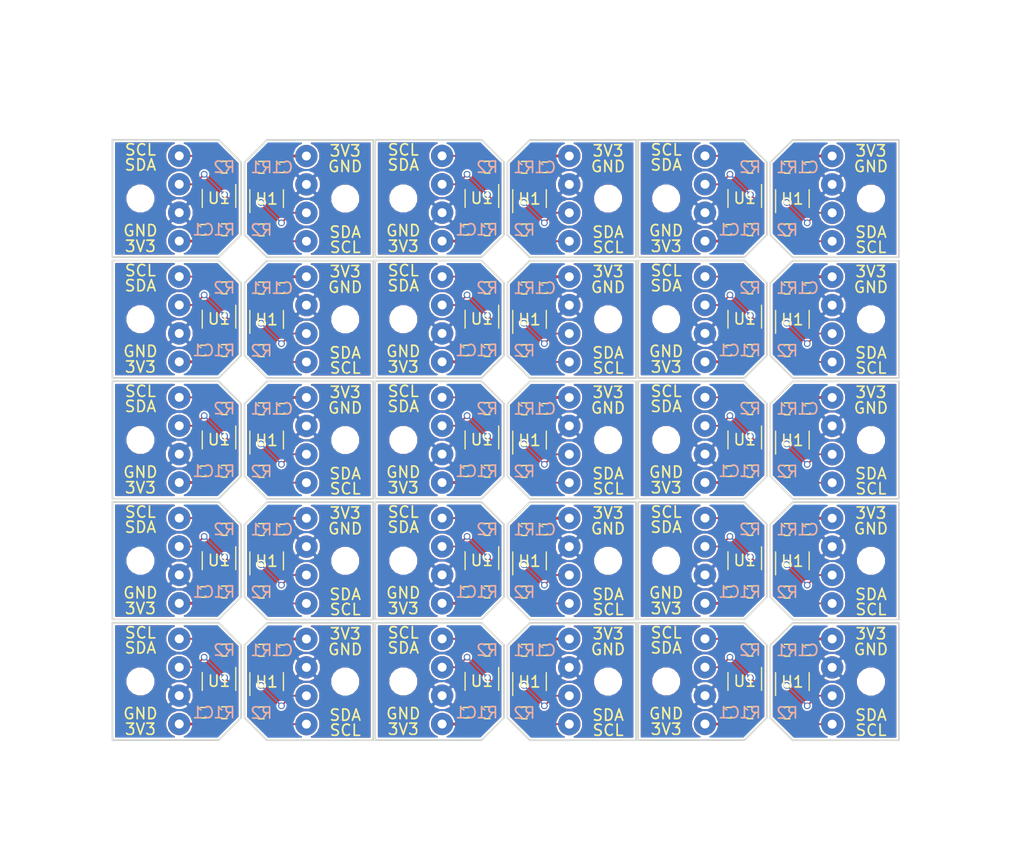
<source format=kicad_pcb>
(kicad_pcb (version 4) (host pcbnew 4.0.6-e0-6349~53~ubuntu16.04.1)
  (layers (0 F.Cu signal) (31 B.Cu signal) (34 B.Paste user) (35 F.Paste user) (36 B.SilkS user) (37 F.SilkS user) (38 B.Mask user) (39 F.Mask user) (44 Edge.Cuts user))
  (net 0 "")
  (net 1 "Net-(J2-Pad1)")
  (net 2 GND)
  (net 3 "Net-(J4-Pad1)")
  (net 4 +3V3)
  (module Resistors_SMD:R_0402 (layer F.Cu) (at 170.32 128.62 180)
    (fp_text reference R2 (at -0.0051 -0.0067 180) (layer B.SilkS) (effects (justify mirror)))
    (fp_text value 10k)
    (pad 1 smd rect (at -0.45 0 180) (size 0.4 0.6) (layers F.Cu F.Paste F.Mask) (net 4 +3V3))
    (pad 2 smd rect (at 0.45 0 180) (size 0.4 0.6) (layers F.Cu F.Paste F.Mask) (net 1 "Net-(J2-Pad1)"))
  )
  (module Resistors_SMD:R_0402 (layer F.Cu) (at 146.82 128.62 180)
    (fp_text reference R2 (at -0.0051 -0.0067 180) (layer B.SilkS) (effects (justify mirror)))
    (fp_text value 10k)
    (pad 1 smd rect (at -0.45 0 180) (size 0.4 0.6) (layers F.Cu F.Paste F.Mask) (net 4 +3V3))
    (pad 2 smd rect (at 0.45 0 180) (size 0.4 0.6) (layers F.Cu F.Paste F.Mask) (net 1 "Net-(J2-Pad1)"))
  )
  (module Resistors_SMD:R_0402 (layer F.Cu) (at 123.32 128.62 180)
    (fp_text reference R2 (at -0.0051 -0.0067 180) (layer B.SilkS) (effects (justify mirror)))
    (fp_text value 10k)
    (pad 1 smd rect (at -0.45 0 180) (size 0.4 0.6) (layers F.Cu F.Paste F.Mask) (net 4 +3V3))
    (pad 2 smd rect (at 0.45 0 180) (size 0.4 0.6) (layers F.Cu F.Paste F.Mask) (net 1 "Net-(J2-Pad1)"))
  )
  (module Resistors_SMD:R_0402 (layer F.Cu) (at 170.32 117.82 180)
    (fp_text reference R2 (at -0.0051 -0.0067 180) (layer B.SilkS) (effects (justify mirror)))
    (fp_text value 10k)
    (pad 1 smd rect (at -0.45 0 180) (size 0.4 0.6) (layers F.Cu F.Paste F.Mask) (net 4 +3V3))
    (pad 2 smd rect (at 0.45 0 180) (size 0.4 0.6) (layers F.Cu F.Paste F.Mask) (net 1 "Net-(J2-Pad1)"))
  )
  (module Resistors_SMD:R_0402 (layer F.Cu) (at 146.82 117.82 180)
    (fp_text reference R2 (at -0.0051 -0.0067 180) (layer B.SilkS) (effects (justify mirror)))
    (fp_text value 10k)
    (pad 1 smd rect (at -0.45 0 180) (size 0.4 0.6) (layers F.Cu F.Paste F.Mask) (net 4 +3V3))
    (pad 2 smd rect (at 0.45 0 180) (size 0.4 0.6) (layers F.Cu F.Paste F.Mask) (net 1 "Net-(J2-Pad1)"))
  )
  (module Resistors_SMD:R_0402 (layer F.Cu) (at 123.32 117.82 180)
    (fp_text reference R2 (at -0.0051 -0.0067 180) (layer B.SilkS) (effects (justify mirror)))
    (fp_text value 10k)
    (pad 1 smd rect (at -0.45 0 180) (size 0.4 0.6) (layers F.Cu F.Paste F.Mask) (net 4 +3V3))
    (pad 2 smd rect (at 0.45 0 180) (size 0.4 0.6) (layers F.Cu F.Paste F.Mask) (net 1 "Net-(J2-Pad1)"))
  )
  (module Resistors_SMD:R_0402 (layer F.Cu) (at 170.32 107.02 180)
    (fp_text reference R2 (at -0.0051 -0.0067 180) (layer B.SilkS) (effects (justify mirror)))
    (fp_text value 10k)
    (pad 1 smd rect (at -0.45 0 180) (size 0.4 0.6) (layers F.Cu F.Paste F.Mask) (net 4 +3V3))
    (pad 2 smd rect (at 0.45 0 180) (size 0.4 0.6) (layers F.Cu F.Paste F.Mask) (net 1 "Net-(J2-Pad1)"))
  )
  (module Resistors_SMD:R_0402 (layer F.Cu) (at 146.82 107.02 180)
    (fp_text reference R2 (at -0.0051 -0.0067 180) (layer B.SilkS) (effects (justify mirror)))
    (fp_text value 10k)
    (pad 1 smd rect (at -0.45 0 180) (size 0.4 0.6) (layers F.Cu F.Paste F.Mask) (net 4 +3V3))
    (pad 2 smd rect (at 0.45 0 180) (size 0.4 0.6) (layers F.Cu F.Paste F.Mask) (net 1 "Net-(J2-Pad1)"))
  )
  (module Resistors_SMD:R_0402 (layer F.Cu) (at 123.32 107.02 180)
    (fp_text reference R2 (at -0.0051 -0.0067 180) (layer B.SilkS) (effects (justify mirror)))
    (fp_text value 10k)
    (pad 1 smd rect (at -0.45 0 180) (size 0.4 0.6) (layers F.Cu F.Paste F.Mask) (net 4 +3V3))
    (pad 2 smd rect (at 0.45 0 180) (size 0.4 0.6) (layers F.Cu F.Paste F.Mask) (net 1 "Net-(J2-Pad1)"))
  )
  (module Resistors_SMD:R_0402 (layer F.Cu) (at 170.32 96.22 180)
    (fp_text reference R2 (at -0.0051 -0.0067 180) (layer B.SilkS) (effects (justify mirror)))
    (fp_text value 10k)
    (pad 1 smd rect (at -0.45 0 180) (size 0.4 0.6) (layers F.Cu F.Paste F.Mask) (net 4 +3V3))
    (pad 2 smd rect (at 0.45 0 180) (size 0.4 0.6) (layers F.Cu F.Paste F.Mask) (net 1 "Net-(J2-Pad1)"))
  )
  (module Resistors_SMD:R_0402 (layer F.Cu) (at 146.82 96.22 180)
    (fp_text reference R2 (at -0.0051 -0.0067 180) (layer B.SilkS) (effects (justify mirror)))
    (fp_text value 10k)
    (pad 1 smd rect (at -0.45 0 180) (size 0.4 0.6) (layers F.Cu F.Paste F.Mask) (net 4 +3V3))
    (pad 2 smd rect (at 0.45 0 180) (size 0.4 0.6) (layers F.Cu F.Paste F.Mask) (net 1 "Net-(J2-Pad1)"))
  )
  (module Resistors_SMD:R_0402 (layer F.Cu) (at 123.32 96.22 180)
    (fp_text reference R2 (at -0.0051 -0.0067 180) (layer B.SilkS) (effects (justify mirror)))
    (fp_text value 10k)
    (pad 1 smd rect (at -0.45 0 180) (size 0.4 0.6) (layers F.Cu F.Paste F.Mask) (net 4 +3V3))
    (pad 2 smd rect (at 0.45 0 180) (size 0.4 0.6) (layers F.Cu F.Paste F.Mask) (net 1 "Net-(J2-Pad1)"))
  )
  (module Resistors_SMD:R_0402 (layer F.Cu) (at 170.32 85.42 180)
    (fp_text reference R2 (at -0.0051 -0.0067 180) (layer B.SilkS) (effects (justify mirror)))
    (fp_text value 10k)
    (pad 1 smd rect (at -0.45 0 180) (size 0.4 0.6) (layers F.Cu F.Paste F.Mask) (net 4 +3V3))
    (pad 2 smd rect (at 0.45 0 180) (size 0.4 0.6) (layers F.Cu F.Paste F.Mask) (net 1 "Net-(J2-Pad1)"))
  )
  (module Resistors_SMD:R_0402 (layer F.Cu) (at 146.82 85.42 180)
    (fp_text reference R2 (at -0.0051 -0.0067 180) (layer B.SilkS) (effects (justify mirror)))
    (fp_text value 10k)
    (pad 1 smd rect (at -0.45 0 180) (size 0.4 0.6) (layers F.Cu F.Paste F.Mask) (net 4 +3V3))
    (pad 2 smd rect (at 0.45 0 180) (size 0.4 0.6) (layers F.Cu F.Paste F.Mask) (net 1 "Net-(J2-Pad1)"))
  )
  (module custom_lib:TSOP-6 (layer F.Cu) (at 170.795 125.82 90)
    (fp_text reference U1 (at -0.025 0 180) (layer F.SilkS))
    (fp_text value AT42QT1010-TSHR)
    (pad 1 smd rect (at -1.2 -0.95 90) (size 0.5 0.5) (layers F.Cu F.Paste F.Mask) (net 1 "Net-(J2-Pad1)"))
    (pad 2 smd rect (at -1.2 0 90) (size 0.5 0.5) (layers F.Cu F.Paste F.Mask) (net 2 GND))
    (pad 3 smd rect (at -1.2 0.95 90) (size 0.5 0.5) (layers F.Cu F.Paste F.Mask) (net 2 GND))
    (pad 4 smd rect (at 1.2 0.95 90) (size 0.5 0.5) (layers F.Cu F.Paste F.Mask) (net 4 +3V3))
    (pad 5 smd rect (at 1.2 0 90) (size 0.5 0.5) (layers F.Cu F.Paste F.Mask) (net 2 GND))
    (pad 6 smd rect (at 1.2 -0.95 90) (size 0.5 0.5) (layers F.Cu F.Paste F.Mask) (net 3 "Net-(J4-Pad1)"))
  )
  (module custom_lib:TSOP-6 (layer F.Cu) (at 147.295 125.82 90)
    (fp_text reference U1 (at -0.025 0 180) (layer F.SilkS))
    (fp_text value AT42QT1010-TSHR)
    (pad 1 smd rect (at -1.2 -0.95 90) (size 0.5 0.5) (layers F.Cu F.Paste F.Mask) (net 1 "Net-(J2-Pad1)"))
    (pad 2 smd rect (at -1.2 0 90) (size 0.5 0.5) (layers F.Cu F.Paste F.Mask) (net 2 GND))
    (pad 3 smd rect (at -1.2 0.95 90) (size 0.5 0.5) (layers F.Cu F.Paste F.Mask) (net 2 GND))
    (pad 4 smd rect (at 1.2 0.95 90) (size 0.5 0.5) (layers F.Cu F.Paste F.Mask) (net 4 +3V3))
    (pad 5 smd rect (at 1.2 0 90) (size 0.5 0.5) (layers F.Cu F.Paste F.Mask) (net 2 GND))
    (pad 6 smd rect (at 1.2 -0.95 90) (size 0.5 0.5) (layers F.Cu F.Paste F.Mask) (net 3 "Net-(J4-Pad1)"))
  )
  (module custom_lib:TSOP-6 (layer F.Cu) (at 123.795 125.82 90)
    (fp_text reference U1 (at -0.025 0 180) (layer F.SilkS))
    (fp_text value AT42QT1010-TSHR)
    (pad 1 smd rect (at -1.2 -0.95 90) (size 0.5 0.5) (layers F.Cu F.Paste F.Mask) (net 1 "Net-(J2-Pad1)"))
    (pad 2 smd rect (at -1.2 0 90) (size 0.5 0.5) (layers F.Cu F.Paste F.Mask) (net 2 GND))
    (pad 3 smd rect (at -1.2 0.95 90) (size 0.5 0.5) (layers F.Cu F.Paste F.Mask) (net 2 GND))
    (pad 4 smd rect (at 1.2 0.95 90) (size 0.5 0.5) (layers F.Cu F.Paste F.Mask) (net 4 +3V3))
    (pad 5 smd rect (at 1.2 0 90) (size 0.5 0.5) (layers F.Cu F.Paste F.Mask) (net 2 GND))
    (pad 6 smd rect (at 1.2 -0.95 90) (size 0.5 0.5) (layers F.Cu F.Paste F.Mask) (net 3 "Net-(J4-Pad1)"))
  )
  (module custom_lib:TSOP-6 (layer F.Cu) (at 170.795 115.02 90)
    (fp_text reference U1 (at -0.025 0 180) (layer F.SilkS))
    (fp_text value AT42QT1010-TSHR)
    (pad 1 smd rect (at -1.2 -0.95 90) (size 0.5 0.5) (layers F.Cu F.Paste F.Mask) (net 1 "Net-(J2-Pad1)"))
    (pad 2 smd rect (at -1.2 0 90) (size 0.5 0.5) (layers F.Cu F.Paste F.Mask) (net 2 GND))
    (pad 3 smd rect (at -1.2 0.95 90) (size 0.5 0.5) (layers F.Cu F.Paste F.Mask) (net 2 GND))
    (pad 4 smd rect (at 1.2 0.95 90) (size 0.5 0.5) (layers F.Cu F.Paste F.Mask) (net 4 +3V3))
    (pad 5 smd rect (at 1.2 0 90) (size 0.5 0.5) (layers F.Cu F.Paste F.Mask) (net 2 GND))
    (pad 6 smd rect (at 1.2 -0.95 90) (size 0.5 0.5) (layers F.Cu F.Paste F.Mask) (net 3 "Net-(J4-Pad1)"))
  )
  (module custom_lib:TSOP-6 (layer F.Cu) (at 147.295 115.02 90)
    (fp_text reference U1 (at -0.025 0 180) (layer F.SilkS))
    (fp_text value AT42QT1010-TSHR)
    (pad 1 smd rect (at -1.2 -0.95 90) (size 0.5 0.5) (layers F.Cu F.Paste F.Mask) (net 1 "Net-(J2-Pad1)"))
    (pad 2 smd rect (at -1.2 0 90) (size 0.5 0.5) (layers F.Cu F.Paste F.Mask) (net 2 GND))
    (pad 3 smd rect (at -1.2 0.95 90) (size 0.5 0.5) (layers F.Cu F.Paste F.Mask) (net 2 GND))
    (pad 4 smd rect (at 1.2 0.95 90) (size 0.5 0.5) (layers F.Cu F.Paste F.Mask) (net 4 +3V3))
    (pad 5 smd rect (at 1.2 0 90) (size 0.5 0.5) (layers F.Cu F.Paste F.Mask) (net 2 GND))
    (pad 6 smd rect (at 1.2 -0.95 90) (size 0.5 0.5) (layers F.Cu F.Paste F.Mask) (net 3 "Net-(J4-Pad1)"))
  )
  (module custom_lib:TSOP-6 (layer F.Cu) (at 123.795 115.02 90)
    (fp_text reference U1 (at -0.025 0 180) (layer F.SilkS))
    (fp_text value AT42QT1010-TSHR)
    (pad 1 smd rect (at -1.2 -0.95 90) (size 0.5 0.5) (layers F.Cu F.Paste F.Mask) (net 1 "Net-(J2-Pad1)"))
    (pad 2 smd rect (at -1.2 0 90) (size 0.5 0.5) (layers F.Cu F.Paste F.Mask) (net 2 GND))
    (pad 3 smd rect (at -1.2 0.95 90) (size 0.5 0.5) (layers F.Cu F.Paste F.Mask) (net 2 GND))
    (pad 4 smd rect (at 1.2 0.95 90) (size 0.5 0.5) (layers F.Cu F.Paste F.Mask) (net 4 +3V3))
    (pad 5 smd rect (at 1.2 0 90) (size 0.5 0.5) (layers F.Cu F.Paste F.Mask) (net 2 GND))
    (pad 6 smd rect (at 1.2 -0.95 90) (size 0.5 0.5) (layers F.Cu F.Paste F.Mask) (net 3 "Net-(J4-Pad1)"))
  )
  (module custom_lib:TSOP-6 (layer F.Cu) (at 170.795 104.22 90)
    (fp_text reference U1 (at -0.025 0 180) (layer F.SilkS))
    (fp_text value AT42QT1010-TSHR)
    (pad 1 smd rect (at -1.2 -0.95 90) (size 0.5 0.5) (layers F.Cu F.Paste F.Mask) (net 1 "Net-(J2-Pad1)"))
    (pad 2 smd rect (at -1.2 0 90) (size 0.5 0.5) (layers F.Cu F.Paste F.Mask) (net 2 GND))
    (pad 3 smd rect (at -1.2 0.95 90) (size 0.5 0.5) (layers F.Cu F.Paste F.Mask) (net 2 GND))
    (pad 4 smd rect (at 1.2 0.95 90) (size 0.5 0.5) (layers F.Cu F.Paste F.Mask) (net 4 +3V3))
    (pad 5 smd rect (at 1.2 0 90) (size 0.5 0.5) (layers F.Cu F.Paste F.Mask) (net 2 GND))
    (pad 6 smd rect (at 1.2 -0.95 90) (size 0.5 0.5) (layers F.Cu F.Paste F.Mask) (net 3 "Net-(J4-Pad1)"))
  )
  (module custom_lib:TSOP-6 (layer F.Cu) (at 147.295 104.22 90)
    (fp_text reference U1 (at -0.025 0 180) (layer F.SilkS))
    (fp_text value AT42QT1010-TSHR)
    (pad 1 smd rect (at -1.2 -0.95 90) (size 0.5 0.5) (layers F.Cu F.Paste F.Mask) (net 1 "Net-(J2-Pad1)"))
    (pad 2 smd rect (at -1.2 0 90) (size 0.5 0.5) (layers F.Cu F.Paste F.Mask) (net 2 GND))
    (pad 3 smd rect (at -1.2 0.95 90) (size 0.5 0.5) (layers F.Cu F.Paste F.Mask) (net 2 GND))
    (pad 4 smd rect (at 1.2 0.95 90) (size 0.5 0.5) (layers F.Cu F.Paste F.Mask) (net 4 +3V3))
    (pad 5 smd rect (at 1.2 0 90) (size 0.5 0.5) (layers F.Cu F.Paste F.Mask) (net 2 GND))
    (pad 6 smd rect (at 1.2 -0.95 90) (size 0.5 0.5) (layers F.Cu F.Paste F.Mask) (net 3 "Net-(J4-Pad1)"))
  )
  (module custom_lib:TSOP-6 (layer F.Cu) (at 123.795 104.22 90)
    (fp_text reference U1 (at -0.025 0 180) (layer F.SilkS))
    (fp_text value AT42QT1010-TSHR)
    (pad 1 smd rect (at -1.2 -0.95 90) (size 0.5 0.5) (layers F.Cu F.Paste F.Mask) (net 1 "Net-(J2-Pad1)"))
    (pad 2 smd rect (at -1.2 0 90) (size 0.5 0.5) (layers F.Cu F.Paste F.Mask) (net 2 GND))
    (pad 3 smd rect (at -1.2 0.95 90) (size 0.5 0.5) (layers F.Cu F.Paste F.Mask) (net 2 GND))
    (pad 4 smd rect (at 1.2 0.95 90) (size 0.5 0.5) (layers F.Cu F.Paste F.Mask) (net 4 +3V3))
    (pad 5 smd rect (at 1.2 0 90) (size 0.5 0.5) (layers F.Cu F.Paste F.Mask) (net 2 GND))
    (pad 6 smd rect (at 1.2 -0.95 90) (size 0.5 0.5) (layers F.Cu F.Paste F.Mask) (net 3 "Net-(J4-Pad1)"))
  )
  (module custom_lib:TSOP-6 (layer F.Cu) (at 170.795 93.42 90)
    (fp_text reference U1 (at -0.025 0 180) (layer F.SilkS))
    (fp_text value AT42QT1010-TSHR)
    (pad 1 smd rect (at -1.2 -0.95 90) (size 0.5 0.5) (layers F.Cu F.Paste F.Mask) (net 1 "Net-(J2-Pad1)"))
    (pad 2 smd rect (at -1.2 0 90) (size 0.5 0.5) (layers F.Cu F.Paste F.Mask) (net 2 GND))
    (pad 3 smd rect (at -1.2 0.95 90) (size 0.5 0.5) (layers F.Cu F.Paste F.Mask) (net 2 GND))
    (pad 4 smd rect (at 1.2 0.95 90) (size 0.5 0.5) (layers F.Cu F.Paste F.Mask) (net 4 +3V3))
    (pad 5 smd rect (at 1.2 0 90) (size 0.5 0.5) (layers F.Cu F.Paste F.Mask) (net 2 GND))
    (pad 6 smd rect (at 1.2 -0.95 90) (size 0.5 0.5) (layers F.Cu F.Paste F.Mask) (net 3 "Net-(J4-Pad1)"))
  )
  (module custom_lib:TSOP-6 (layer F.Cu) (at 147.295 93.42 90)
    (fp_text reference U1 (at -0.025 0 180) (layer F.SilkS))
    (fp_text value AT42QT1010-TSHR)
    (pad 1 smd rect (at -1.2 -0.95 90) (size 0.5 0.5) (layers F.Cu F.Paste F.Mask) (net 1 "Net-(J2-Pad1)"))
    (pad 2 smd rect (at -1.2 0 90) (size 0.5 0.5) (layers F.Cu F.Paste F.Mask) (net 2 GND))
    (pad 3 smd rect (at -1.2 0.95 90) (size 0.5 0.5) (layers F.Cu F.Paste F.Mask) (net 2 GND))
    (pad 4 smd rect (at 1.2 0.95 90) (size 0.5 0.5) (layers F.Cu F.Paste F.Mask) (net 4 +3V3))
    (pad 5 smd rect (at 1.2 0 90) (size 0.5 0.5) (layers F.Cu F.Paste F.Mask) (net 2 GND))
    (pad 6 smd rect (at 1.2 -0.95 90) (size 0.5 0.5) (layers F.Cu F.Paste F.Mask) (net 3 "Net-(J4-Pad1)"))
  )
  (module custom_lib:TSOP-6 (layer F.Cu) (at 123.795 93.42 90)
    (fp_text reference U1 (at -0.025 0 180) (layer F.SilkS))
    (fp_text value AT42QT1010-TSHR)
    (pad 1 smd rect (at -1.2 -0.95 90) (size 0.5 0.5) (layers F.Cu F.Paste F.Mask) (net 1 "Net-(J2-Pad1)"))
    (pad 2 smd rect (at -1.2 0 90) (size 0.5 0.5) (layers F.Cu F.Paste F.Mask) (net 2 GND))
    (pad 3 smd rect (at -1.2 0.95 90) (size 0.5 0.5) (layers F.Cu F.Paste F.Mask) (net 2 GND))
    (pad 4 smd rect (at 1.2 0.95 90) (size 0.5 0.5) (layers F.Cu F.Paste F.Mask) (net 4 +3V3))
    (pad 5 smd rect (at 1.2 0 90) (size 0.5 0.5) (layers F.Cu F.Paste F.Mask) (net 2 GND))
    (pad 6 smd rect (at 1.2 -0.95 90) (size 0.5 0.5) (layers F.Cu F.Paste F.Mask) (net 3 "Net-(J4-Pad1)"))
  )
  (module custom_lib:TSOP-6 (layer F.Cu) (at 170.795 82.62 90)
    (fp_text reference U1 (at -0.025 0 180) (layer F.SilkS))
    (fp_text value AT42QT1010-TSHR)
    (pad 1 smd rect (at -1.2 -0.95 90) (size 0.5 0.5) (layers F.Cu F.Paste F.Mask) (net 1 "Net-(J2-Pad1)"))
    (pad 2 smd rect (at -1.2 0 90) (size 0.5 0.5) (layers F.Cu F.Paste F.Mask) (net 2 GND))
    (pad 3 smd rect (at -1.2 0.95 90) (size 0.5 0.5) (layers F.Cu F.Paste F.Mask) (net 2 GND))
    (pad 4 smd rect (at 1.2 0.95 90) (size 0.5 0.5) (layers F.Cu F.Paste F.Mask) (net 4 +3V3))
    (pad 5 smd rect (at 1.2 0 90) (size 0.5 0.5) (layers F.Cu F.Paste F.Mask) (net 2 GND))
    (pad 6 smd rect (at 1.2 -0.95 90) (size 0.5 0.5) (layers F.Cu F.Paste F.Mask) (net 3 "Net-(J4-Pad1)"))
  )
  (module custom_lib:TSOP-6 (layer F.Cu) (at 147.295 82.62 90)
    (fp_text reference U1 (at -0.025 0 180) (layer F.SilkS))
    (fp_text value AT42QT1010-TSHR)
    (pad 1 smd rect (at -1.2 -0.95 90) (size 0.5 0.5) (layers F.Cu F.Paste F.Mask) (net 1 "Net-(J2-Pad1)"))
    (pad 2 smd rect (at -1.2 0 90) (size 0.5 0.5) (layers F.Cu F.Paste F.Mask) (net 2 GND))
    (pad 3 smd rect (at -1.2 0.95 90) (size 0.5 0.5) (layers F.Cu F.Paste F.Mask) (net 2 GND))
    (pad 4 smd rect (at 1.2 0.95 90) (size 0.5 0.5) (layers F.Cu F.Paste F.Mask) (net 4 +3V3))
    (pad 5 smd rect (at 1.2 0 90) (size 0.5 0.5) (layers F.Cu F.Paste F.Mask) (net 2 GND))
    (pad 6 smd rect (at 1.2 -0.95 90) (size 0.5 0.5) (layers F.Cu F.Paste F.Mask) (net 3 "Net-(J4-Pad1)"))
  )
  (module Capacitors_SMD:C_0402 (layer F.Cu) (at 172.195 123.02 180)
    (fp_text reference C1 (at 0.003 -0.006 180) (layer B.SilkS) (effects (justify mirror)))
    (fp_text value C)
    (pad 1 smd rect (at -0.55 0 180) (size 0.6 0.5) (layers F.Cu F.Paste F.Mask) (net 2 GND))
    (pad 2 smd rect (at 0.55 0 180) (size 0.6 0.5) (layers F.Cu F.Paste F.Mask) (net 4 +3V3))
  )
  (module Capacitors_SMD:C_0402 (layer F.Cu) (at 148.695 123.02 180)
    (fp_text reference C1 (at 0.003 -0.006 180) (layer B.SilkS) (effects (justify mirror)))
    (fp_text value C)
    (pad 1 smd rect (at -0.55 0 180) (size 0.6 0.5) (layers F.Cu F.Paste F.Mask) (net 2 GND))
    (pad 2 smd rect (at 0.55 0 180) (size 0.6 0.5) (layers F.Cu F.Paste F.Mask) (net 4 +3V3))
  )
  (module Capacitors_SMD:C_0402 (layer F.Cu) (at 125.195 123.02 180)
    (fp_text reference C1 (at 0.003 -0.006 180) (layer B.SilkS) (effects (justify mirror)))
    (fp_text value C)
    (pad 1 smd rect (at -0.55 0 180) (size 0.6 0.5) (layers F.Cu F.Paste F.Mask) (net 2 GND))
    (pad 2 smd rect (at 0.55 0 180) (size 0.6 0.5) (layers F.Cu F.Paste F.Mask) (net 4 +3V3))
  )
  (module Capacitors_SMD:C_0402 (layer F.Cu) (at 172.195 112.22 180)
    (fp_text reference C1 (at 0.003 -0.006 180) (layer B.SilkS) (effects (justify mirror)))
    (fp_text value C)
    (pad 1 smd rect (at -0.55 0 180) (size 0.6 0.5) (layers F.Cu F.Paste F.Mask) (net 2 GND))
    (pad 2 smd rect (at 0.55 0 180) (size 0.6 0.5) (layers F.Cu F.Paste F.Mask) (net 4 +3V3))
  )
  (module Capacitors_SMD:C_0402 (layer F.Cu) (at 148.695 112.22 180)
    (fp_text reference C1 (at 0.003 -0.006 180) (layer B.SilkS) (effects (justify mirror)))
    (fp_text value C)
    (pad 1 smd rect (at -0.55 0 180) (size 0.6 0.5) (layers F.Cu F.Paste F.Mask) (net 2 GND))
    (pad 2 smd rect (at 0.55 0 180) (size 0.6 0.5) (layers F.Cu F.Paste F.Mask) (net 4 +3V3))
  )
  (module Capacitors_SMD:C_0402 (layer F.Cu) (at 125.195 112.22 180)
    (fp_text reference C1 (at 0.003 -0.006 180) (layer B.SilkS) (effects (justify mirror)))
    (fp_text value C)
    (pad 1 smd rect (at -0.55 0 180) (size 0.6 0.5) (layers F.Cu F.Paste F.Mask) (net 2 GND))
    (pad 2 smd rect (at 0.55 0 180) (size 0.6 0.5) (layers F.Cu F.Paste F.Mask) (net 4 +3V3))
  )
  (module Capacitors_SMD:C_0402 (layer F.Cu) (at 172.195 101.42 180)
    (fp_text reference C1 (at 0.003 -0.006 180) (layer B.SilkS) (effects (justify mirror)))
    (fp_text value C)
    (pad 1 smd rect (at -0.55 0 180) (size 0.6 0.5) (layers F.Cu F.Paste F.Mask) (net 2 GND))
    (pad 2 smd rect (at 0.55 0 180) (size 0.6 0.5) (layers F.Cu F.Paste F.Mask) (net 4 +3V3))
  )
  (module Capacitors_SMD:C_0402 (layer F.Cu) (at 148.695 101.42 180)
    (fp_text reference C1 (at 0.003 -0.006 180) (layer B.SilkS) (effects (justify mirror)))
    (fp_text value C)
    (pad 1 smd rect (at -0.55 0 180) (size 0.6 0.5) (layers F.Cu F.Paste F.Mask) (net 2 GND))
    (pad 2 smd rect (at 0.55 0 180) (size 0.6 0.5) (layers F.Cu F.Paste F.Mask) (net 4 +3V3))
  )
  (module Capacitors_SMD:C_0402 (layer F.Cu) (at 125.195 101.42 180)
    (fp_text reference C1 (at 0.003 -0.006 180) (layer B.SilkS) (effects (justify mirror)))
    (fp_text value C)
    (pad 1 smd rect (at -0.55 0 180) (size 0.6 0.5) (layers F.Cu F.Paste F.Mask) (net 2 GND))
    (pad 2 smd rect (at 0.55 0 180) (size 0.6 0.5) (layers F.Cu F.Paste F.Mask) (net 4 +3V3))
  )
  (module Capacitors_SMD:C_0402 (layer F.Cu) (at 172.195 90.62 180)
    (fp_text reference C1 (at 0.003 -0.006 180) (layer B.SilkS) (effects (justify mirror)))
    (fp_text value C)
    (pad 1 smd rect (at -0.55 0 180) (size 0.6 0.5) (layers F.Cu F.Paste F.Mask) (net 2 GND))
    (pad 2 smd rect (at 0.55 0 180) (size 0.6 0.5) (layers F.Cu F.Paste F.Mask) (net 4 +3V3))
  )
  (module Capacitors_SMD:C_0402 (layer F.Cu) (at 148.695 90.62 180)
    (fp_text reference C1 (at 0.003 -0.006 180) (layer B.SilkS) (effects (justify mirror)))
    (fp_text value C)
    (pad 1 smd rect (at -0.55 0 180) (size 0.6 0.5) (layers F.Cu F.Paste F.Mask) (net 2 GND))
    (pad 2 smd rect (at 0.55 0 180) (size 0.6 0.5) (layers F.Cu F.Paste F.Mask) (net 4 +3V3))
  )
  (module Capacitors_SMD:C_0402 (layer F.Cu) (at 125.195 90.62 180)
    (fp_text reference C1 (at 0.003 -0.006 180) (layer B.SilkS) (effects (justify mirror)))
    (fp_text value C)
    (pad 1 smd rect (at -0.55 0 180) (size 0.6 0.5) (layers F.Cu F.Paste F.Mask) (net 2 GND))
    (pad 2 smd rect (at 0.55 0 180) (size 0.6 0.5) (layers F.Cu F.Paste F.Mask) (net 4 +3V3))
  )
  (module Capacitors_SMD:C_0402 (layer F.Cu) (at 172.195 79.82 180)
    (fp_text reference C1 (at 0.003 -0.006 180) (layer B.SilkS) (effects (justify mirror)))
    (fp_text value C)
    (pad 1 smd rect (at -0.55 0 180) (size 0.6 0.5) (layers F.Cu F.Paste F.Mask) (net 2 GND))
    (pad 2 smd rect (at 0.55 0 180) (size 0.6 0.5) (layers F.Cu F.Paste F.Mask) (net 4 +3V3))
  )
  (module Capacitors_SMD:C_0402 (layer F.Cu) (at 148.695 79.82 180)
    (fp_text reference C1 (at 0.003 -0.006 180) (layer B.SilkS) (effects (justify mirror)))
    (fp_text value C)
    (pad 1 smd rect (at -0.55 0 180) (size 0.6 0.5) (layers F.Cu F.Paste F.Mask) (net 2 GND))
    (pad 2 smd rect (at 0.55 0 180) (size 0.6 0.5) (layers F.Cu F.Paste F.Mask) (net 4 +3V3))
  )
  (module custom_lib:TSOP-6 (layer F.Cu) (at 166.537 125.807 270)
    (fp_text reference U1 (at -0.025 0 360) (layer F.SilkS))
    (fp_text value AT42QT1010-TSHR)
    (pad 1 smd rect (at -1.2 -0.95 270) (size 0.5 0.5) (layers F.Cu F.Paste F.Mask) (net 1 "Net-(J2-Pad1)"))
    (pad 2 smd rect (at -1.2 0 270) (size 0.5 0.5) (layers F.Cu F.Paste F.Mask) (net 2 GND))
    (pad 3 smd rect (at -1.2 0.95 270) (size 0.5 0.5) (layers F.Cu F.Paste F.Mask) (net 2 GND))
    (pad 4 smd rect (at 1.2 0.95 270) (size 0.5 0.5) (layers F.Cu F.Paste F.Mask) (net 4 +3V3))
    (pad 5 smd rect (at 1.2 0 270) (size 0.5 0.5) (layers F.Cu F.Paste F.Mask) (net 2 GND))
    (pad 6 smd rect (at 1.2 -0.95 270) (size 0.5 0.5) (layers F.Cu F.Paste F.Mask) (net 3 "Net-(J4-Pad1)"))
  )
  (module custom_lib:TSOP-6 (layer F.Cu) (at 143.037 125.807 270)
    (fp_text reference U1 (at -0.025 0 360) (layer F.SilkS))
    (fp_text value AT42QT1010-TSHR)
    (pad 1 smd rect (at -1.2 -0.95 270) (size 0.5 0.5) (layers F.Cu F.Paste F.Mask) (net 1 "Net-(J2-Pad1)"))
    (pad 2 smd rect (at -1.2 0 270) (size 0.5 0.5) (layers F.Cu F.Paste F.Mask) (net 2 GND))
    (pad 3 smd rect (at -1.2 0.95 270) (size 0.5 0.5) (layers F.Cu F.Paste F.Mask) (net 2 GND))
    (pad 4 smd rect (at 1.2 0.95 270) (size 0.5 0.5) (layers F.Cu F.Paste F.Mask) (net 4 +3V3))
    (pad 5 smd rect (at 1.2 0 270) (size 0.5 0.5) (layers F.Cu F.Paste F.Mask) (net 2 GND))
    (pad 6 smd rect (at 1.2 -0.95 270) (size 0.5 0.5) (layers F.Cu F.Paste F.Mask) (net 3 "Net-(J4-Pad1)"))
  )
  (module custom_lib:TSOP-6 (layer F.Cu) (at 119.537 125.807 270)
    (fp_text reference U1 (at -0.025 0 360) (layer F.SilkS))
    (fp_text value AT42QT1010-TSHR)
    (pad 1 smd rect (at -1.2 -0.95 270) (size 0.5 0.5) (layers F.Cu F.Paste F.Mask) (net 1 "Net-(J2-Pad1)"))
    (pad 2 smd rect (at -1.2 0 270) (size 0.5 0.5) (layers F.Cu F.Paste F.Mask) (net 2 GND))
    (pad 3 smd rect (at -1.2 0.95 270) (size 0.5 0.5) (layers F.Cu F.Paste F.Mask) (net 2 GND))
    (pad 4 smd rect (at 1.2 0.95 270) (size 0.5 0.5) (layers F.Cu F.Paste F.Mask) (net 4 +3V3))
    (pad 5 smd rect (at 1.2 0 270) (size 0.5 0.5) (layers F.Cu F.Paste F.Mask) (net 2 GND))
    (pad 6 smd rect (at 1.2 -0.95 270) (size 0.5 0.5) (layers F.Cu F.Paste F.Mask) (net 3 "Net-(J4-Pad1)"))
  )
  (module custom_lib:TSOP-6 (layer F.Cu) (at 166.537 115.007 270)
    (fp_text reference U1 (at -0.025 0 360) (layer F.SilkS))
    (fp_text value AT42QT1010-TSHR)
    (pad 1 smd rect (at -1.2 -0.95 270) (size 0.5 0.5) (layers F.Cu F.Paste F.Mask) (net 1 "Net-(J2-Pad1)"))
    (pad 2 smd rect (at -1.2 0 270) (size 0.5 0.5) (layers F.Cu F.Paste F.Mask) (net 2 GND))
    (pad 3 smd rect (at -1.2 0.95 270) (size 0.5 0.5) (layers F.Cu F.Paste F.Mask) (net 2 GND))
    (pad 4 smd rect (at 1.2 0.95 270) (size 0.5 0.5) (layers F.Cu F.Paste F.Mask) (net 4 +3V3))
    (pad 5 smd rect (at 1.2 0 270) (size 0.5 0.5) (layers F.Cu F.Paste F.Mask) (net 2 GND))
    (pad 6 smd rect (at 1.2 -0.95 270) (size 0.5 0.5) (layers F.Cu F.Paste F.Mask) (net 3 "Net-(J4-Pad1)"))
  )
  (module custom_lib:TSOP-6 (layer F.Cu) (at 143.037 115.007 270)
    (fp_text reference U1 (at -0.025 0 360) (layer F.SilkS))
    (fp_text value AT42QT1010-TSHR)
    (pad 1 smd rect (at -1.2 -0.95 270) (size 0.5 0.5) (layers F.Cu F.Paste F.Mask) (net 1 "Net-(J2-Pad1)"))
    (pad 2 smd rect (at -1.2 0 270) (size 0.5 0.5) (layers F.Cu F.Paste F.Mask) (net 2 GND))
    (pad 3 smd rect (at -1.2 0.95 270) (size 0.5 0.5) (layers F.Cu F.Paste F.Mask) (net 2 GND))
    (pad 4 smd rect (at 1.2 0.95 270) (size 0.5 0.5) (layers F.Cu F.Paste F.Mask) (net 4 +3V3))
    (pad 5 smd rect (at 1.2 0 270) (size 0.5 0.5) (layers F.Cu F.Paste F.Mask) (net 2 GND))
    (pad 6 smd rect (at 1.2 -0.95 270) (size 0.5 0.5) (layers F.Cu F.Paste F.Mask) (net 3 "Net-(J4-Pad1)"))
  )
  (module custom_lib:TSOP-6 (layer F.Cu) (at 119.537 115.007 270)
    (fp_text reference U1 (at -0.025 0 360) (layer F.SilkS))
    (fp_text value AT42QT1010-TSHR)
    (pad 1 smd rect (at -1.2 -0.95 270) (size 0.5 0.5) (layers F.Cu F.Paste F.Mask) (net 1 "Net-(J2-Pad1)"))
    (pad 2 smd rect (at -1.2 0 270) (size 0.5 0.5) (layers F.Cu F.Paste F.Mask) (net 2 GND))
    (pad 3 smd rect (at -1.2 0.95 270) (size 0.5 0.5) (layers F.Cu F.Paste F.Mask) (net 2 GND))
    (pad 4 smd rect (at 1.2 0.95 270) (size 0.5 0.5) (layers F.Cu F.Paste F.Mask) (net 4 +3V3))
    (pad 5 smd rect (at 1.2 0 270) (size 0.5 0.5) (layers F.Cu F.Paste F.Mask) (net 2 GND))
    (pad 6 smd rect (at 1.2 -0.95 270) (size 0.5 0.5) (layers F.Cu F.Paste F.Mask) (net 3 "Net-(J4-Pad1)"))
  )
  (module custom_lib:TSOP-6 (layer F.Cu) (at 166.537 104.207 270)
    (fp_text reference U1 (at -0.025 0 360) (layer F.SilkS))
    (fp_text value AT42QT1010-TSHR)
    (pad 1 smd rect (at -1.2 -0.95 270) (size 0.5 0.5) (layers F.Cu F.Paste F.Mask) (net 1 "Net-(J2-Pad1)"))
    (pad 2 smd rect (at -1.2 0 270) (size 0.5 0.5) (layers F.Cu F.Paste F.Mask) (net 2 GND))
    (pad 3 smd rect (at -1.2 0.95 270) (size 0.5 0.5) (layers F.Cu F.Paste F.Mask) (net 2 GND))
    (pad 4 smd rect (at 1.2 0.95 270) (size 0.5 0.5) (layers F.Cu F.Paste F.Mask) (net 4 +3V3))
    (pad 5 smd rect (at 1.2 0 270) (size 0.5 0.5) (layers F.Cu F.Paste F.Mask) (net 2 GND))
    (pad 6 smd rect (at 1.2 -0.95 270) (size 0.5 0.5) (layers F.Cu F.Paste F.Mask) (net 3 "Net-(J4-Pad1)"))
  )
  (module custom_lib:TSOP-6 (layer F.Cu) (at 143.037 104.207 270)
    (fp_text reference U1 (at -0.025 0 360) (layer F.SilkS))
    (fp_text value AT42QT1010-TSHR)
    (pad 1 smd rect (at -1.2 -0.95 270) (size 0.5 0.5) (layers F.Cu F.Paste F.Mask) (net 1 "Net-(J2-Pad1)"))
    (pad 2 smd rect (at -1.2 0 270) (size 0.5 0.5) (layers F.Cu F.Paste F.Mask) (net 2 GND))
    (pad 3 smd rect (at -1.2 0.95 270) (size 0.5 0.5) (layers F.Cu F.Paste F.Mask) (net 2 GND))
    (pad 4 smd rect (at 1.2 0.95 270) (size 0.5 0.5) (layers F.Cu F.Paste F.Mask) (net 4 +3V3))
    (pad 5 smd rect (at 1.2 0 270) (size 0.5 0.5) (layers F.Cu F.Paste F.Mask) (net 2 GND))
    (pad 6 smd rect (at 1.2 -0.95 270) (size 0.5 0.5) (layers F.Cu F.Paste F.Mask) (net 3 "Net-(J4-Pad1)"))
  )
  (module custom_lib:TSOP-6 (layer F.Cu) (at 119.537 104.207 270)
    (fp_text reference U1 (at -0.025 0 360) (layer F.SilkS))
    (fp_text value AT42QT1010-TSHR)
    (pad 1 smd rect (at -1.2 -0.95 270) (size 0.5 0.5) (layers F.Cu F.Paste F.Mask) (net 1 "Net-(J2-Pad1)"))
    (pad 2 smd rect (at -1.2 0 270) (size 0.5 0.5) (layers F.Cu F.Paste F.Mask) (net 2 GND))
    (pad 3 smd rect (at -1.2 0.95 270) (size 0.5 0.5) (layers F.Cu F.Paste F.Mask) (net 2 GND))
    (pad 4 smd rect (at 1.2 0.95 270) (size 0.5 0.5) (layers F.Cu F.Paste F.Mask) (net 4 +3V3))
    (pad 5 smd rect (at 1.2 0 270) (size 0.5 0.5) (layers F.Cu F.Paste F.Mask) (net 2 GND))
    (pad 6 smd rect (at 1.2 -0.95 270) (size 0.5 0.5) (layers F.Cu F.Paste F.Mask) (net 3 "Net-(J4-Pad1)"))
  )
  (module custom_lib:TSOP-6 (layer F.Cu) (at 166.537 93.407 270)
    (fp_text reference U1 (at -0.025 0 360) (layer F.SilkS))
    (fp_text value AT42QT1010-TSHR)
    (pad 1 smd rect (at -1.2 -0.95 270) (size 0.5 0.5) (layers F.Cu F.Paste F.Mask) (net 1 "Net-(J2-Pad1)"))
    (pad 2 smd rect (at -1.2 0 270) (size 0.5 0.5) (layers F.Cu F.Paste F.Mask) (net 2 GND))
    (pad 3 smd rect (at -1.2 0.95 270) (size 0.5 0.5) (layers F.Cu F.Paste F.Mask) (net 2 GND))
    (pad 4 smd rect (at 1.2 0.95 270) (size 0.5 0.5) (layers F.Cu F.Paste F.Mask) (net 4 +3V3))
    (pad 5 smd rect (at 1.2 0 270) (size 0.5 0.5) (layers F.Cu F.Paste F.Mask) (net 2 GND))
    (pad 6 smd rect (at 1.2 -0.95 270) (size 0.5 0.5) (layers F.Cu F.Paste F.Mask) (net 3 "Net-(J4-Pad1)"))
  )
  (module custom_lib:TSOP-6 (layer F.Cu) (at 143.037 93.407 270)
    (fp_text reference U1 (at -0.025 0 360) (layer F.SilkS))
    (fp_text value AT42QT1010-TSHR)
    (pad 1 smd rect (at -1.2 -0.95 270) (size 0.5 0.5) (layers F.Cu F.Paste F.Mask) (net 1 "Net-(J2-Pad1)"))
    (pad 2 smd rect (at -1.2 0 270) (size 0.5 0.5) (layers F.Cu F.Paste F.Mask) (net 2 GND))
    (pad 3 smd rect (at -1.2 0.95 270) (size 0.5 0.5) (layers F.Cu F.Paste F.Mask) (net 2 GND))
    (pad 4 smd rect (at 1.2 0.95 270) (size 0.5 0.5) (layers F.Cu F.Paste F.Mask) (net 4 +3V3))
    (pad 5 smd rect (at 1.2 0 270) (size 0.5 0.5) (layers F.Cu F.Paste F.Mask) (net 2 GND))
    (pad 6 smd rect (at 1.2 -0.95 270) (size 0.5 0.5) (layers F.Cu F.Paste F.Mask) (net 3 "Net-(J4-Pad1)"))
  )
  (module custom_lib:TSOP-6 (layer F.Cu) (at 119.537 93.407 270)
    (fp_text reference U1 (at -0.025 0 360) (layer F.SilkS))
    (fp_text value AT42QT1010-TSHR)
    (pad 1 smd rect (at -1.2 -0.95 270) (size 0.5 0.5) (layers F.Cu F.Paste F.Mask) (net 1 "Net-(J2-Pad1)"))
    (pad 2 smd rect (at -1.2 0 270) (size 0.5 0.5) (layers F.Cu F.Paste F.Mask) (net 2 GND))
    (pad 3 smd rect (at -1.2 0.95 270) (size 0.5 0.5) (layers F.Cu F.Paste F.Mask) (net 2 GND))
    (pad 4 smd rect (at 1.2 0.95 270) (size 0.5 0.5) (layers F.Cu F.Paste F.Mask) (net 4 +3V3))
    (pad 5 smd rect (at 1.2 0 270) (size 0.5 0.5) (layers F.Cu F.Paste F.Mask) (net 2 GND))
    (pad 6 smd rect (at 1.2 -0.95 270) (size 0.5 0.5) (layers F.Cu F.Paste F.Mask) (net 3 "Net-(J4-Pad1)"))
  )
  (module custom_lib:TSOP-6 (layer F.Cu) (at 166.537 82.607 270)
    (fp_text reference U1 (at -0.025 0 360) (layer F.SilkS))
    (fp_text value AT42QT1010-TSHR)
    (pad 1 smd rect (at -1.2 -0.95 270) (size 0.5 0.5) (layers F.Cu F.Paste F.Mask) (net 1 "Net-(J2-Pad1)"))
    (pad 2 smd rect (at -1.2 0 270) (size 0.5 0.5) (layers F.Cu F.Paste F.Mask) (net 2 GND))
    (pad 3 smd rect (at -1.2 0.95 270) (size 0.5 0.5) (layers F.Cu F.Paste F.Mask) (net 2 GND))
    (pad 4 smd rect (at 1.2 0.95 270) (size 0.5 0.5) (layers F.Cu F.Paste F.Mask) (net 4 +3V3))
    (pad 5 smd rect (at 1.2 0 270) (size 0.5 0.5) (layers F.Cu F.Paste F.Mask) (net 2 GND))
    (pad 6 smd rect (at 1.2 -0.95 270) (size 0.5 0.5) (layers F.Cu F.Paste F.Mask) (net 3 "Net-(J4-Pad1)"))
  )
  (module custom_lib:TSOP-6 (layer F.Cu) (at 143.037 82.607 270)
    (fp_text reference U1 (at -0.025 0 360) (layer F.SilkS))
    (fp_text value AT42QT1010-TSHR)
    (pad 1 smd rect (at -1.2 -0.95 270) (size 0.5 0.5) (layers F.Cu F.Paste F.Mask) (net 1 "Net-(J2-Pad1)"))
    (pad 2 smd rect (at -1.2 0 270) (size 0.5 0.5) (layers F.Cu F.Paste F.Mask) (net 2 GND))
    (pad 3 smd rect (at -1.2 0.95 270) (size 0.5 0.5) (layers F.Cu F.Paste F.Mask) (net 2 GND))
    (pad 4 smd rect (at 1.2 0.95 270) (size 0.5 0.5) (layers F.Cu F.Paste F.Mask) (net 4 +3V3))
    (pad 5 smd rect (at 1.2 0 270) (size 0.5 0.5) (layers F.Cu F.Paste F.Mask) (net 2 GND))
    (pad 6 smd rect (at 1.2 -0.95 270) (size 0.5 0.5) (layers F.Cu F.Paste F.Mask) (net 3 "Net-(J4-Pad1)"))
  )
  (module Resistors_SMD:R_0402 (layer F.Cu) (at 167.012 128.607)
    (fp_text reference R1 (at -0.0051 -0.006) (layer B.SilkS) (effects (justify mirror)))
    (fp_text value 10k)
    (pad 1 smd rect (at -0.45 0) (size 0.4 0.6) (layers F.Cu F.Paste F.Mask) (net 4 +3V3))
    (pad 2 smd rect (at 0.45 0) (size 0.4 0.6) (layers F.Cu F.Paste F.Mask) (net 3 "Net-(J4-Pad1)"))
  )
  (module Resistors_SMD:R_0402 (layer F.Cu) (at 143.512 128.607)
    (fp_text reference R1 (at -0.0051 -0.006) (layer B.SilkS) (effects (justify mirror)))
    (fp_text value 10k)
    (pad 1 smd rect (at -0.45 0) (size 0.4 0.6) (layers F.Cu F.Paste F.Mask) (net 4 +3V3))
    (pad 2 smd rect (at 0.45 0) (size 0.4 0.6) (layers F.Cu F.Paste F.Mask) (net 3 "Net-(J4-Pad1)"))
  )
  (module Resistors_SMD:R_0402 (layer F.Cu) (at 120.012 128.607)
    (fp_text reference R1 (at -0.0051 -0.006) (layer B.SilkS) (effects (justify mirror)))
    (fp_text value 10k)
    (pad 1 smd rect (at -0.45 0) (size 0.4 0.6) (layers F.Cu F.Paste F.Mask) (net 4 +3V3))
    (pad 2 smd rect (at 0.45 0) (size 0.4 0.6) (layers F.Cu F.Paste F.Mask) (net 3 "Net-(J4-Pad1)"))
  )
  (module Resistors_SMD:R_0402 (layer F.Cu) (at 167.012 117.807)
    (fp_text reference R1 (at -0.0051 -0.006) (layer B.SilkS) (effects (justify mirror)))
    (fp_text value 10k)
    (pad 1 smd rect (at -0.45 0) (size 0.4 0.6) (layers F.Cu F.Paste F.Mask) (net 4 +3V3))
    (pad 2 smd rect (at 0.45 0) (size 0.4 0.6) (layers F.Cu F.Paste F.Mask) (net 3 "Net-(J4-Pad1)"))
  )
  (module Resistors_SMD:R_0402 (layer F.Cu) (at 143.512 117.807)
    (fp_text reference R1 (at -0.0051 -0.006) (layer B.SilkS) (effects (justify mirror)))
    (fp_text value 10k)
    (pad 1 smd rect (at -0.45 0) (size 0.4 0.6) (layers F.Cu F.Paste F.Mask) (net 4 +3V3))
    (pad 2 smd rect (at 0.45 0) (size 0.4 0.6) (layers F.Cu F.Paste F.Mask) (net 3 "Net-(J4-Pad1)"))
  )
  (module Resistors_SMD:R_0402 (layer F.Cu) (at 120.012 117.807)
    (fp_text reference R1 (at -0.0051 -0.006) (layer B.SilkS) (effects (justify mirror)))
    (fp_text value 10k)
    (pad 1 smd rect (at -0.45 0) (size 0.4 0.6) (layers F.Cu F.Paste F.Mask) (net 4 +3V3))
    (pad 2 smd rect (at 0.45 0) (size 0.4 0.6) (layers F.Cu F.Paste F.Mask) (net 3 "Net-(J4-Pad1)"))
  )
  (module Resistors_SMD:R_0402 (layer F.Cu) (at 167.012 107.007)
    (fp_text reference R1 (at -0.0051 -0.006) (layer B.SilkS) (effects (justify mirror)))
    (fp_text value 10k)
    (pad 1 smd rect (at -0.45 0) (size 0.4 0.6) (layers F.Cu F.Paste F.Mask) (net 4 +3V3))
    (pad 2 smd rect (at 0.45 0) (size 0.4 0.6) (layers F.Cu F.Paste F.Mask) (net 3 "Net-(J4-Pad1)"))
  )
  (module Resistors_SMD:R_0402 (layer F.Cu) (at 143.512 107.007)
    (fp_text reference R1 (at -0.0051 -0.006) (layer B.SilkS) (effects (justify mirror)))
    (fp_text value 10k)
    (pad 1 smd rect (at -0.45 0) (size 0.4 0.6) (layers F.Cu F.Paste F.Mask) (net 4 +3V3))
    (pad 2 smd rect (at 0.45 0) (size 0.4 0.6) (layers F.Cu F.Paste F.Mask) (net 3 "Net-(J4-Pad1)"))
  )
  (module Resistors_SMD:R_0402 (layer F.Cu) (at 120.012 107.007)
    (fp_text reference R1 (at -0.0051 -0.006) (layer B.SilkS) (effects (justify mirror)))
    (fp_text value 10k)
    (pad 1 smd rect (at -0.45 0) (size 0.4 0.6) (layers F.Cu F.Paste F.Mask) (net 4 +3V3))
    (pad 2 smd rect (at 0.45 0) (size 0.4 0.6) (layers F.Cu F.Paste F.Mask) (net 3 "Net-(J4-Pad1)"))
  )
  (module Resistors_SMD:R_0402 (layer F.Cu) (at 167.012 96.207)
    (fp_text reference R1 (at -0.0051 -0.006) (layer B.SilkS) (effects (justify mirror)))
    (fp_text value 10k)
    (pad 1 smd rect (at -0.45 0) (size 0.4 0.6) (layers F.Cu F.Paste F.Mask) (net 4 +3V3))
    (pad 2 smd rect (at 0.45 0) (size 0.4 0.6) (layers F.Cu F.Paste F.Mask) (net 3 "Net-(J4-Pad1)"))
  )
  (module Resistors_SMD:R_0402 (layer F.Cu) (at 143.512 96.207)
    (fp_text reference R1 (at -0.0051 -0.006) (layer B.SilkS) (effects (justify mirror)))
    (fp_text value 10k)
    (pad 1 smd rect (at -0.45 0) (size 0.4 0.6) (layers F.Cu F.Paste F.Mask) (net 4 +3V3))
    (pad 2 smd rect (at 0.45 0) (size 0.4 0.6) (layers F.Cu F.Paste F.Mask) (net 3 "Net-(J4-Pad1)"))
  )
  (module Resistors_SMD:R_0402 (layer F.Cu) (at 120.012 96.207)
    (fp_text reference R1 (at -0.0051 -0.006) (layer B.SilkS) (effects (justify mirror)))
    (fp_text value 10k)
    (pad 1 smd rect (at -0.45 0) (size 0.4 0.6) (layers F.Cu F.Paste F.Mask) (net 4 +3V3))
    (pad 2 smd rect (at 0.45 0) (size 0.4 0.6) (layers F.Cu F.Paste F.Mask) (net 3 "Net-(J4-Pad1)"))
  )
  (module Resistors_SMD:R_0402 (layer F.Cu) (at 167.012 85.407)
    (fp_text reference R1 (at -0.0051 -0.006) (layer B.SilkS) (effects (justify mirror)))
    (fp_text value 10k)
    (pad 1 smd rect (at -0.45 0) (size 0.4 0.6) (layers F.Cu F.Paste F.Mask) (net 4 +3V3))
    (pad 2 smd rect (at 0.45 0) (size 0.4 0.6) (layers F.Cu F.Paste F.Mask) (net 3 "Net-(J4-Pad1)"))
  )
  (module Resistors_SMD:R_0402 (layer F.Cu) (at 143.512 85.407)
    (fp_text reference R1 (at -0.0051 -0.006) (layer B.SilkS) (effects (justify mirror)))
    (fp_text value 10k)
    (pad 1 smd rect (at -0.45 0) (size 0.4 0.6) (layers F.Cu F.Paste F.Mask) (net 4 +3V3))
    (pad 2 smd rect (at 0.45 0) (size 0.4 0.6) (layers F.Cu F.Paste F.Mask) (net 3 "Net-(J4-Pad1)"))
  )
  (module Resistors_SMD:R_0402 (layer F.Cu) (at 167.012 123.007)
    (fp_text reference R2 (at -0.0051 -0.0067) (layer B.SilkS) (effects (justify mirror)))
    (fp_text value 10k)
    (pad 1 smd rect (at -0.45 0) (size 0.4 0.6) (layers F.Cu F.Paste F.Mask) (net 4 +3V3))
    (pad 2 smd rect (at 0.45 0) (size 0.4 0.6) (layers F.Cu F.Paste F.Mask) (net 1 "Net-(J2-Pad1)"))
  )
  (module Resistors_SMD:R_0402 (layer F.Cu) (at 143.512 123.007)
    (fp_text reference R2 (at -0.0051 -0.0067) (layer B.SilkS) (effects (justify mirror)))
    (fp_text value 10k)
    (pad 1 smd rect (at -0.45 0) (size 0.4 0.6) (layers F.Cu F.Paste F.Mask) (net 4 +3V3))
    (pad 2 smd rect (at 0.45 0) (size 0.4 0.6) (layers F.Cu F.Paste F.Mask) (net 1 "Net-(J2-Pad1)"))
  )
  (module Resistors_SMD:R_0402 (layer F.Cu) (at 120.012 123.007)
    (fp_text reference R2 (at -0.0051 -0.0067) (layer B.SilkS) (effects (justify mirror)))
    (fp_text value 10k)
    (pad 1 smd rect (at -0.45 0) (size 0.4 0.6) (layers F.Cu F.Paste F.Mask) (net 4 +3V3))
    (pad 2 smd rect (at 0.45 0) (size 0.4 0.6) (layers F.Cu F.Paste F.Mask) (net 1 "Net-(J2-Pad1)"))
  )
  (module Resistors_SMD:R_0402 (layer F.Cu) (at 167.012 112.207)
    (fp_text reference R2 (at -0.0051 -0.0067) (layer B.SilkS) (effects (justify mirror)))
    (fp_text value 10k)
    (pad 1 smd rect (at -0.45 0) (size 0.4 0.6) (layers F.Cu F.Paste F.Mask) (net 4 +3V3))
    (pad 2 smd rect (at 0.45 0) (size 0.4 0.6) (layers F.Cu F.Paste F.Mask) (net 1 "Net-(J2-Pad1)"))
  )
  (module Resistors_SMD:R_0402 (layer F.Cu) (at 143.512 112.207)
    (fp_text reference R2 (at -0.0051 -0.0067) (layer B.SilkS) (effects (justify mirror)))
    (fp_text value 10k)
    (pad 1 smd rect (at -0.45 0) (size 0.4 0.6) (layers F.Cu F.Paste F.Mask) (net 4 +3V3))
    (pad 2 smd rect (at 0.45 0) (size 0.4 0.6) (layers F.Cu F.Paste F.Mask) (net 1 "Net-(J2-Pad1)"))
  )
  (module Resistors_SMD:R_0402 (layer F.Cu) (at 120.012 112.207)
    (fp_text reference R2 (at -0.0051 -0.0067) (layer B.SilkS) (effects (justify mirror)))
    (fp_text value 10k)
    (pad 1 smd rect (at -0.45 0) (size 0.4 0.6) (layers F.Cu F.Paste F.Mask) (net 4 +3V3))
    (pad 2 smd rect (at 0.45 0) (size 0.4 0.6) (layers F.Cu F.Paste F.Mask) (net 1 "Net-(J2-Pad1)"))
  )
  (module Resistors_SMD:R_0402 (layer F.Cu) (at 167.012 101.407)
    (fp_text reference R2 (at -0.0051 -0.0067) (layer B.SilkS) (effects (justify mirror)))
    (fp_text value 10k)
    (pad 1 smd rect (at -0.45 0) (size 0.4 0.6) (layers F.Cu F.Paste F.Mask) (net 4 +3V3))
    (pad 2 smd rect (at 0.45 0) (size 0.4 0.6) (layers F.Cu F.Paste F.Mask) (net 1 "Net-(J2-Pad1)"))
  )
  (module Resistors_SMD:R_0402 (layer F.Cu) (at 143.512 101.407)
    (fp_text reference R2 (at -0.0051 -0.0067) (layer B.SilkS) (effects (justify mirror)))
    (fp_text value 10k)
    (pad 1 smd rect (at -0.45 0) (size 0.4 0.6) (layers F.Cu F.Paste F.Mask) (net 4 +3V3))
    (pad 2 smd rect (at 0.45 0) (size 0.4 0.6) (layers F.Cu F.Paste F.Mask) (net 1 "Net-(J2-Pad1)"))
  )
  (module Resistors_SMD:R_0402 (layer F.Cu) (at 120.012 101.407)
    (fp_text reference R2 (at -0.0051 -0.0067) (layer B.SilkS) (effects (justify mirror)))
    (fp_text value 10k)
    (pad 1 smd rect (at -0.45 0) (size 0.4 0.6) (layers F.Cu F.Paste F.Mask) (net 4 +3V3))
    (pad 2 smd rect (at 0.45 0) (size 0.4 0.6) (layers F.Cu F.Paste F.Mask) (net 1 "Net-(J2-Pad1)"))
  )
  (module Resistors_SMD:R_0402 (layer F.Cu) (at 167.012 90.607)
    (fp_text reference R2 (at -0.0051 -0.0067) (layer B.SilkS) (effects (justify mirror)))
    (fp_text value 10k)
    (pad 1 smd rect (at -0.45 0) (size 0.4 0.6) (layers F.Cu F.Paste F.Mask) (net 4 +3V3))
    (pad 2 smd rect (at 0.45 0) (size 0.4 0.6) (layers F.Cu F.Paste F.Mask) (net 1 "Net-(J2-Pad1)"))
  )
  (module Resistors_SMD:R_0402 (layer F.Cu) (at 143.512 90.607)
    (fp_text reference R2 (at -0.0051 -0.0067) (layer B.SilkS) (effects (justify mirror)))
    (fp_text value 10k)
    (pad 1 smd rect (at -0.45 0) (size 0.4 0.6) (layers F.Cu F.Paste F.Mask) (net 4 +3V3))
    (pad 2 smd rect (at 0.45 0) (size 0.4 0.6) (layers F.Cu F.Paste F.Mask) (net 1 "Net-(J2-Pad1)"))
  )
  (module Resistors_SMD:R_0402 (layer F.Cu) (at 120.012 90.607)
    (fp_text reference R2 (at -0.0051 -0.0067) (layer B.SilkS) (effects (justify mirror)))
    (fp_text value 10k)
    (pad 1 smd rect (at -0.45 0) (size 0.4 0.6) (layers F.Cu F.Paste F.Mask) (net 4 +3V3))
    (pad 2 smd rect (at 0.45 0) (size 0.4 0.6) (layers F.Cu F.Paste F.Mask) (net 1 "Net-(J2-Pad1)"))
  )
  (module Resistors_SMD:R_0402 (layer F.Cu) (at 167.012 79.807)
    (fp_text reference R2 (at -0.0051 -0.0067) (layer B.SilkS) (effects (justify mirror)))
    (fp_text value 10k)
    (pad 1 smd rect (at -0.45 0) (size 0.4 0.6) (layers F.Cu F.Paste F.Mask) (net 4 +3V3))
    (pad 2 smd rect (at 0.45 0) (size 0.4 0.6) (layers F.Cu F.Paste F.Mask) (net 1 "Net-(J2-Pad1)"))
  )
  (module Resistors_SMD:R_0402 (layer F.Cu) (at 143.512 79.807)
    (fp_text reference R2 (at -0.0051 -0.0067) (layer B.SilkS) (effects (justify mirror)))
    (fp_text value 10k)
    (pad 1 smd rect (at -0.45 0) (size 0.4 0.6) (layers F.Cu F.Paste F.Mask) (net 4 +3V3))
    (pad 2 smd rect (at 0.45 0) (size 0.4 0.6) (layers F.Cu F.Paste F.Mask) (net 1 "Net-(J2-Pad1)"))
  )
  (module Capacitors_SMD:C_0402 (layer F.Cu) (at 165.137 128.607)
    (fp_text reference C1 (at 0.003 -0.006) (layer B.SilkS) (effects (justify mirror)))
    (fp_text value C)
    (pad 1 smd rect (at -0.55 0) (size 0.6 0.5) (layers F.Cu F.Paste F.Mask) (net 2 GND))
    (pad 2 smd rect (at 0.55 0) (size 0.6 0.5) (layers F.Cu F.Paste F.Mask) (net 4 +3V3))
  )
  (module Capacitors_SMD:C_0402 (layer F.Cu) (at 141.637 128.607)
    (fp_text reference C1 (at 0.003 -0.006) (layer B.SilkS) (effects (justify mirror)))
    (fp_text value C)
    (pad 1 smd rect (at -0.55 0) (size 0.6 0.5) (layers F.Cu F.Paste F.Mask) (net 2 GND))
    (pad 2 smd rect (at 0.55 0) (size 0.6 0.5) (layers F.Cu F.Paste F.Mask) (net 4 +3V3))
  )
  (module Capacitors_SMD:C_0402 (layer F.Cu) (at 118.137 128.607)
    (fp_text reference C1 (at 0.003 -0.006) (layer B.SilkS) (effects (justify mirror)))
    (fp_text value C)
    (pad 1 smd rect (at -0.55 0) (size 0.6 0.5) (layers F.Cu F.Paste F.Mask) (net 2 GND))
    (pad 2 smd rect (at 0.55 0) (size 0.6 0.5) (layers F.Cu F.Paste F.Mask) (net 4 +3V3))
  )
  (module Capacitors_SMD:C_0402 (layer F.Cu) (at 165.137 117.807)
    (fp_text reference C1 (at 0.003 -0.006) (layer B.SilkS) (effects (justify mirror)))
    (fp_text value C)
    (pad 1 smd rect (at -0.55 0) (size 0.6 0.5) (layers F.Cu F.Paste F.Mask) (net 2 GND))
    (pad 2 smd rect (at 0.55 0) (size 0.6 0.5) (layers F.Cu F.Paste F.Mask) (net 4 +3V3))
  )
  (module Capacitors_SMD:C_0402 (layer F.Cu) (at 141.637 117.807)
    (fp_text reference C1 (at 0.003 -0.006) (layer B.SilkS) (effects (justify mirror)))
    (fp_text value C)
    (pad 1 smd rect (at -0.55 0) (size 0.6 0.5) (layers F.Cu F.Paste F.Mask) (net 2 GND))
    (pad 2 smd rect (at 0.55 0) (size 0.6 0.5) (layers F.Cu F.Paste F.Mask) (net 4 +3V3))
  )
  (module Capacitors_SMD:C_0402 (layer F.Cu) (at 118.137 117.807)
    (fp_text reference C1 (at 0.003 -0.006) (layer B.SilkS) (effects (justify mirror)))
    (fp_text value C)
    (pad 1 smd rect (at -0.55 0) (size 0.6 0.5) (layers F.Cu F.Paste F.Mask) (net 2 GND))
    (pad 2 smd rect (at 0.55 0) (size 0.6 0.5) (layers F.Cu F.Paste F.Mask) (net 4 +3V3))
  )
  (module Capacitors_SMD:C_0402 (layer F.Cu) (at 165.137 107.007)
    (fp_text reference C1 (at 0.003 -0.006) (layer B.SilkS) (effects (justify mirror)))
    (fp_text value C)
    (pad 1 smd rect (at -0.55 0) (size 0.6 0.5) (layers F.Cu F.Paste F.Mask) (net 2 GND))
    (pad 2 smd rect (at 0.55 0) (size 0.6 0.5) (layers F.Cu F.Paste F.Mask) (net 4 +3V3))
  )
  (module Capacitors_SMD:C_0402 (layer F.Cu) (at 141.637 107.007)
    (fp_text reference C1 (at 0.003 -0.006) (layer B.SilkS) (effects (justify mirror)))
    (fp_text value C)
    (pad 1 smd rect (at -0.55 0) (size 0.6 0.5) (layers F.Cu F.Paste F.Mask) (net 2 GND))
    (pad 2 smd rect (at 0.55 0) (size 0.6 0.5) (layers F.Cu F.Paste F.Mask) (net 4 +3V3))
  )
  (module Capacitors_SMD:C_0402 (layer F.Cu) (at 118.137 107.007)
    (fp_text reference C1 (at 0.003 -0.006) (layer B.SilkS) (effects (justify mirror)))
    (fp_text value C)
    (pad 1 smd rect (at -0.55 0) (size 0.6 0.5) (layers F.Cu F.Paste F.Mask) (net 2 GND))
    (pad 2 smd rect (at 0.55 0) (size 0.6 0.5) (layers F.Cu F.Paste F.Mask) (net 4 +3V3))
  )
  (module Capacitors_SMD:C_0402 (layer F.Cu) (at 165.137 96.207)
    (fp_text reference C1 (at 0.003 -0.006) (layer B.SilkS) (effects (justify mirror)))
    (fp_text value C)
    (pad 1 smd rect (at -0.55 0) (size 0.6 0.5) (layers F.Cu F.Paste F.Mask) (net 2 GND))
    (pad 2 smd rect (at 0.55 0) (size 0.6 0.5) (layers F.Cu F.Paste F.Mask) (net 4 +3V3))
  )
  (module Capacitors_SMD:C_0402 (layer F.Cu) (at 141.637 96.207)
    (fp_text reference C1 (at 0.003 -0.006) (layer B.SilkS) (effects (justify mirror)))
    (fp_text value C)
    (pad 1 smd rect (at -0.55 0) (size 0.6 0.5) (layers F.Cu F.Paste F.Mask) (net 2 GND))
    (pad 2 smd rect (at 0.55 0) (size 0.6 0.5) (layers F.Cu F.Paste F.Mask) (net 4 +3V3))
  )
  (module Capacitors_SMD:C_0402 (layer F.Cu) (at 118.137 96.207)
    (fp_text reference C1 (at 0.003 -0.006) (layer B.SilkS) (effects (justify mirror)))
    (fp_text value C)
    (pad 1 smd rect (at -0.55 0) (size 0.6 0.5) (layers F.Cu F.Paste F.Mask) (net 2 GND))
    (pad 2 smd rect (at 0.55 0) (size 0.6 0.5) (layers F.Cu F.Paste F.Mask) (net 4 +3V3))
  )
  (module Capacitors_SMD:C_0402 (layer F.Cu) (at 165.137 85.407)
    (fp_text reference C1 (at 0.003 -0.006) (layer B.SilkS) (effects (justify mirror)))
    (fp_text value C)
    (pad 1 smd rect (at -0.55 0) (size 0.6 0.5) (layers F.Cu F.Paste F.Mask) (net 2 GND))
    (pad 2 smd rect (at 0.55 0) (size 0.6 0.5) (layers F.Cu F.Paste F.Mask) (net 4 +3V3))
  )
  (module Capacitors_SMD:C_0402 (layer F.Cu) (at 141.637 85.407)
    (fp_text reference C1 (at 0.003 -0.006) (layer B.SilkS) (effects (justify mirror)))
    (fp_text value C)
    (pad 1 smd rect (at -0.55 0) (size 0.6 0.5) (layers F.Cu F.Paste F.Mask) (net 2 GND))
    (pad 2 smd rect (at 0.55 0) (size 0.6 0.5) (layers F.Cu F.Paste F.Mask) (net 4 +3V3))
  )
  (module Resistors_SMD:R_0402 (layer F.Cu) (at 170.32 123.02 180)
    (fp_text reference R1 (at -0.0051 -0.006 180) (layer B.SilkS) (effects (justify mirror)))
    (fp_text value 10k)
    (pad 1 smd rect (at -0.45 0 180) (size 0.4 0.6) (layers F.Cu F.Paste F.Mask) (net 4 +3V3))
    (pad 2 smd rect (at 0.45 0 180) (size 0.4 0.6) (layers F.Cu F.Paste F.Mask) (net 3 "Net-(J4-Pad1)"))
  )
  (module Resistors_SMD:R_0402 (layer F.Cu) (at 146.82 123.02 180)
    (fp_text reference R1 (at -0.0051 -0.006 180) (layer B.SilkS) (effects (justify mirror)))
    (fp_text value 10k)
    (pad 1 smd rect (at -0.45 0 180) (size 0.4 0.6) (layers F.Cu F.Paste F.Mask) (net 4 +3V3))
    (pad 2 smd rect (at 0.45 0 180) (size 0.4 0.6) (layers F.Cu F.Paste F.Mask) (net 3 "Net-(J4-Pad1)"))
  )
  (module Resistors_SMD:R_0402 (layer F.Cu) (at 123.32 123.02 180)
    (fp_text reference R1 (at -0.0051 -0.006 180) (layer B.SilkS) (effects (justify mirror)))
    (fp_text value 10k)
    (pad 1 smd rect (at -0.45 0 180) (size 0.4 0.6) (layers F.Cu F.Paste F.Mask) (net 4 +3V3))
    (pad 2 smd rect (at 0.45 0 180) (size 0.4 0.6) (layers F.Cu F.Paste F.Mask) (net 3 "Net-(J4-Pad1)"))
  )
  (module Resistors_SMD:R_0402 (layer F.Cu) (at 170.32 112.22 180)
    (fp_text reference R1 (at -0.0051 -0.006 180) (layer B.SilkS) (effects (justify mirror)))
    (fp_text value 10k)
    (pad 1 smd rect (at -0.45 0 180) (size 0.4 0.6) (layers F.Cu F.Paste F.Mask) (net 4 +3V3))
    (pad 2 smd rect (at 0.45 0 180) (size 0.4 0.6) (layers F.Cu F.Paste F.Mask) (net 3 "Net-(J4-Pad1)"))
  )
  (module Resistors_SMD:R_0402 (layer F.Cu) (at 146.82 112.22 180)
    (fp_text reference R1 (at -0.0051 -0.006 180) (layer B.SilkS) (effects (justify mirror)))
    (fp_text value 10k)
    (pad 1 smd rect (at -0.45 0 180) (size 0.4 0.6) (layers F.Cu F.Paste F.Mask) (net 4 +3V3))
    (pad 2 smd rect (at 0.45 0 180) (size 0.4 0.6) (layers F.Cu F.Paste F.Mask) (net 3 "Net-(J4-Pad1)"))
  )
  (module Resistors_SMD:R_0402 (layer F.Cu) (at 123.32 112.22 180)
    (fp_text reference R1 (at -0.0051 -0.006 180) (layer B.SilkS) (effects (justify mirror)))
    (fp_text value 10k)
    (pad 1 smd rect (at -0.45 0 180) (size 0.4 0.6) (layers F.Cu F.Paste F.Mask) (net 4 +3V3))
    (pad 2 smd rect (at 0.45 0 180) (size 0.4 0.6) (layers F.Cu F.Paste F.Mask) (net 3 "Net-(J4-Pad1)"))
  )
  (module Resistors_SMD:R_0402 (layer F.Cu) (at 170.32 101.42 180)
    (fp_text reference R1 (at -0.0051 -0.006 180) (layer B.SilkS) (effects (justify mirror)))
    (fp_text value 10k)
    (pad 1 smd rect (at -0.45 0 180) (size 0.4 0.6) (layers F.Cu F.Paste F.Mask) (net 4 +3V3))
    (pad 2 smd rect (at 0.45 0 180) (size 0.4 0.6) (layers F.Cu F.Paste F.Mask) (net 3 "Net-(J4-Pad1)"))
  )
  (module Resistors_SMD:R_0402 (layer F.Cu) (at 146.82 101.42 180)
    (fp_text reference R1 (at -0.0051 -0.006 180) (layer B.SilkS) (effects (justify mirror)))
    (fp_text value 10k)
    (pad 1 smd rect (at -0.45 0 180) (size 0.4 0.6) (layers F.Cu F.Paste F.Mask) (net 4 +3V3))
    (pad 2 smd rect (at 0.45 0 180) (size 0.4 0.6) (layers F.Cu F.Paste F.Mask) (net 3 "Net-(J4-Pad1)"))
  )
  (module Resistors_SMD:R_0402 (layer F.Cu) (at 123.32 101.42 180)
    (fp_text reference R1 (at -0.0051 -0.006 180) (layer B.SilkS) (effects (justify mirror)))
    (fp_text value 10k)
    (pad 1 smd rect (at -0.45 0 180) (size 0.4 0.6) (layers F.Cu F.Paste F.Mask) (net 4 +3V3))
    (pad 2 smd rect (at 0.45 0 180) (size 0.4 0.6) (layers F.Cu F.Paste F.Mask) (net 3 "Net-(J4-Pad1)"))
  )
  (module Resistors_SMD:R_0402 (layer F.Cu) (at 170.32 90.62 180)
    (fp_text reference R1 (at -0.0051 -0.006 180) (layer B.SilkS) (effects (justify mirror)))
    (fp_text value 10k)
    (pad 1 smd rect (at -0.45 0 180) (size 0.4 0.6) (layers F.Cu F.Paste F.Mask) (net 4 +3V3))
    (pad 2 smd rect (at 0.45 0 180) (size 0.4 0.6) (layers F.Cu F.Paste F.Mask) (net 3 "Net-(J4-Pad1)"))
  )
  (module Resistors_SMD:R_0402 (layer F.Cu) (at 146.82 90.62 180)
    (fp_text reference R1 (at -0.0051 -0.006 180) (layer B.SilkS) (effects (justify mirror)))
    (fp_text value 10k)
    (pad 1 smd rect (at -0.45 0 180) (size 0.4 0.6) (layers F.Cu F.Paste F.Mask) (net 4 +3V3))
    (pad 2 smd rect (at 0.45 0 180) (size 0.4 0.6) (layers F.Cu F.Paste F.Mask) (net 3 "Net-(J4-Pad1)"))
  )
  (module Resistors_SMD:R_0402 (layer F.Cu) (at 123.32 90.62 180)
    (fp_text reference R1 (at -0.0051 -0.006 180) (layer B.SilkS) (effects (justify mirror)))
    (fp_text value 10k)
    (pad 1 smd rect (at -0.45 0 180) (size 0.4 0.6) (layers F.Cu F.Paste F.Mask) (net 4 +3V3))
    (pad 2 smd rect (at 0.45 0 180) (size 0.4 0.6) (layers F.Cu F.Paste F.Mask) (net 3 "Net-(J4-Pad1)"))
  )
  (module Resistors_SMD:R_0402 (layer F.Cu) (at 170.32 79.82 180)
    (fp_text reference R1 (at -0.0051 -0.006 180) (layer B.SilkS) (effects (justify mirror)))
    (fp_text value 10k)
    (pad 1 smd rect (at -0.45 0 180) (size 0.4 0.6) (layers F.Cu F.Paste F.Mask) (net 4 +3V3))
    (pad 2 smd rect (at 0.45 0 180) (size 0.4 0.6) (layers F.Cu F.Paste F.Mask) (net 3 "Net-(J4-Pad1)"))
  )
  (module Resistors_SMD:R_0402 (layer F.Cu) (at 146.82 79.82 180)
    (fp_text reference R1 (at -0.0051 -0.006 180) (layer B.SilkS) (effects (justify mirror)))
    (fp_text value 10k)
    (pad 1 smd rect (at -0.45 0 180) (size 0.4 0.6) (layers F.Cu F.Paste F.Mask) (net 4 +3V3))
    (pad 2 smd rect (at 0.45 0 180) (size 0.4 0.6) (layers F.Cu F.Paste F.Mask) (net 3 "Net-(J4-Pad1)"))
  )
  (module Wire_Pads:SolderWirePad_single_0-8mmDrill (layer F.Cu) (at 162.981 127.077 180)
    (fp_text reference GND (at 3.469 -1.605 180) (layer F.SilkS))
    (fp_text value GND)
    (pad 1 thru_hole circle (at 0 0 180) (size 1.99898 1.99898) (drill 0.8001) (layers *.Cu *.Mask) (net 2 GND))
  )
  (module Wire_Pads:SolderWirePad_single_0-8mmDrill (layer F.Cu) (at 139.481 127.077 180)
    (fp_text reference GND (at 3.469 -1.605 180) (layer F.SilkS))
    (fp_text value GND)
    (pad 1 thru_hole circle (at 0 0 180) (size 1.99898 1.99898) (drill 0.8001) (layers *.Cu *.Mask) (net 2 GND))
  )
  (module Wire_Pads:SolderWirePad_single_0-8mmDrill (layer F.Cu) (at 115.981 127.077 180)
    (fp_text reference GND (at 3.469 -1.605 180) (layer F.SilkS))
    (fp_text value GND)
    (pad 1 thru_hole circle (at 0 0 180) (size 1.99898 1.99898) (drill 0.8001) (layers *.Cu *.Mask) (net 2 GND))
  )
  (module Wire_Pads:SolderWirePad_single_0-8mmDrill (layer F.Cu) (at 162.981 116.277 180)
    (fp_text reference GND (at 3.469 -1.605 180) (layer F.SilkS))
    (fp_text value GND)
    (pad 1 thru_hole circle (at 0 0 180) (size 1.99898 1.99898) (drill 0.8001) (layers *.Cu *.Mask) (net 2 GND))
  )
  (module Wire_Pads:SolderWirePad_single_0-8mmDrill (layer F.Cu) (at 139.481 116.277 180)
    (fp_text reference GND (at 3.469 -1.605 180) (layer F.SilkS))
    (fp_text value GND)
    (pad 1 thru_hole circle (at 0 0 180) (size 1.99898 1.99898) (drill 0.8001) (layers *.Cu *.Mask) (net 2 GND))
  )
  (module Wire_Pads:SolderWirePad_single_0-8mmDrill (layer F.Cu) (at 115.981 116.277 180)
    (fp_text reference GND (at 3.469 -1.605 180) (layer F.SilkS))
    (fp_text value GND)
    (pad 1 thru_hole circle (at 0 0 180) (size 1.99898 1.99898) (drill 0.8001) (layers *.Cu *.Mask) (net 2 GND))
  )
  (module Wire_Pads:SolderWirePad_single_0-8mmDrill (layer F.Cu) (at 162.981 105.477 180)
    (fp_text reference GND (at 3.469 -1.605 180) (layer F.SilkS))
    (fp_text value GND)
    (pad 1 thru_hole circle (at 0 0 180) (size 1.99898 1.99898) (drill 0.8001) (layers *.Cu *.Mask) (net 2 GND))
  )
  (module Wire_Pads:SolderWirePad_single_0-8mmDrill (layer F.Cu) (at 139.481 105.477 180)
    (fp_text reference GND (at 3.469 -1.605 180) (layer F.SilkS))
    (fp_text value GND)
    (pad 1 thru_hole circle (at 0 0 180) (size 1.99898 1.99898) (drill 0.8001) (layers *.Cu *.Mask) (net 2 GND))
  )
  (module Wire_Pads:SolderWirePad_single_0-8mmDrill (layer F.Cu) (at 115.981 105.477 180)
    (fp_text reference GND (at 3.469 -1.605 180) (layer F.SilkS))
    (fp_text value GND)
    (pad 1 thru_hole circle (at 0 0 180) (size 1.99898 1.99898) (drill 0.8001) (layers *.Cu *.Mask) (net 2 GND))
  )
  (module Wire_Pads:SolderWirePad_single_0-8mmDrill (layer F.Cu) (at 162.981 94.677 180)
    (fp_text reference GND (at 3.469 -1.605 180) (layer F.SilkS))
    (fp_text value GND)
    (pad 1 thru_hole circle (at 0 0 180) (size 1.99898 1.99898) (drill 0.8001) (layers *.Cu *.Mask) (net 2 GND))
  )
  (module Wire_Pads:SolderWirePad_single_0-8mmDrill (layer F.Cu) (at 139.481 94.677 180)
    (fp_text reference GND (at 3.469 -1.605 180) (layer F.SilkS))
    (fp_text value GND)
    (pad 1 thru_hole circle (at 0 0 180) (size 1.99898 1.99898) (drill 0.8001) (layers *.Cu *.Mask) (net 2 GND))
  )
  (module Wire_Pads:SolderWirePad_single_0-8mmDrill (layer F.Cu) (at 115.981 94.677 180)
    (fp_text reference GND (at 3.469 -1.605 180) (layer F.SilkS))
    (fp_text value GND)
    (pad 1 thru_hole circle (at 0 0 180) (size 1.99898 1.99898) (drill 0.8001) (layers *.Cu *.Mask) (net 2 GND))
  )
  (module Wire_Pads:SolderWirePad_single_0-8mmDrill (layer F.Cu) (at 162.981 83.877 180)
    (fp_text reference GND (at 3.469 -1.605 180) (layer F.SilkS))
    (fp_text value GND)
    (pad 1 thru_hole circle (at 0 0 180) (size 1.99898 1.99898) (drill 0.8001) (layers *.Cu *.Mask) (net 2 GND))
  )
  (module Wire_Pads:SolderWirePad_single_0-8mmDrill (layer F.Cu) (at 139.481 83.877 180)
    (fp_text reference GND (at 3.469 -1.605 180) (layer F.SilkS))
    (fp_text value GND)
    (pad 1 thru_hole circle (at 0 0 180) (size 1.99898 1.99898) (drill 0.8001) (layers *.Cu *.Mask) (net 2 GND))
  )
  (module Wire_Pads:SolderWirePad_single_0-8mmDrill (layer F.Cu) (at 162.981 129.617 180)
    (fp_text reference 3V3 (at 3.469 -0.465 180) (layer F.SilkS))
    (fp_text value VDD)
    (pad 1 thru_hole circle (at 0 0 180) (size 1.99898 1.99898) (drill 0.8001) (layers *.Cu *.Mask) (net 4 +3V3))
  )
  (module Wire_Pads:SolderWirePad_single_0-8mmDrill (layer F.Cu) (at 139.481 129.617 180)
    (fp_text reference 3V3 (at 3.469 -0.465 180) (layer F.SilkS))
    (fp_text value VDD)
    (pad 1 thru_hole circle (at 0 0 180) (size 1.99898 1.99898) (drill 0.8001) (layers *.Cu *.Mask) (net 4 +3V3))
  )
  (module Wire_Pads:SolderWirePad_single_0-8mmDrill (layer F.Cu) (at 115.981 129.617 180)
    (fp_text reference 3V3 (at 3.469 -0.465 180) (layer F.SilkS))
    (fp_text value VDD)
    (pad 1 thru_hole circle (at 0 0 180) (size 1.99898 1.99898) (drill 0.8001) (layers *.Cu *.Mask) (net 4 +3V3))
  )
  (module Wire_Pads:SolderWirePad_single_0-8mmDrill (layer F.Cu) (at 162.981 118.817 180)
    (fp_text reference 3V3 (at 3.469 -0.465 180) (layer F.SilkS))
    (fp_text value VDD)
    (pad 1 thru_hole circle (at 0 0 180) (size 1.99898 1.99898) (drill 0.8001) (layers *.Cu *.Mask) (net 4 +3V3))
  )
  (module Wire_Pads:SolderWirePad_single_0-8mmDrill (layer F.Cu) (at 139.481 118.817 180)
    (fp_text reference 3V3 (at 3.469 -0.465 180) (layer F.SilkS))
    (fp_text value VDD)
    (pad 1 thru_hole circle (at 0 0 180) (size 1.99898 1.99898) (drill 0.8001) (layers *.Cu *.Mask) (net 4 +3V3))
  )
  (module Wire_Pads:SolderWirePad_single_0-8mmDrill (layer F.Cu) (at 115.981 118.817 180)
    (fp_text reference 3V3 (at 3.469 -0.465 180) (layer F.SilkS))
    (fp_text value VDD)
    (pad 1 thru_hole circle (at 0 0 180) (size 1.99898 1.99898) (drill 0.8001) (layers *.Cu *.Mask) (net 4 +3V3))
  )
  (module Wire_Pads:SolderWirePad_single_0-8mmDrill (layer F.Cu) (at 162.981 108.017 180)
    (fp_text reference 3V3 (at 3.469 -0.465 180) (layer F.SilkS))
    (fp_text value VDD)
    (pad 1 thru_hole circle (at 0 0 180) (size 1.99898 1.99898) (drill 0.8001) (layers *.Cu *.Mask) (net 4 +3V3))
  )
  (module Wire_Pads:SolderWirePad_single_0-8mmDrill (layer F.Cu) (at 139.481 108.017 180)
    (fp_text reference 3V3 (at 3.469 -0.465 180) (layer F.SilkS))
    (fp_text value VDD)
    (pad 1 thru_hole circle (at 0 0 180) (size 1.99898 1.99898) (drill 0.8001) (layers *.Cu *.Mask) (net 4 +3V3))
  )
  (module Wire_Pads:SolderWirePad_single_0-8mmDrill (layer F.Cu) (at 115.981 108.017 180)
    (fp_text reference 3V3 (at 3.469 -0.465 180) (layer F.SilkS))
    (fp_text value VDD)
    (pad 1 thru_hole circle (at 0 0 180) (size 1.99898 1.99898) (drill 0.8001) (layers *.Cu *.Mask) (net 4 +3V3))
  )
  (module Wire_Pads:SolderWirePad_single_0-8mmDrill (layer F.Cu) (at 162.981 97.217 180)
    (fp_text reference 3V3 (at 3.469 -0.465 180) (layer F.SilkS))
    (fp_text value VDD)
    (pad 1 thru_hole circle (at 0 0 180) (size 1.99898 1.99898) (drill 0.8001) (layers *.Cu *.Mask) (net 4 +3V3))
  )
  (module Wire_Pads:SolderWirePad_single_0-8mmDrill (layer F.Cu) (at 139.481 97.217 180)
    (fp_text reference 3V3 (at 3.469 -0.465 180) (layer F.SilkS))
    (fp_text value VDD)
    (pad 1 thru_hole circle (at 0 0 180) (size 1.99898 1.99898) (drill 0.8001) (layers *.Cu *.Mask) (net 4 +3V3))
  )
  (module Wire_Pads:SolderWirePad_single_0-8mmDrill (layer F.Cu) (at 115.981 97.217 180)
    (fp_text reference 3V3 (at 3.469 -0.465 180) (layer F.SilkS))
    (fp_text value VDD)
    (pad 1 thru_hole circle (at 0 0 180) (size 1.99898 1.99898) (drill 0.8001) (layers *.Cu *.Mask) (net 4 +3V3))
  )
  (module Wire_Pads:SolderWirePad_single_0-8mmDrill (layer F.Cu) (at 162.981 86.417 180)
    (fp_text reference 3V3 (at 3.469 -0.465 180) (layer F.SilkS))
    (fp_text value VDD)
    (pad 1 thru_hole circle (at 0 0 180) (size 1.99898 1.99898) (drill 0.8001) (layers *.Cu *.Mask) (net 4 +3V3))
  )
  (module Wire_Pads:SolderWirePad_single_0-8mmDrill (layer F.Cu) (at 139.481 86.417 180)
    (fp_text reference 3V3 (at 3.469 -0.465 180) (layer F.SilkS))
    (fp_text value VDD)
    (pad 1 thru_hole circle (at 0 0 180) (size 1.99898 1.99898) (drill 0.8001) (layers *.Cu *.Mask) (net 4 +3V3))
  )
  (module Mounting_Holes:MountingHole_2.2mm_M2_DIN965 (layer F.Cu) (at 159.512 125.807 180)
    (fp_text reference REF** hide)
    (fp_text value MountingHole_2.2mm_M2_DIN965)
    (pad 1 np_thru_hole circle (at 0 0 180) (size 2.2 2.2) (drill 2.2) (layers *.Cu *.Mask))
  )
  (module Mounting_Holes:MountingHole_2.2mm_M2_DIN965 (layer F.Cu) (at 136.012 125.807 180)
    (fp_text reference REF** hide)
    (fp_text value MountingHole_2.2mm_M2_DIN965)
    (pad 1 np_thru_hole circle (at 0 0 180) (size 2.2 2.2) (drill 2.2) (layers *.Cu *.Mask))
  )
  (module Mounting_Holes:MountingHole_2.2mm_M2_DIN965 (layer F.Cu) (at 112.512 125.807 180)
    (fp_text reference REF** hide)
    (fp_text value MountingHole_2.2mm_M2_DIN965)
    (pad 1 np_thru_hole circle (at 0 0 180) (size 2.2 2.2) (drill 2.2) (layers *.Cu *.Mask))
  )
  (module Mounting_Holes:MountingHole_2.2mm_M2_DIN965 (layer F.Cu) (at 159.512 115.007 180)
    (fp_text reference REF** hide)
    (fp_text value MountingHole_2.2mm_M2_DIN965)
    (pad 1 np_thru_hole circle (at 0 0 180) (size 2.2 2.2) (drill 2.2) (layers *.Cu *.Mask))
  )
  (module Mounting_Holes:MountingHole_2.2mm_M2_DIN965 (layer F.Cu) (at 136.012 115.007 180)
    (fp_text reference REF** hide)
    (fp_text value MountingHole_2.2mm_M2_DIN965)
    (pad 1 np_thru_hole circle (at 0 0 180) (size 2.2 2.2) (drill 2.2) (layers *.Cu *.Mask))
  )
  (module Mounting_Holes:MountingHole_2.2mm_M2_DIN965 (layer F.Cu) (at 112.512 115.007 180)
    (fp_text reference REF** hide)
    (fp_text value MountingHole_2.2mm_M2_DIN965)
    (pad 1 np_thru_hole circle (at 0 0 180) (size 2.2 2.2) (drill 2.2) (layers *.Cu *.Mask))
  )
  (module Mounting_Holes:MountingHole_2.2mm_M2_DIN965 (layer F.Cu) (at 159.512 104.207 180)
    (fp_text reference REF** hide)
    (fp_text value MountingHole_2.2mm_M2_DIN965)
    (pad 1 np_thru_hole circle (at 0 0 180) (size 2.2 2.2) (drill 2.2) (layers *.Cu *.Mask))
  )
  (module Mounting_Holes:MountingHole_2.2mm_M2_DIN965 (layer F.Cu) (at 136.012 104.207 180)
    (fp_text reference REF** hide)
    (fp_text value MountingHole_2.2mm_M2_DIN965)
    (pad 1 np_thru_hole circle (at 0 0 180) (size 2.2 2.2) (drill 2.2) (layers *.Cu *.Mask))
  )
  (module Mounting_Holes:MountingHole_2.2mm_M2_DIN965 (layer F.Cu) (at 112.512 104.207 180)
    (fp_text reference REF** hide)
    (fp_text value MountingHole_2.2mm_M2_DIN965)
    (pad 1 np_thru_hole circle (at 0 0 180) (size 2.2 2.2) (drill 2.2) (layers *.Cu *.Mask))
  )
  (module Mounting_Holes:MountingHole_2.2mm_M2_DIN965 (layer F.Cu) (at 159.512 93.407 180)
    (fp_text reference REF** hide)
    (fp_text value MountingHole_2.2mm_M2_DIN965)
    (pad 1 np_thru_hole circle (at 0 0 180) (size 2.2 2.2) (drill 2.2) (layers *.Cu *.Mask))
  )
  (module Mounting_Holes:MountingHole_2.2mm_M2_DIN965 (layer F.Cu) (at 136.012 93.407 180)
    (fp_text reference REF** hide)
    (fp_text value MountingHole_2.2mm_M2_DIN965)
    (pad 1 np_thru_hole circle (at 0 0 180) (size 2.2 2.2) (drill 2.2) (layers *.Cu *.Mask))
  )
  (module Mounting_Holes:MountingHole_2.2mm_M2_DIN965 (layer F.Cu) (at 112.512 93.407 180)
    (fp_text reference REF** hide)
    (fp_text value MountingHole_2.2mm_M2_DIN965)
    (pad 1 np_thru_hole circle (at 0 0 180) (size 2.2 2.2) (drill 2.2) (layers *.Cu *.Mask))
  )
  (module Mounting_Holes:MountingHole_2.2mm_M2_DIN965 (layer F.Cu) (at 159.512 82.607 180)
    (fp_text reference REF** hide)
    (fp_text value MountingHole_2.2mm_M2_DIN965)
    (pad 1 np_thru_hole circle (at 0 0 180) (size 2.2 2.2) (drill 2.2) (layers *.Cu *.Mask))
  )
  (module Mounting_Holes:MountingHole_2.2mm_M2_DIN965 (layer F.Cu) (at 136.012 82.607 180)
    (fp_text reference REF** hide)
    (fp_text value MountingHole_2.2mm_M2_DIN965)
    (pad 1 np_thru_hole circle (at 0 0 180) (size 2.2 2.2) (drill 2.2) (layers *.Cu *.Mask))
  )
  (module Wire_Pads:SolderWirePad_single_0-8mmDrill (layer F.Cu) (at 162.981 121.997 180)
    (fp_text reference SCL (at 3.469 0.54 180) (layer F.SilkS))
    (fp_text value SCL)
    (pad 1 thru_hole circle (at 0 0 180) (size 1.99898 1.99898) (drill 0.8001) (layers *.Cu *.Mask) (net 1 "Net-(J2-Pad1)"))
  )
  (module Wire_Pads:SolderWirePad_single_0-8mmDrill (layer F.Cu) (at 139.481 121.997 180)
    (fp_text reference SCL (at 3.469 0.54 180) (layer F.SilkS))
    (fp_text value SCL)
    (pad 1 thru_hole circle (at 0 0 180) (size 1.99898 1.99898) (drill 0.8001) (layers *.Cu *.Mask) (net 1 "Net-(J2-Pad1)"))
  )
  (module Wire_Pads:SolderWirePad_single_0-8mmDrill (layer F.Cu) (at 115.981 121.997 180)
    (fp_text reference SCL (at 3.469 0.54 180) (layer F.SilkS))
    (fp_text value SCL)
    (pad 1 thru_hole circle (at 0 0 180) (size 1.99898 1.99898) (drill 0.8001) (layers *.Cu *.Mask) (net 1 "Net-(J2-Pad1)"))
  )
  (module Wire_Pads:SolderWirePad_single_0-8mmDrill (layer F.Cu) (at 162.981 111.197 180)
    (fp_text reference SCL (at 3.469 0.54 180) (layer F.SilkS))
    (fp_text value SCL)
    (pad 1 thru_hole circle (at 0 0 180) (size 1.99898 1.99898) (drill 0.8001) (layers *.Cu *.Mask) (net 1 "Net-(J2-Pad1)"))
  )
  (module Wire_Pads:SolderWirePad_single_0-8mmDrill (layer F.Cu) (at 139.481 111.197 180)
    (fp_text reference SCL (at 3.469 0.54 180) (layer F.SilkS))
    (fp_text value SCL)
    (pad 1 thru_hole circle (at 0 0 180) (size 1.99898 1.99898) (drill 0.8001) (layers *.Cu *.Mask) (net 1 "Net-(J2-Pad1)"))
  )
  (module Wire_Pads:SolderWirePad_single_0-8mmDrill (layer F.Cu) (at 115.981 111.197 180)
    (fp_text reference SCL (at 3.469 0.54 180) (layer F.SilkS))
    (fp_text value SCL)
    (pad 1 thru_hole circle (at 0 0 180) (size 1.99898 1.99898) (drill 0.8001) (layers *.Cu *.Mask) (net 1 "Net-(J2-Pad1)"))
  )
  (module Wire_Pads:SolderWirePad_single_0-8mmDrill (layer F.Cu) (at 162.981 100.397 180)
    (fp_text reference SCL (at 3.469 0.54 180) (layer F.SilkS))
    (fp_text value SCL)
    (pad 1 thru_hole circle (at 0 0 180) (size 1.99898 1.99898) (drill 0.8001) (layers *.Cu *.Mask) (net 1 "Net-(J2-Pad1)"))
  )
  (module Wire_Pads:SolderWirePad_single_0-8mmDrill (layer F.Cu) (at 139.481 100.397 180)
    (fp_text reference SCL (at 3.469 0.54 180) (layer F.SilkS))
    (fp_text value SCL)
    (pad 1 thru_hole circle (at 0 0 180) (size 1.99898 1.99898) (drill 0.8001) (layers *.Cu *.Mask) (net 1 "Net-(J2-Pad1)"))
  )
  (module Wire_Pads:SolderWirePad_single_0-8mmDrill (layer F.Cu) (at 115.981 100.397 180)
    (fp_text reference SCL (at 3.469 0.54 180) (layer F.SilkS))
    (fp_text value SCL)
    (pad 1 thru_hole circle (at 0 0 180) (size 1.99898 1.99898) (drill 0.8001) (layers *.Cu *.Mask) (net 1 "Net-(J2-Pad1)"))
  )
  (module Wire_Pads:SolderWirePad_single_0-8mmDrill (layer F.Cu) (at 162.981 89.597 180)
    (fp_text reference SCL (at 3.469 0.54 180) (layer F.SilkS))
    (fp_text value SCL)
    (pad 1 thru_hole circle (at 0 0 180) (size 1.99898 1.99898) (drill 0.8001) (layers *.Cu *.Mask) (net 1 "Net-(J2-Pad1)"))
  )
  (module Wire_Pads:SolderWirePad_single_0-8mmDrill (layer F.Cu) (at 139.481 89.597 180)
    (fp_text reference SCL (at 3.469 0.54 180) (layer F.SilkS))
    (fp_text value SCL)
    (pad 1 thru_hole circle (at 0 0 180) (size 1.99898 1.99898) (drill 0.8001) (layers *.Cu *.Mask) (net 1 "Net-(J2-Pad1)"))
  )
  (module Wire_Pads:SolderWirePad_single_0-8mmDrill (layer F.Cu) (at 115.981 89.597 180)
    (fp_text reference SCL (at 3.469 0.54 180) (layer F.SilkS))
    (fp_text value SCL)
    (pad 1 thru_hole circle (at 0 0 180) (size 1.99898 1.99898) (drill 0.8001) (layers *.Cu *.Mask) (net 1 "Net-(J2-Pad1)"))
  )
  (module Wire_Pads:SolderWirePad_single_0-8mmDrill (layer F.Cu) (at 162.981 78.797 180)
    (fp_text reference SCL (at 3.469 0.54 180) (layer F.SilkS))
    (fp_text value SCL)
    (pad 1 thru_hole circle (at 0 0 180) (size 1.99898 1.99898) (drill 0.8001) (layers *.Cu *.Mask) (net 1 "Net-(J2-Pad1)"))
  )
  (module Wire_Pads:SolderWirePad_single_0-8mmDrill (layer F.Cu) (at 139.481 78.797 180)
    (fp_text reference SCL (at 3.469 0.54 180) (layer F.SilkS))
    (fp_text value SCL)
    (pad 1 thru_hole circle (at 0 0 180) (size 1.99898 1.99898) (drill 0.8001) (layers *.Cu *.Mask) (net 1 "Net-(J2-Pad1)"))
  )
  (module Wire_Pads:SolderWirePad_single_0-8mmDrill (layer F.Cu) (at 162.981 124.537 180)
    (fp_text reference SDA (at 3.469 1.73 180) (layer F.SilkS))
    (fp_text value SDA)
    (pad 1 thru_hole circle (at 0 0 180) (size 1.99898 1.99898) (drill 0.8001) (layers *.Cu *.Mask) (net 3 "Net-(J4-Pad1)"))
  )
  (module Wire_Pads:SolderWirePad_single_0-8mmDrill (layer F.Cu) (at 139.481 124.537 180)
    (fp_text reference SDA (at 3.469 1.73 180) (layer F.SilkS))
    (fp_text value SDA)
    (pad 1 thru_hole circle (at 0 0 180) (size 1.99898 1.99898) (drill 0.8001) (layers *.Cu *.Mask) (net 3 "Net-(J4-Pad1)"))
  )
  (module Wire_Pads:SolderWirePad_single_0-8mmDrill (layer F.Cu) (at 115.981 124.537 180)
    (fp_text reference SDA (at 3.469 1.73 180) (layer F.SilkS))
    (fp_text value SDA)
    (pad 1 thru_hole circle (at 0 0 180) (size 1.99898 1.99898) (drill 0.8001) (layers *.Cu *.Mask) (net 3 "Net-(J4-Pad1)"))
  )
  (module Wire_Pads:SolderWirePad_single_0-8mmDrill (layer F.Cu) (at 162.981 113.737 180)
    (fp_text reference SDA (at 3.469 1.73 180) (layer F.SilkS))
    (fp_text value SDA)
    (pad 1 thru_hole circle (at 0 0 180) (size 1.99898 1.99898) (drill 0.8001) (layers *.Cu *.Mask) (net 3 "Net-(J4-Pad1)"))
  )
  (module Wire_Pads:SolderWirePad_single_0-8mmDrill (layer F.Cu) (at 139.481 113.737 180)
    (fp_text reference SDA (at 3.469 1.73 180) (layer F.SilkS))
    (fp_text value SDA)
    (pad 1 thru_hole circle (at 0 0 180) (size 1.99898 1.99898) (drill 0.8001) (layers *.Cu *.Mask) (net 3 "Net-(J4-Pad1)"))
  )
  (module Wire_Pads:SolderWirePad_single_0-8mmDrill (layer F.Cu) (at 115.981 113.737 180)
    (fp_text reference SDA (at 3.469 1.73 180) (layer F.SilkS))
    (fp_text value SDA)
    (pad 1 thru_hole circle (at 0 0 180) (size 1.99898 1.99898) (drill 0.8001) (layers *.Cu *.Mask) (net 3 "Net-(J4-Pad1)"))
  )
  (module Wire_Pads:SolderWirePad_single_0-8mmDrill (layer F.Cu) (at 162.981 102.937 180)
    (fp_text reference SDA (at 3.469 1.73 180) (layer F.SilkS))
    (fp_text value SDA)
    (pad 1 thru_hole circle (at 0 0 180) (size 1.99898 1.99898) (drill 0.8001) (layers *.Cu *.Mask) (net 3 "Net-(J4-Pad1)"))
  )
  (module Wire_Pads:SolderWirePad_single_0-8mmDrill (layer F.Cu) (at 139.481 102.937 180)
    (fp_text reference SDA (at 3.469 1.73 180) (layer F.SilkS))
    (fp_text value SDA)
    (pad 1 thru_hole circle (at 0 0 180) (size 1.99898 1.99898) (drill 0.8001) (layers *.Cu *.Mask) (net 3 "Net-(J4-Pad1)"))
  )
  (module Wire_Pads:SolderWirePad_single_0-8mmDrill (layer F.Cu) (at 115.981 102.937 180)
    (fp_text reference SDA (at 3.469 1.73 180) (layer F.SilkS))
    (fp_text value SDA)
    (pad 1 thru_hole circle (at 0 0 180) (size 1.99898 1.99898) (drill 0.8001) (layers *.Cu *.Mask) (net 3 "Net-(J4-Pad1)"))
  )
  (module Wire_Pads:SolderWirePad_single_0-8mmDrill (layer F.Cu) (at 162.981 92.137 180)
    (fp_text reference SDA (at 3.469 1.73 180) (layer F.SilkS))
    (fp_text value SDA)
    (pad 1 thru_hole circle (at 0 0 180) (size 1.99898 1.99898) (drill 0.8001) (layers *.Cu *.Mask) (net 3 "Net-(J4-Pad1)"))
  )
  (module Wire_Pads:SolderWirePad_single_0-8mmDrill (layer F.Cu) (at 139.481 92.137 180)
    (fp_text reference SDA (at 3.469 1.73 180) (layer F.SilkS))
    (fp_text value SDA)
    (pad 1 thru_hole circle (at 0 0 180) (size 1.99898 1.99898) (drill 0.8001) (layers *.Cu *.Mask) (net 3 "Net-(J4-Pad1)"))
  )
  (module Wire_Pads:SolderWirePad_single_0-8mmDrill (layer F.Cu) (at 115.981 92.137 180)
    (fp_text reference SDA (at 3.469 1.73 180) (layer F.SilkS))
    (fp_text value SDA)
    (pad 1 thru_hole circle (at 0 0 180) (size 1.99898 1.99898) (drill 0.8001) (layers *.Cu *.Mask) (net 3 "Net-(J4-Pad1)"))
  )
  (module Wire_Pads:SolderWirePad_single_0-8mmDrill (layer F.Cu) (at 162.981 81.337 180)
    (fp_text reference SDA (at 3.469 1.73 180) (layer F.SilkS))
    (fp_text value SDA)
    (pad 1 thru_hole circle (at 0 0 180) (size 1.99898 1.99898) (drill 0.8001) (layers *.Cu *.Mask) (net 3 "Net-(J4-Pad1)"))
  )
  (module Wire_Pads:SolderWirePad_single_0-8mmDrill (layer F.Cu) (at 139.481 81.337 180)
    (fp_text reference SDA (at 3.469 1.73 180) (layer F.SilkS))
    (fp_text value SDA)
    (pad 1 thru_hole circle (at 0 0 180) (size 1.99898 1.99898) (drill 0.8001) (layers *.Cu *.Mask) (net 3 "Net-(J4-Pad1)"))
  )
  (module Wire_Pads:SolderWirePad_single_0-8mmDrill (layer F.Cu) (at 174.351 122.01)
    (fp_text reference 3V3 (at 3.469 -0.465) (layer F.SilkS))
    (fp_text value VDD)
    (pad 1 thru_hole circle (at 0 0) (size 1.99898 1.99898) (drill 0.8001) (layers *.Cu *.Mask) (net 4 +3V3))
  )
  (module Wire_Pads:SolderWirePad_single_0-8mmDrill (layer F.Cu) (at 150.851 122.01)
    (fp_text reference 3V3 (at 3.469 -0.465) (layer F.SilkS))
    (fp_text value VDD)
    (pad 1 thru_hole circle (at 0 0) (size 1.99898 1.99898) (drill 0.8001) (layers *.Cu *.Mask) (net 4 +3V3))
  )
  (module Wire_Pads:SolderWirePad_single_0-8mmDrill (layer F.Cu) (at 127.351 122.01)
    (fp_text reference 3V3 (at 3.469 -0.465) (layer F.SilkS))
    (fp_text value VDD)
    (pad 1 thru_hole circle (at 0 0) (size 1.99898 1.99898) (drill 0.8001) (layers *.Cu *.Mask) (net 4 +3V3))
  )
  (module Wire_Pads:SolderWirePad_single_0-8mmDrill (layer F.Cu) (at 174.351 111.21)
    (fp_text reference 3V3 (at 3.469 -0.465) (layer F.SilkS))
    (fp_text value VDD)
    (pad 1 thru_hole circle (at 0 0) (size 1.99898 1.99898) (drill 0.8001) (layers *.Cu *.Mask) (net 4 +3V3))
  )
  (module Wire_Pads:SolderWirePad_single_0-8mmDrill (layer F.Cu) (at 150.851 111.21)
    (fp_text reference 3V3 (at 3.469 -0.465) (layer F.SilkS))
    (fp_text value VDD)
    (pad 1 thru_hole circle (at 0 0) (size 1.99898 1.99898) (drill 0.8001) (layers *.Cu *.Mask) (net 4 +3V3))
  )
  (module Wire_Pads:SolderWirePad_single_0-8mmDrill (layer F.Cu) (at 127.351 111.21)
    (fp_text reference 3V3 (at 3.469 -0.465) (layer F.SilkS))
    (fp_text value VDD)
    (pad 1 thru_hole circle (at 0 0) (size 1.99898 1.99898) (drill 0.8001) (layers *.Cu *.Mask) (net 4 +3V3))
  )
  (module Wire_Pads:SolderWirePad_single_0-8mmDrill (layer F.Cu) (at 174.351 100.41)
    (fp_text reference 3V3 (at 3.469 -0.465) (layer F.SilkS))
    (fp_text value VDD)
    (pad 1 thru_hole circle (at 0 0) (size 1.99898 1.99898) (drill 0.8001) (layers *.Cu *.Mask) (net 4 +3V3))
  )
  (module Wire_Pads:SolderWirePad_single_0-8mmDrill (layer F.Cu) (at 150.851 100.41)
    (fp_text reference 3V3 (at 3.469 -0.465) (layer F.SilkS))
    (fp_text value VDD)
    (pad 1 thru_hole circle (at 0 0) (size 1.99898 1.99898) (drill 0.8001) (layers *.Cu *.Mask) (net 4 +3V3))
  )
  (module Wire_Pads:SolderWirePad_single_0-8mmDrill (layer F.Cu) (at 127.351 100.41)
    (fp_text reference 3V3 (at 3.469 -0.465) (layer F.SilkS))
    (fp_text value VDD)
    (pad 1 thru_hole circle (at 0 0) (size 1.99898 1.99898) (drill 0.8001) (layers *.Cu *.Mask) (net 4 +3V3))
  )
  (module Wire_Pads:SolderWirePad_single_0-8mmDrill (layer F.Cu) (at 174.351 89.61)
    (fp_text reference 3V3 (at 3.469 -0.465) (layer F.SilkS))
    (fp_text value VDD)
    (pad 1 thru_hole circle (at 0 0) (size 1.99898 1.99898) (drill 0.8001) (layers *.Cu *.Mask) (net 4 +3V3))
  )
  (module Wire_Pads:SolderWirePad_single_0-8mmDrill (layer F.Cu) (at 150.851 89.61)
    (fp_text reference 3V3 (at 3.469 -0.465) (layer F.SilkS))
    (fp_text value VDD)
    (pad 1 thru_hole circle (at 0 0) (size 1.99898 1.99898) (drill 0.8001) (layers *.Cu *.Mask) (net 4 +3V3))
  )
  (module Wire_Pads:SolderWirePad_single_0-8mmDrill (layer F.Cu) (at 127.351 89.61)
    (fp_text reference 3V3 (at 3.469 -0.465) (layer F.SilkS))
    (fp_text value VDD)
    (pad 1 thru_hole circle (at 0 0) (size 1.99898 1.99898) (drill 0.8001) (layers *.Cu *.Mask) (net 4 +3V3))
  )
  (module Wire_Pads:SolderWirePad_single_0-8mmDrill (layer F.Cu) (at 174.351 78.81)
    (fp_text reference 3V3 (at 3.469 -0.465) (layer F.SilkS))
    (fp_text value VDD)
    (pad 1 thru_hole circle (at 0 0) (size 1.99898 1.99898) (drill 0.8001) (layers *.Cu *.Mask) (net 4 +3V3))
  )
  (module Wire_Pads:SolderWirePad_single_0-8mmDrill (layer F.Cu) (at 150.851 78.81)
    (fp_text reference 3V3 (at 3.469 -0.465) (layer F.SilkS))
    (fp_text value VDD)
    (pad 1 thru_hole circle (at 0 0) (size 1.99898 1.99898) (drill 0.8001) (layers *.Cu *.Mask) (net 4 +3V3))
  )
  (module Wire_Pads:SolderWirePad_single_0-8mmDrill (layer F.Cu) (at 174.351 127.09)
    (fp_text reference SDA (at 3.469 1.73) (layer F.SilkS))
    (fp_text value SDA)
    (pad 1 thru_hole circle (at 0 0) (size 1.99898 1.99898) (drill 0.8001) (layers *.Cu *.Mask) (net 3 "Net-(J4-Pad1)"))
  )
  (module Wire_Pads:SolderWirePad_single_0-8mmDrill (layer F.Cu) (at 150.851 127.09)
    (fp_text reference SDA (at 3.469 1.73) (layer F.SilkS))
    (fp_text value SDA)
    (pad 1 thru_hole circle (at 0 0) (size 1.99898 1.99898) (drill 0.8001) (layers *.Cu *.Mask) (net 3 "Net-(J4-Pad1)"))
  )
  (module Wire_Pads:SolderWirePad_single_0-8mmDrill (layer F.Cu) (at 127.351 127.09)
    (fp_text reference SDA (at 3.469 1.73) (layer F.SilkS))
    (fp_text value SDA)
    (pad 1 thru_hole circle (at 0 0) (size 1.99898 1.99898) (drill 0.8001) (layers *.Cu *.Mask) (net 3 "Net-(J4-Pad1)"))
  )
  (module Wire_Pads:SolderWirePad_single_0-8mmDrill (layer F.Cu) (at 174.351 116.29)
    (fp_text reference SDA (at 3.469 1.73) (layer F.SilkS))
    (fp_text value SDA)
    (pad 1 thru_hole circle (at 0 0) (size 1.99898 1.99898) (drill 0.8001) (layers *.Cu *.Mask) (net 3 "Net-(J4-Pad1)"))
  )
  (module Wire_Pads:SolderWirePad_single_0-8mmDrill (layer F.Cu) (at 150.851 116.29)
    (fp_text reference SDA (at 3.469 1.73) (layer F.SilkS))
    (fp_text value SDA)
    (pad 1 thru_hole circle (at 0 0) (size 1.99898 1.99898) (drill 0.8001) (layers *.Cu *.Mask) (net 3 "Net-(J4-Pad1)"))
  )
  (module Wire_Pads:SolderWirePad_single_0-8mmDrill (layer F.Cu) (at 127.351 116.29)
    (fp_text reference SDA (at 3.469 1.73) (layer F.SilkS))
    (fp_text value SDA)
    (pad 1 thru_hole circle (at 0 0) (size 1.99898 1.99898) (drill 0.8001) (layers *.Cu *.Mask) (net 3 "Net-(J4-Pad1)"))
  )
  (module Wire_Pads:SolderWirePad_single_0-8mmDrill (layer F.Cu) (at 174.351 105.49)
    (fp_text reference SDA (at 3.469 1.73) (layer F.SilkS))
    (fp_text value SDA)
    (pad 1 thru_hole circle (at 0 0) (size 1.99898 1.99898) (drill 0.8001) (layers *.Cu *.Mask) (net 3 "Net-(J4-Pad1)"))
  )
  (module Wire_Pads:SolderWirePad_single_0-8mmDrill (layer F.Cu) (at 150.851 105.49)
    (fp_text reference SDA (at 3.469 1.73) (layer F.SilkS))
    (fp_text value SDA)
    (pad 1 thru_hole circle (at 0 0) (size 1.99898 1.99898) (drill 0.8001) (layers *.Cu *.Mask) (net 3 "Net-(J4-Pad1)"))
  )
  (module Wire_Pads:SolderWirePad_single_0-8mmDrill (layer F.Cu) (at 127.351 105.49)
    (fp_text reference SDA (at 3.469 1.73) (layer F.SilkS))
    (fp_text value SDA)
    (pad 1 thru_hole circle (at 0 0) (size 1.99898 1.99898) (drill 0.8001) (layers *.Cu *.Mask) (net 3 "Net-(J4-Pad1)"))
  )
  (module Wire_Pads:SolderWirePad_single_0-8mmDrill (layer F.Cu) (at 174.351 94.69)
    (fp_text reference SDA (at 3.469 1.73) (layer F.SilkS))
    (fp_text value SDA)
    (pad 1 thru_hole circle (at 0 0) (size 1.99898 1.99898) (drill 0.8001) (layers *.Cu *.Mask) (net 3 "Net-(J4-Pad1)"))
  )
  (module Wire_Pads:SolderWirePad_single_0-8mmDrill (layer F.Cu) (at 150.851 94.69)
    (fp_text reference SDA (at 3.469 1.73) (layer F.SilkS))
    (fp_text value SDA)
    (pad 1 thru_hole circle (at 0 0) (size 1.99898 1.99898) (drill 0.8001) (layers *.Cu *.Mask) (net 3 "Net-(J4-Pad1)"))
  )
  (module Wire_Pads:SolderWirePad_single_0-8mmDrill (layer F.Cu) (at 127.351 94.69)
    (fp_text reference SDA (at 3.469 1.73) (layer F.SilkS))
    (fp_text value SDA)
    (pad 1 thru_hole circle (at 0 0) (size 1.99898 1.99898) (drill 0.8001) (layers *.Cu *.Mask) (net 3 "Net-(J4-Pad1)"))
  )
  (module Wire_Pads:SolderWirePad_single_0-8mmDrill (layer F.Cu) (at 174.351 83.89)
    (fp_text reference SDA (at 3.469 1.73) (layer F.SilkS))
    (fp_text value SDA)
    (pad 1 thru_hole circle (at 0 0) (size 1.99898 1.99898) (drill 0.8001) (layers *.Cu *.Mask) (net 3 "Net-(J4-Pad1)"))
  )
  (module Wire_Pads:SolderWirePad_single_0-8mmDrill (layer F.Cu) (at 150.851 83.89)
    (fp_text reference SDA (at 3.469 1.73) (layer F.SilkS))
    (fp_text value SDA)
    (pad 1 thru_hole circle (at 0 0) (size 1.99898 1.99898) (drill 0.8001) (layers *.Cu *.Mask) (net 3 "Net-(J4-Pad1)"))
  )
  (module Wire_Pads:SolderWirePad_single_0-8mmDrill (layer F.Cu) (at 174.351 129.63)
    (fp_text reference SCL (at 3.469 0.54) (layer F.SilkS))
    (fp_text value SCL)
    (pad 1 thru_hole circle (at 0 0) (size 1.99898 1.99898) (drill 0.8001) (layers *.Cu *.Mask) (net 1 "Net-(J2-Pad1)"))
  )
  (module Wire_Pads:SolderWirePad_single_0-8mmDrill (layer F.Cu) (at 150.851 129.63)
    (fp_text reference SCL (at 3.469 0.54) (layer F.SilkS))
    (fp_text value SCL)
    (pad 1 thru_hole circle (at 0 0) (size 1.99898 1.99898) (drill 0.8001) (layers *.Cu *.Mask) (net 1 "Net-(J2-Pad1)"))
  )
  (module Wire_Pads:SolderWirePad_single_0-8mmDrill (layer F.Cu) (at 127.351 129.63)
    (fp_text reference SCL (at 3.469 0.54) (layer F.SilkS))
    (fp_text value SCL)
    (pad 1 thru_hole circle (at 0 0) (size 1.99898 1.99898) (drill 0.8001) (layers *.Cu *.Mask) (net 1 "Net-(J2-Pad1)"))
  )
  (module Wire_Pads:SolderWirePad_single_0-8mmDrill (layer F.Cu) (at 174.351 118.83)
    (fp_text reference SCL (at 3.469 0.54) (layer F.SilkS))
    (fp_text value SCL)
    (pad 1 thru_hole circle (at 0 0) (size 1.99898 1.99898) (drill 0.8001) (layers *.Cu *.Mask) (net 1 "Net-(J2-Pad1)"))
  )
  (module Wire_Pads:SolderWirePad_single_0-8mmDrill (layer F.Cu) (at 150.851 118.83)
    (fp_text reference SCL (at 3.469 0.54) (layer F.SilkS))
    (fp_text value SCL)
    (pad 1 thru_hole circle (at 0 0) (size 1.99898 1.99898) (drill 0.8001) (layers *.Cu *.Mask) (net 1 "Net-(J2-Pad1)"))
  )
  (module Wire_Pads:SolderWirePad_single_0-8mmDrill (layer F.Cu) (at 127.351 118.83)
    (fp_text reference SCL (at 3.469 0.54) (layer F.SilkS))
    (fp_text value SCL)
    (pad 1 thru_hole circle (at 0 0) (size 1.99898 1.99898) (drill 0.8001) (layers *.Cu *.Mask) (net 1 "Net-(J2-Pad1)"))
  )
  (module Wire_Pads:SolderWirePad_single_0-8mmDrill (layer F.Cu) (at 174.351 108.03)
    (fp_text reference SCL (at 3.469 0.54) (layer F.SilkS))
    (fp_text value SCL)
    (pad 1 thru_hole circle (at 0 0) (size 1.99898 1.99898) (drill 0.8001) (layers *.Cu *.Mask) (net 1 "Net-(J2-Pad1)"))
  )
  (module Wire_Pads:SolderWirePad_single_0-8mmDrill (layer F.Cu) (at 150.851 108.03)
    (fp_text reference SCL (at 3.469 0.54) (layer F.SilkS))
    (fp_text value SCL)
    (pad 1 thru_hole circle (at 0 0) (size 1.99898 1.99898) (drill 0.8001) (layers *.Cu *.Mask) (net 1 "Net-(J2-Pad1)"))
  )
  (module Wire_Pads:SolderWirePad_single_0-8mmDrill (layer F.Cu) (at 127.351 108.03)
    (fp_text reference SCL (at 3.469 0.54) (layer F.SilkS))
    (fp_text value SCL)
    (pad 1 thru_hole circle (at 0 0) (size 1.99898 1.99898) (drill 0.8001) (layers *.Cu *.Mask) (net 1 "Net-(J2-Pad1)"))
  )
  (module Wire_Pads:SolderWirePad_single_0-8mmDrill (layer F.Cu) (at 174.351 97.23)
    (fp_text reference SCL (at 3.469 0.54) (layer F.SilkS))
    (fp_text value SCL)
    (pad 1 thru_hole circle (at 0 0) (size 1.99898 1.99898) (drill 0.8001) (layers *.Cu *.Mask) (net 1 "Net-(J2-Pad1)"))
  )
  (module Wire_Pads:SolderWirePad_single_0-8mmDrill (layer F.Cu) (at 150.851 97.23)
    (fp_text reference SCL (at 3.469 0.54) (layer F.SilkS))
    (fp_text value SCL)
    (pad 1 thru_hole circle (at 0 0) (size 1.99898 1.99898) (drill 0.8001) (layers *.Cu *.Mask) (net 1 "Net-(J2-Pad1)"))
  )
  (module Wire_Pads:SolderWirePad_single_0-8mmDrill (layer F.Cu) (at 127.351 97.23)
    (fp_text reference SCL (at 3.469 0.54) (layer F.SilkS))
    (fp_text value SCL)
    (pad 1 thru_hole circle (at 0 0) (size 1.99898 1.99898) (drill 0.8001) (layers *.Cu *.Mask) (net 1 "Net-(J2-Pad1)"))
  )
  (module Wire_Pads:SolderWirePad_single_0-8mmDrill (layer F.Cu) (at 174.351 86.43)
    (fp_text reference SCL (at 3.469 0.54) (layer F.SilkS))
    (fp_text value SCL)
    (pad 1 thru_hole circle (at 0 0) (size 1.99898 1.99898) (drill 0.8001) (layers *.Cu *.Mask) (net 1 "Net-(J2-Pad1)"))
  )
  (module Wire_Pads:SolderWirePad_single_0-8mmDrill (layer F.Cu) (at 150.851 86.43)
    (fp_text reference SCL (at 3.469 0.54) (layer F.SilkS))
    (fp_text value SCL)
    (pad 1 thru_hole circle (at 0 0) (size 1.99898 1.99898) (drill 0.8001) (layers *.Cu *.Mask) (net 1 "Net-(J2-Pad1)"))
  )
  (module Wire_Pads:SolderWirePad_single_0-8mmDrill (layer F.Cu) (at 174.351 124.55)
    (fp_text reference GND (at 3.469 -1.605) (layer F.SilkS))
    (fp_text value GND)
    (pad 1 thru_hole circle (at 0 0) (size 1.99898 1.99898) (drill 0.8001) (layers *.Cu *.Mask) (net 2 GND))
  )
  (module Wire_Pads:SolderWirePad_single_0-8mmDrill (layer F.Cu) (at 150.851 124.55)
    (fp_text reference GND (at 3.469 -1.605) (layer F.SilkS))
    (fp_text value GND)
    (pad 1 thru_hole circle (at 0 0) (size 1.99898 1.99898) (drill 0.8001) (layers *.Cu *.Mask) (net 2 GND))
  )
  (module Wire_Pads:SolderWirePad_single_0-8mmDrill (layer F.Cu) (at 127.351 124.55)
    (fp_text reference GND (at 3.469 -1.605) (layer F.SilkS))
    (fp_text value GND)
    (pad 1 thru_hole circle (at 0 0) (size 1.99898 1.99898) (drill 0.8001) (layers *.Cu *.Mask) (net 2 GND))
  )
  (module Wire_Pads:SolderWirePad_single_0-8mmDrill (layer F.Cu) (at 174.351 113.75)
    (fp_text reference GND (at 3.469 -1.605) (layer F.SilkS))
    (fp_text value GND)
    (pad 1 thru_hole circle (at 0 0) (size 1.99898 1.99898) (drill 0.8001) (layers *.Cu *.Mask) (net 2 GND))
  )
  (module Wire_Pads:SolderWirePad_single_0-8mmDrill (layer F.Cu) (at 150.851 113.75)
    (fp_text reference GND (at 3.469 -1.605) (layer F.SilkS))
    (fp_text value GND)
    (pad 1 thru_hole circle (at 0 0) (size 1.99898 1.99898) (drill 0.8001) (layers *.Cu *.Mask) (net 2 GND))
  )
  (module Wire_Pads:SolderWirePad_single_0-8mmDrill (layer F.Cu) (at 127.351 113.75)
    (fp_text reference GND (at 3.469 -1.605) (layer F.SilkS))
    (fp_text value GND)
    (pad 1 thru_hole circle (at 0 0) (size 1.99898 1.99898) (drill 0.8001) (layers *.Cu *.Mask) (net 2 GND))
  )
  (module Wire_Pads:SolderWirePad_single_0-8mmDrill (layer F.Cu) (at 174.351 102.95)
    (fp_text reference GND (at 3.469 -1.605) (layer F.SilkS))
    (fp_text value GND)
    (pad 1 thru_hole circle (at 0 0) (size 1.99898 1.99898) (drill 0.8001) (layers *.Cu *.Mask) (net 2 GND))
  )
  (module Wire_Pads:SolderWirePad_single_0-8mmDrill (layer F.Cu) (at 150.851 102.95)
    (fp_text reference GND (at 3.469 -1.605) (layer F.SilkS))
    (fp_text value GND)
    (pad 1 thru_hole circle (at 0 0) (size 1.99898 1.99898) (drill 0.8001) (layers *.Cu *.Mask) (net 2 GND))
  )
  (module Wire_Pads:SolderWirePad_single_0-8mmDrill (layer F.Cu) (at 127.351 102.95)
    (fp_text reference GND (at 3.469 -1.605) (layer F.SilkS))
    (fp_text value GND)
    (pad 1 thru_hole circle (at 0 0) (size 1.99898 1.99898) (drill 0.8001) (layers *.Cu *.Mask) (net 2 GND))
  )
  (module Wire_Pads:SolderWirePad_single_0-8mmDrill (layer F.Cu) (at 174.351 92.15)
    (fp_text reference GND (at 3.469 -1.605) (layer F.SilkS))
    (fp_text value GND)
    (pad 1 thru_hole circle (at 0 0) (size 1.99898 1.99898) (drill 0.8001) (layers *.Cu *.Mask) (net 2 GND))
  )
  (module Wire_Pads:SolderWirePad_single_0-8mmDrill (layer F.Cu) (at 150.851 92.15)
    (fp_text reference GND (at 3.469 -1.605) (layer F.SilkS))
    (fp_text value GND)
    (pad 1 thru_hole circle (at 0 0) (size 1.99898 1.99898) (drill 0.8001) (layers *.Cu *.Mask) (net 2 GND))
  )
  (module Wire_Pads:SolderWirePad_single_0-8mmDrill (layer F.Cu) (at 127.351 92.15)
    (fp_text reference GND (at 3.469 -1.605) (layer F.SilkS))
    (fp_text value GND)
    (pad 1 thru_hole circle (at 0 0) (size 1.99898 1.99898) (drill 0.8001) (layers *.Cu *.Mask) (net 2 GND))
  )
  (module Wire_Pads:SolderWirePad_single_0-8mmDrill (layer F.Cu) (at 174.351 81.35)
    (fp_text reference GND (at 3.469 -1.605) (layer F.SilkS))
    (fp_text value GND)
    (pad 1 thru_hole circle (at 0 0) (size 1.99898 1.99898) (drill 0.8001) (layers *.Cu *.Mask) (net 2 GND))
  )
  (module Wire_Pads:SolderWirePad_single_0-8mmDrill (layer F.Cu) (at 150.851 81.35)
    (fp_text reference GND (at 3.469 -1.605) (layer F.SilkS))
    (fp_text value GND)
    (pad 1 thru_hole circle (at 0 0) (size 1.99898 1.99898) (drill 0.8001) (layers *.Cu *.Mask) (net 2 GND))
  )
  (module Mounting_Holes:MountingHole_2.2mm_M2_DIN965 (layer F.Cu) (at 177.82 125.82)
    (fp_text reference REF** hide)
    (fp_text value MountingHole_2.2mm_M2_DIN965)
    (pad 1 np_thru_hole circle (at 0 0) (size 2.2 2.2) (drill 2.2) (layers *.Cu *.Mask))
  )
  (module Mounting_Holes:MountingHole_2.2mm_M2_DIN965 (layer F.Cu) (at 154.32 125.82)
    (fp_text reference REF** hide)
    (fp_text value MountingHole_2.2mm_M2_DIN965)
    (pad 1 np_thru_hole circle (at 0 0) (size 2.2 2.2) (drill 2.2) (layers *.Cu *.Mask))
  )
  (module Mounting_Holes:MountingHole_2.2mm_M2_DIN965 (layer F.Cu) (at 130.82 125.82)
    (fp_text reference REF** hide)
    (fp_text value MountingHole_2.2mm_M2_DIN965)
    (pad 1 np_thru_hole circle (at 0 0) (size 2.2 2.2) (drill 2.2) (layers *.Cu *.Mask))
  )
  (module Mounting_Holes:MountingHole_2.2mm_M2_DIN965 (layer F.Cu) (at 177.82 115.02)
    (fp_text reference REF** hide)
    (fp_text value MountingHole_2.2mm_M2_DIN965)
    (pad 1 np_thru_hole circle (at 0 0) (size 2.2 2.2) (drill 2.2) (layers *.Cu *.Mask))
  )
  (module Mounting_Holes:MountingHole_2.2mm_M2_DIN965 (layer F.Cu) (at 154.32 115.02)
    (fp_text reference REF** hide)
    (fp_text value MountingHole_2.2mm_M2_DIN965)
    (pad 1 np_thru_hole circle (at 0 0) (size 2.2 2.2) (drill 2.2) (layers *.Cu *.Mask))
  )
  (module Mounting_Holes:MountingHole_2.2mm_M2_DIN965 (layer F.Cu) (at 130.82 115.02)
    (fp_text reference REF** hide)
    (fp_text value MountingHole_2.2mm_M2_DIN965)
    (pad 1 np_thru_hole circle (at 0 0) (size 2.2 2.2) (drill 2.2) (layers *.Cu *.Mask))
  )
  (module Mounting_Holes:MountingHole_2.2mm_M2_DIN965 (layer F.Cu) (at 177.82 104.22)
    (fp_text reference REF** hide)
    (fp_text value MountingHole_2.2mm_M2_DIN965)
    (pad 1 np_thru_hole circle (at 0 0) (size 2.2 2.2) (drill 2.2) (layers *.Cu *.Mask))
  )
  (module Mounting_Holes:MountingHole_2.2mm_M2_DIN965 (layer F.Cu) (at 154.32 104.22)
    (fp_text reference REF** hide)
    (fp_text value MountingHole_2.2mm_M2_DIN965)
    (pad 1 np_thru_hole circle (at 0 0) (size 2.2 2.2) (drill 2.2) (layers *.Cu *.Mask))
  )
  (module Mounting_Holes:MountingHole_2.2mm_M2_DIN965 (layer F.Cu) (at 130.82 104.22)
    (fp_text reference REF** hide)
    (fp_text value MountingHole_2.2mm_M2_DIN965)
    (pad 1 np_thru_hole circle (at 0 0) (size 2.2 2.2) (drill 2.2) (layers *.Cu *.Mask))
  )
  (module Mounting_Holes:MountingHole_2.2mm_M2_DIN965 (layer F.Cu) (at 177.82 93.42)
    (fp_text reference REF** hide)
    (fp_text value MountingHole_2.2mm_M2_DIN965)
    (pad 1 np_thru_hole circle (at 0 0) (size 2.2 2.2) (drill 2.2) (layers *.Cu *.Mask))
  )
  (module Mounting_Holes:MountingHole_2.2mm_M2_DIN965 (layer F.Cu) (at 154.32 93.42)
    (fp_text reference REF** hide)
    (fp_text value MountingHole_2.2mm_M2_DIN965)
    (pad 1 np_thru_hole circle (at 0 0) (size 2.2 2.2) (drill 2.2) (layers *.Cu *.Mask))
  )
  (module Mounting_Holes:MountingHole_2.2mm_M2_DIN965 (layer F.Cu) (at 130.82 93.42)
    (fp_text reference REF** hide)
    (fp_text value MountingHole_2.2mm_M2_DIN965)
    (pad 1 np_thru_hole circle (at 0 0) (size 2.2 2.2) (drill 2.2) (layers *.Cu *.Mask))
  )
  (module Mounting_Holes:MountingHole_2.2mm_M2_DIN965 (layer F.Cu) (at 177.82 82.62)
    (fp_text reference REF** hide)
    (fp_text value MountingHole_2.2mm_M2_DIN965)
    (pad 1 np_thru_hole circle (at 0 0) (size 2.2 2.2) (drill 2.2) (layers *.Cu *.Mask))
  )
  (module Mounting_Holes:MountingHole_2.2mm_M2_DIN965 (layer F.Cu) (at 154.32 82.62)
    (fp_text reference REF** hide)
    (fp_text value MountingHole_2.2mm_M2_DIN965)
    (pad 1 np_thru_hole circle (at 0 0) (size 2.2 2.2) (drill 2.2) (layers *.Cu *.Mask))
  )
  (module Wire_Pads:SolderWirePad_single_0-8mmDrill (layer F.Cu) (at 115.981 86.417 180)
    (fp_text reference 3V3 (at 3.469 -0.465 180) (layer F.SilkS))
    (fp_text value VDD)
    (pad 1 thru_hole circle (at 0 0 180) (size 1.99898 1.99898) (drill 0.8001) (layers *.Cu *.Mask) (net 4 +3V3))
  )
  (module Mounting_Holes:MountingHole_2.2mm_M2_DIN965 (layer F.Cu) (at 112.512 82.607 180)
    (fp_text reference REF** hide)
    (fp_text value MountingHole_2.2mm_M2_DIN965)
    (pad 1 np_thru_hole circle (at 0 0 180) (size 2.2 2.2) (drill 2.2) (layers *.Cu *.Mask))
  )
  (module Wire_Pads:SolderWirePad_single_0-8mmDrill (layer F.Cu) (at 115.981 81.337 180)
    (fp_text reference SDA (at 3.469 1.73 180) (layer F.SilkS))
    (fp_text value SDA)
    (pad 1 thru_hole circle (at 0 0 180) (size 1.99898 1.99898) (drill 0.8001) (layers *.Cu *.Mask) (net 3 "Net-(J4-Pad1)"))
  )
  (module Wire_Pads:SolderWirePad_single_0-8mmDrill (layer F.Cu) (at 115.981 83.877 180)
    (fp_text reference GND (at 3.469 -1.605 180) (layer F.SilkS))
    (fp_text value GND)
    (pad 1 thru_hole circle (at 0 0 180) (size 1.99898 1.99898) (drill 0.8001) (layers *.Cu *.Mask) (net 2 GND))
  )
  (module Resistors_SMD:R_0402 (layer F.Cu) (at 120.012 79.807)
    (fp_text reference R2 (at -0.0051 -0.0067) (layer B.SilkS) (effects (justify mirror)))
    (fp_text value 10k)
    (pad 1 smd rect (at -0.45 0) (size 0.4 0.6) (layers F.Cu F.Paste F.Mask) (net 4 +3V3))
    (pad 2 smd rect (at 0.45 0) (size 0.4 0.6) (layers F.Cu F.Paste F.Mask) (net 1 "Net-(J2-Pad1)"))
  )
  (module Resistors_SMD:R_0402 (layer F.Cu) (at 120.012 85.407)
    (fp_text reference R1 (at -0.0051 -0.006) (layer B.SilkS) (effects (justify mirror)))
    (fp_text value 10k)
    (pad 1 smd rect (at -0.45 0) (size 0.4 0.6) (layers F.Cu F.Paste F.Mask) (net 4 +3V3))
    (pad 2 smd rect (at 0.45 0) (size 0.4 0.6) (layers F.Cu F.Paste F.Mask) (net 3 "Net-(J4-Pad1)"))
  )
  (module Capacitors_SMD:C_0402 (layer F.Cu) (at 118.137 85.407)
    (fp_text reference C1 (at 0.003 -0.006) (layer B.SilkS) (effects (justify mirror)))
    (fp_text value C)
    (pad 1 smd rect (at -0.55 0) (size 0.6 0.5) (layers F.Cu F.Paste F.Mask) (net 2 GND))
    (pad 2 smd rect (at 0.55 0) (size 0.6 0.5) (layers F.Cu F.Paste F.Mask) (net 4 +3V3))
  )
  (module custom_lib:TSOP-6 (layer F.Cu) (at 119.537 82.607 270)
    (fp_text reference U1 (at -0.025 0 360) (layer F.SilkS))
    (fp_text value AT42QT1010-TSHR)
    (pad 1 smd rect (at -1.2 -0.95 270) (size 0.5 0.5) (layers F.Cu F.Paste F.Mask) (net 1 "Net-(J2-Pad1)"))
    (pad 2 smd rect (at -1.2 0 270) (size 0.5 0.5) (layers F.Cu F.Paste F.Mask) (net 2 GND))
    (pad 3 smd rect (at -1.2 0.95 270) (size 0.5 0.5) (layers F.Cu F.Paste F.Mask) (net 2 GND))
    (pad 4 smd rect (at 1.2 0.95 270) (size 0.5 0.5) (layers F.Cu F.Paste F.Mask) (net 4 +3V3))
    (pad 5 smd rect (at 1.2 0 270) (size 0.5 0.5) (layers F.Cu F.Paste F.Mask) (net 2 GND))
    (pad 6 smd rect (at 1.2 -0.95 270) (size 0.5 0.5) (layers F.Cu F.Paste F.Mask) (net 3 "Net-(J4-Pad1)"))
  )
  (module Wire_Pads:SolderWirePad_single_0-8mmDrill (layer F.Cu) (at 115.981 78.797 180)
    (fp_text reference SCL (at 3.469 0.54 180) (layer F.SilkS))
    (fp_text value SCL)
    (pad 1 thru_hole circle (at 0 0 180) (size 1.99898 1.99898) (drill 0.8001) (layers *.Cu *.Mask) (net 1 "Net-(J2-Pad1)"))
  )
  (module Mounting_Holes:MountingHole_2.2mm_M2_DIN965 (layer F.Cu) (at 130.82 82.62)
    (fp_text reference REF** hide)
    (fp_text value MountingHole_2.2mm_M2_DIN965)
    (pad 1 np_thru_hole circle (at 0 0) (size 2.2 2.2) (drill 2.2) (layers *.Cu *.Mask))
  )
  (module Capacitors_SMD:C_0402 (layer F.Cu) (at 125.195 79.82 180)
    (fp_text reference C1 (at 0.003 -0.006 180) (layer B.SilkS) (effects (justify mirror)))
    (fp_text value C)
    (pad 1 smd rect (at -0.55 0 180) (size 0.6 0.5) (layers F.Cu F.Paste F.Mask) (net 2 GND))
    (pad 2 smd rect (at 0.55 0 180) (size 0.6 0.5) (layers F.Cu F.Paste F.Mask) (net 4 +3V3))
  )
  (module Wire_Pads:SolderWirePad_single_0-8mmDrill (layer F.Cu) (at 127.351 78.81)
    (fp_text reference 3V3 (at 3.469 -0.465) (layer F.SilkS))
    (fp_text value VDD)
    (pad 1 thru_hole circle (at 0 0) (size 1.99898 1.99898) (drill 0.8001) (layers *.Cu *.Mask) (net 4 +3V3))
  )
  (module Wire_Pads:SolderWirePad_single_0-8mmDrill (layer F.Cu) (at 127.351 86.43)
    (fp_text reference SCL (at 3.469 0.54) (layer F.SilkS))
    (fp_text value SCL)
    (pad 1 thru_hole circle (at 0 0) (size 1.99898 1.99898) (drill 0.8001) (layers *.Cu *.Mask) (net 1 "Net-(J2-Pad1)"))
  )
  (module Wire_Pads:SolderWirePad_single_0-8mmDrill (layer F.Cu) (at 127.351 81.35)
    (fp_text reference GND (at 3.469 -1.605) (layer F.SilkS))
    (fp_text value GND)
    (pad 1 thru_hole circle (at 0 0) (size 1.99898 1.99898) (drill 0.8001) (layers *.Cu *.Mask) (net 2 GND))
  )
  (module Wire_Pads:SolderWirePad_single_0-8mmDrill (layer F.Cu) (at 127.351 83.89)
    (fp_text reference SDA (at 3.469 1.73) (layer F.SilkS))
    (fp_text value SDA)
    (pad 1 thru_hole circle (at 0 0) (size 1.99898 1.99898) (drill 0.8001) (layers *.Cu *.Mask) (net 3 "Net-(J4-Pad1)"))
  )
  (module custom_lib:TSOP-6 (layer F.Cu) (at 123.795 82.62 90)
    (fp_text reference U1 (at -0.025 0 180) (layer F.SilkS))
    (fp_text value AT42QT1010-TSHR)
    (pad 1 smd rect (at -1.2 -0.95 90) (size 0.5 0.5) (layers F.Cu F.Paste F.Mask) (net 1 "Net-(J2-Pad1)"))
    (pad 2 smd rect (at -1.2 0 90) (size 0.5 0.5) (layers F.Cu F.Paste F.Mask) (net 2 GND))
    (pad 3 smd rect (at -1.2 0.95 90) (size 0.5 0.5) (layers F.Cu F.Paste F.Mask) (net 2 GND))
    (pad 4 smd rect (at 1.2 0.95 90) (size 0.5 0.5) (layers F.Cu F.Paste F.Mask) (net 4 +3V3))
    (pad 5 smd rect (at 1.2 0 90) (size 0.5 0.5) (layers F.Cu F.Paste F.Mask) (net 2 GND))
    (pad 6 smd rect (at 1.2 -0.95 90) (size 0.5 0.5) (layers F.Cu F.Paste F.Mask) (net 3 "Net-(J4-Pad1)"))
  )
  (module Resistors_SMD:R_0402 (layer F.Cu) (at 123.32 79.82 180)
    (fp_text reference R1 (at -0.0051 -0.006 180) (layer B.SilkS) (effects (justify mirror)))
    (fp_text value 10k)
    (pad 1 smd rect (at -0.45 0 180) (size 0.4 0.6) (layers F.Cu F.Paste F.Mask) (net 4 +3V3))
    (pad 2 smd rect (at 0.45 0 180) (size 0.4 0.6) (layers F.Cu F.Paste F.Mask) (net 3 "Net-(J4-Pad1)"))
  )
  (module Resistors_SMD:R_0402 (layer F.Cu) (at 123.32 85.42 180)
    (fp_text reference R2 (at -0.0051 -0.0067 180) (layer B.SilkS) (effects (justify mirror)))
    (fp_text value 10k)
    (pad 1 smd rect (at -0.45 0 180) (size 0.4 0.6) (layers F.Cu F.Paste F.Mask) (net 4 +3V3))
    (pad 2 smd rect (at 0.45 0 180) (size 0.4 0.6) (layers F.Cu F.Paste F.Mask) (net 1 "Net-(J2-Pad1)"))
  )
  (gr_line (start 168.82 129.07) (end 170.82 131.07) (angle 90) (layer Edge.Cuts) (width 0.15))
  (gr_line (start 145.32 129.07) (end 147.32 131.07) (angle 90) (layer Edge.Cuts) (width 0.15))
  (gr_line (start 121.82 129.07) (end 123.82 131.07) (angle 90) (layer Edge.Cuts) (width 0.15))
  (gr_line (start 168.82 118.27) (end 170.82 120.27) (angle 90) (layer Edge.Cuts) (width 0.15))
  (gr_line (start 145.32 118.27) (end 147.32 120.27) (angle 90) (layer Edge.Cuts) (width 0.15))
  (gr_line (start 121.82 118.27) (end 123.82 120.27) (angle 90) (layer Edge.Cuts) (width 0.15))
  (gr_line (start 168.82 107.47) (end 170.82 109.47) (angle 90) (layer Edge.Cuts) (width 0.15))
  (gr_line (start 145.32 107.47) (end 147.32 109.47) (angle 90) (layer Edge.Cuts) (width 0.15))
  (gr_line (start 121.82 107.47) (end 123.82 109.47) (angle 90) (layer Edge.Cuts) (width 0.15))
  (gr_line (start 168.82 96.67) (end 170.82 98.67) (angle 90) (layer Edge.Cuts) (width 0.15))
  (gr_line (start 145.32 96.67) (end 147.32 98.67) (angle 90) (layer Edge.Cuts) (width 0.15))
  (gr_line (start 121.82 96.67) (end 123.82 98.67) (angle 90) (layer Edge.Cuts) (width 0.15))
  (gr_line (start 168.82 85.87) (end 170.82 87.87) (angle 90) (layer Edge.Cuts) (width 0.15))
  (gr_line (start 145.32 85.87) (end 147.32 87.87) (angle 90) (layer Edge.Cuts) (width 0.15))
  (gr_line (start 172.82 120.57) (end 170.82 120.57) (angle 90) (layer Edge.Cuts) (width 0.15))
  (gr_line (start 149.32 120.57) (end 147.32 120.57) (angle 90) (layer Edge.Cuts) (width 0.15))
  (gr_line (start 125.82 120.57) (end 123.82 120.57) (angle 90) (layer Edge.Cuts) (width 0.15))
  (gr_line (start 172.82 109.77) (end 170.82 109.77) (angle 90) (layer Edge.Cuts) (width 0.15))
  (gr_line (start 149.32 109.77) (end 147.32 109.77) (angle 90) (layer Edge.Cuts) (width 0.15))
  (gr_line (start 125.82 109.77) (end 123.82 109.77) (angle 90) (layer Edge.Cuts) (width 0.15))
  (gr_line (start 172.82 98.97) (end 170.82 98.97) (angle 90) (layer Edge.Cuts) (width 0.15))
  (gr_line (start 149.32 98.97) (end 147.32 98.97) (angle 90) (layer Edge.Cuts) (width 0.15))
  (gr_line (start 125.82 98.97) (end 123.82 98.97) (angle 90) (layer Edge.Cuts) (width 0.15))
  (gr_line (start 172.82 88.17) (end 170.82 88.17) (angle 90) (layer Edge.Cuts) (width 0.15))
  (gr_line (start 149.32 88.17) (end 147.32 88.17) (angle 90) (layer Edge.Cuts) (width 0.15))
  (gr_line (start 125.82 88.17) (end 123.82 88.17) (angle 90) (layer Edge.Cuts) (width 0.15))
  (gr_line (start 172.82 77.37) (end 170.82 77.37) (angle 90) (layer Edge.Cuts) (width 0.15))
  (gr_line (start 149.32 77.37) (end 147.32 77.37) (angle 90) (layer Edge.Cuts) (width 0.15))
  (gr_line (start 170.82 120.57) (end 168.82 122.57) (angle 90) (layer Edge.Cuts) (width 0.15))
  (gr_line (start 147.32 120.57) (end 145.32 122.57) (angle 90) (layer Edge.Cuts) (width 0.15))
  (gr_line (start 123.82 120.57) (end 121.82 122.57) (angle 90) (layer Edge.Cuts) (width 0.15))
  (gr_line (start 170.82 109.77) (end 168.82 111.77) (angle 90) (layer Edge.Cuts) (width 0.15))
  (gr_line (start 147.32 109.77) (end 145.32 111.77) (angle 90) (layer Edge.Cuts) (width 0.15))
  (gr_line (start 123.82 109.77) (end 121.82 111.77) (angle 90) (layer Edge.Cuts) (width 0.15))
  (gr_line (start 170.82 98.97) (end 168.82 100.97) (angle 90) (layer Edge.Cuts) (width 0.15))
  (gr_line (start 147.32 98.97) (end 145.32 100.97) (angle 90) (layer Edge.Cuts) (width 0.15))
  (gr_line (start 123.82 98.97) (end 121.82 100.97) (angle 90) (layer Edge.Cuts) (width 0.15))
  (gr_line (start 170.82 88.17) (end 168.82 90.17) (angle 90) (layer Edge.Cuts) (width 0.15))
  (gr_line (start 147.32 88.17) (end 145.32 90.17) (angle 90) (layer Edge.Cuts) (width 0.15))
  (gr_line (start 123.82 88.17) (end 121.82 90.17) (angle 90) (layer Edge.Cuts) (width 0.15))
  (gr_line (start 170.82 77.37) (end 168.82 79.37) (angle 90) (layer Edge.Cuts) (width 0.15))
  (gr_line (start 147.32 77.37) (end 145.32 79.37) (angle 90) (layer Edge.Cuts) (width 0.15))
  (gr_line (start 170.82 131.07) (end 180.32 131.07) (angle 90) (layer Edge.Cuts) (width 0.15))
  (gr_line (start 147.32 131.07) (end 156.82 131.07) (angle 90) (layer Edge.Cuts) (width 0.15))
  (gr_line (start 123.82 131.07) (end 133.32 131.07) (angle 90) (layer Edge.Cuts) (width 0.15))
  (gr_line (start 170.82 120.27) (end 180.32 120.27) (angle 90) (layer Edge.Cuts) (width 0.15))
  (gr_line (start 147.32 120.27) (end 156.82 120.27) (angle 90) (layer Edge.Cuts) (width 0.15))
  (gr_line (start 123.82 120.27) (end 133.32 120.27) (angle 90) (layer Edge.Cuts) (width 0.15))
  (gr_line (start 170.82 109.47) (end 180.32 109.47) (angle 90) (layer Edge.Cuts) (width 0.15))
  (gr_line (start 147.32 109.47) (end 156.82 109.47) (angle 90) (layer Edge.Cuts) (width 0.15))
  (gr_line (start 123.82 109.47) (end 133.32 109.47) (angle 90) (layer Edge.Cuts) (width 0.15))
  (gr_line (start 170.82 98.67) (end 180.32 98.67) (angle 90) (layer Edge.Cuts) (width 0.15))
  (gr_line (start 147.32 98.67) (end 156.82 98.67) (angle 90) (layer Edge.Cuts) (width 0.15))
  (gr_line (start 123.82 98.67) (end 133.32 98.67) (angle 90) (layer Edge.Cuts) (width 0.15))
  (gr_line (start 170.82 87.87) (end 180.32 87.87) (angle 90) (layer Edge.Cuts) (width 0.15))
  (gr_line (start 147.32 87.87) (end 156.82 87.87) (angle 90) (layer Edge.Cuts) (width 0.15))
  (gr_line (start 168.82 122.57) (end 168.82 129.07) (angle 90) (layer Edge.Cuts) (width 0.15))
  (gr_line (start 145.32 122.57) (end 145.32 129.07) (angle 90) (layer Edge.Cuts) (width 0.15))
  (gr_line (start 121.82 122.57) (end 121.82 129.07) (angle 90) (layer Edge.Cuts) (width 0.15))
  (gr_line (start 168.82 111.77) (end 168.82 118.27) (angle 90) (layer Edge.Cuts) (width 0.15))
  (gr_line (start 145.32 111.77) (end 145.32 118.27) (angle 90) (layer Edge.Cuts) (width 0.15))
  (gr_line (start 121.82 111.77) (end 121.82 118.27) (angle 90) (layer Edge.Cuts) (width 0.15))
  (gr_line (start 168.82 100.97) (end 168.82 107.47) (angle 90) (layer Edge.Cuts) (width 0.15))
  (gr_line (start 145.32 100.97) (end 145.32 107.47) (angle 90) (layer Edge.Cuts) (width 0.15))
  (gr_line (start 121.82 100.97) (end 121.82 107.47) (angle 90) (layer Edge.Cuts) (width 0.15))
  (gr_line (start 168.82 90.17) (end 168.82 96.67) (angle 90) (layer Edge.Cuts) (width 0.15))
  (gr_line (start 145.32 90.17) (end 145.32 96.67) (angle 90) (layer Edge.Cuts) (width 0.15))
  (gr_line (start 121.82 90.17) (end 121.82 96.67) (angle 90) (layer Edge.Cuts) (width 0.15))
  (gr_line (start 168.82 79.37) (end 168.82 85.87) (angle 90) (layer Edge.Cuts) (width 0.15))
  (gr_line (start 145.32 79.37) (end 145.32 85.87) (angle 90) (layer Edge.Cuts) (width 0.15))
  (gr_line (start 180.32 120.57) (end 172.82 120.57) (angle 90) (layer Edge.Cuts) (width 0.15))
  (gr_line (start 156.82 120.57) (end 149.32 120.57) (angle 90) (layer Edge.Cuts) (width 0.15))
  (gr_line (start 133.32 120.57) (end 125.82 120.57) (angle 90) (layer Edge.Cuts) (width 0.15))
  (gr_line (start 180.32 109.77) (end 172.82 109.77) (angle 90) (layer Edge.Cuts) (width 0.15))
  (gr_line (start 156.82 109.77) (end 149.32 109.77) (angle 90) (layer Edge.Cuts) (width 0.15))
  (gr_line (start 133.32 109.77) (end 125.82 109.77) (angle 90) (layer Edge.Cuts) (width 0.15))
  (gr_line (start 180.32 98.97) (end 172.82 98.97) (angle 90) (layer Edge.Cuts) (width 0.15))
  (gr_line (start 156.82 98.97) (end 149.32 98.97) (angle 90) (layer Edge.Cuts) (width 0.15))
  (gr_line (start 133.32 98.97) (end 125.82 98.97) (angle 90) (layer Edge.Cuts) (width 0.15))
  (gr_line (start 180.32 88.17) (end 172.82 88.17) (angle 90) (layer Edge.Cuts) (width 0.15))
  (gr_line (start 156.82 88.17) (end 149.32 88.17) (angle 90) (layer Edge.Cuts) (width 0.15))
  (gr_line (start 133.32 88.17) (end 125.82 88.17) (angle 90) (layer Edge.Cuts) (width 0.15))
  (gr_line (start 180.32 77.37) (end 172.82 77.37) (angle 90) (layer Edge.Cuts) (width 0.15))
  (gr_line (start 156.82 77.37) (end 149.32 77.37) (angle 90) (layer Edge.Cuts) (width 0.15))
  (gr_line (start 180.32 131.07) (end 180.32 120.57) (angle 90) (layer Edge.Cuts) (width 0.15))
  (gr_line (start 156.82 131.07) (end 156.82 120.57) (angle 90) (layer Edge.Cuts) (width 0.15))
  (gr_line (start 133.32 131.07) (end 133.32 120.57) (angle 90) (layer Edge.Cuts) (width 0.15))
  (gr_line (start 180.32 120.27) (end 180.32 109.77) (angle 90) (layer Edge.Cuts) (width 0.15))
  (gr_line (start 156.82 120.27) (end 156.82 109.77) (angle 90) (layer Edge.Cuts) (width 0.15))
  (gr_line (start 133.32 120.27) (end 133.32 109.77) (angle 90) (layer Edge.Cuts) (width 0.15))
  (gr_line (start 180.32 109.47) (end 180.32 98.97) (angle 90) (layer Edge.Cuts) (width 0.15))
  (gr_line (start 156.82 109.47) (end 156.82 98.97) (angle 90) (layer Edge.Cuts) (width 0.15))
  (gr_line (start 133.32 109.47) (end 133.32 98.97) (angle 90) (layer Edge.Cuts) (width 0.15))
  (gr_line (start 180.32 98.67) (end 180.32 88.17) (angle 90) (layer Edge.Cuts) (width 0.15))
  (gr_line (start 156.82 98.67) (end 156.82 88.17) (angle 90) (layer Edge.Cuts) (width 0.15))
  (gr_line (start 133.32 98.67) (end 133.32 88.17) (angle 90) (layer Edge.Cuts) (width 0.15))
  (gr_line (start 180.32 87.87) (end 180.32 77.37) (angle 90) (layer Edge.Cuts) (width 0.15))
  (gr_line (start 156.82 87.87) (end 156.82 77.37) (angle 90) (layer Edge.Cuts) (width 0.15))
  (gr_line (start 166.512 120.557) (end 157.012 120.557) (angle 90) (layer Edge.Cuts) (width 0.15))
  (gr_line (start 143.012 120.557) (end 133.512 120.557) (angle 90) (layer Edge.Cuts) (width 0.15))
  (gr_line (start 119.512 120.557) (end 110.012 120.557) (angle 90) (layer Edge.Cuts) (width 0.15))
  (gr_line (start 166.512 109.757) (end 157.012 109.757) (angle 90) (layer Edge.Cuts) (width 0.15))
  (gr_line (start 143.012 109.757) (end 133.512 109.757) (angle 90) (layer Edge.Cuts) (width 0.15))
  (gr_line (start 119.512 109.757) (end 110.012 109.757) (angle 90) (layer Edge.Cuts) (width 0.15))
  (gr_line (start 166.512 98.957) (end 157.012 98.957) (angle 90) (layer Edge.Cuts) (width 0.15))
  (gr_line (start 143.012 98.957) (end 133.512 98.957) (angle 90) (layer Edge.Cuts) (width 0.15))
  (gr_line (start 119.512 98.957) (end 110.012 98.957) (angle 90) (layer Edge.Cuts) (width 0.15))
  (gr_line (start 166.512 88.157) (end 157.012 88.157) (angle 90) (layer Edge.Cuts) (width 0.15))
  (gr_line (start 143.012 88.157) (end 133.512 88.157) (angle 90) (layer Edge.Cuts) (width 0.15))
  (gr_line (start 119.512 88.157) (end 110.012 88.157) (angle 90) (layer Edge.Cuts) (width 0.15))
  (gr_line (start 166.512 77.357) (end 157.012 77.357) (angle 90) (layer Edge.Cuts) (width 0.15))
  (gr_line (start 143.012 77.357) (end 133.512 77.357) (angle 90) (layer Edge.Cuts) (width 0.15))
  (gr_line (start 164.512 131.057) (end 166.512 131.057) (angle 90) (layer Edge.Cuts) (width 0.15))
  (gr_line (start 141.012 131.057) (end 143.012 131.057) (angle 90) (layer Edge.Cuts) (width 0.15))
  (gr_line (start 117.512 131.057) (end 119.512 131.057) (angle 90) (layer Edge.Cuts) (width 0.15))
  (gr_line (start 164.512 120.257) (end 166.512 120.257) (angle 90) (layer Edge.Cuts) (width 0.15))
  (gr_line (start 141.012 120.257) (end 143.012 120.257) (angle 90) (layer Edge.Cuts) (width 0.15))
  (gr_line (start 117.512 120.257) (end 119.512 120.257) (angle 90) (layer Edge.Cuts) (width 0.15))
  (gr_line (start 164.512 109.457) (end 166.512 109.457) (angle 90) (layer Edge.Cuts) (width 0.15))
  (gr_line (start 141.012 109.457) (end 143.012 109.457) (angle 90) (layer Edge.Cuts) (width 0.15))
  (gr_line (start 117.512 109.457) (end 119.512 109.457) (angle 90) (layer Edge.Cuts) (width 0.15))
  (gr_line (start 164.512 98.657) (end 166.512 98.657) (angle 90) (layer Edge.Cuts) (width 0.15))
  (gr_line (start 141.012 98.657) (end 143.012 98.657) (angle 90) (layer Edge.Cuts) (width 0.15))
  (gr_line (start 117.512 98.657) (end 119.512 98.657) (angle 90) (layer Edge.Cuts) (width 0.15))
  (gr_line (start 164.512 87.857) (end 166.512 87.857) (angle 90) (layer Edge.Cuts) (width 0.15))
  (gr_line (start 141.012 87.857) (end 143.012 87.857) (angle 90) (layer Edge.Cuts) (width 0.15))
  (gr_line (start 166.512 131.057) (end 168.512 129.057) (angle 90) (layer Edge.Cuts) (width 0.15))
  (gr_line (start 143.012 131.057) (end 145.012 129.057) (angle 90) (layer Edge.Cuts) (width 0.15))
  (gr_line (start 119.512 131.057) (end 121.512 129.057) (angle 90) (layer Edge.Cuts) (width 0.15))
  (gr_line (start 166.512 120.257) (end 168.512 118.257) (angle 90) (layer Edge.Cuts) (width 0.15))
  (gr_line (start 143.012 120.257) (end 145.012 118.257) (angle 90) (layer Edge.Cuts) (width 0.15))
  (gr_line (start 119.512 120.257) (end 121.512 118.257) (angle 90) (layer Edge.Cuts) (width 0.15))
  (gr_line (start 166.512 109.457) (end 168.512 107.457) (angle 90) (layer Edge.Cuts) (width 0.15))
  (gr_line (start 143.012 109.457) (end 145.012 107.457) (angle 90) (layer Edge.Cuts) (width 0.15))
  (gr_line (start 119.512 109.457) (end 121.512 107.457) (angle 90) (layer Edge.Cuts) (width 0.15))
  (gr_line (start 166.512 98.657) (end 168.512 96.657) (angle 90) (layer Edge.Cuts) (width 0.15))
  (gr_line (start 143.012 98.657) (end 145.012 96.657) (angle 90) (layer Edge.Cuts) (width 0.15))
  (gr_line (start 119.512 98.657) (end 121.512 96.657) (angle 90) (layer Edge.Cuts) (width 0.15))
  (gr_line (start 166.512 87.857) (end 168.512 85.857) (angle 90) (layer Edge.Cuts) (width 0.15))
  (gr_line (start 143.012 87.857) (end 145.012 85.857) (angle 90) (layer Edge.Cuts) (width 0.15))
  (gr_line (start 157.012 120.557) (end 157.012 131.057) (angle 90) (layer Edge.Cuts) (width 0.15))
  (gr_line (start 133.512 120.557) (end 133.512 131.057) (angle 90) (layer Edge.Cuts) (width 0.15))
  (gr_line (start 110.012 120.557) (end 110.012 131.057) (angle 90) (layer Edge.Cuts) (width 0.15))
  (gr_line (start 157.012 109.757) (end 157.012 120.257) (angle 90) (layer Edge.Cuts) (width 0.15))
  (gr_line (start 133.512 109.757) (end 133.512 120.257) (angle 90) (layer Edge.Cuts) (width 0.15))
  (gr_line (start 110.012 109.757) (end 110.012 120.257) (angle 90) (layer Edge.Cuts) (width 0.15))
  (gr_line (start 157.012 98.957) (end 157.012 109.457) (angle 90) (layer Edge.Cuts) (width 0.15))
  (gr_line (start 133.512 98.957) (end 133.512 109.457) (angle 90) (layer Edge.Cuts) (width 0.15))
  (gr_line (start 110.012 98.957) (end 110.012 109.457) (angle 90) (layer Edge.Cuts) (width 0.15))
  (gr_line (start 157.012 88.157) (end 157.012 98.657) (angle 90) (layer Edge.Cuts) (width 0.15))
  (gr_line (start 133.512 88.157) (end 133.512 98.657) (angle 90) (layer Edge.Cuts) (width 0.15))
  (gr_line (start 110.012 88.157) (end 110.012 98.657) (angle 90) (layer Edge.Cuts) (width 0.15))
  (gr_line (start 157.012 77.357) (end 157.012 87.857) (angle 90) (layer Edge.Cuts) (width 0.15))
  (gr_line (start 133.512 77.357) (end 133.512 87.857) (angle 90) (layer Edge.Cuts) (width 0.15))
  (gr_line (start 168.512 122.557) (end 166.512 120.557) (angle 90) (layer Edge.Cuts) (width 0.15))
  (gr_line (start 145.012 122.557) (end 143.012 120.557) (angle 90) (layer Edge.Cuts) (width 0.15))
  (gr_line (start 121.512 122.557) (end 119.512 120.557) (angle 90) (layer Edge.Cuts) (width 0.15))
  (gr_line (start 168.512 111.757) (end 166.512 109.757) (angle 90) (layer Edge.Cuts) (width 0.15))
  (gr_line (start 145.012 111.757) (end 143.012 109.757) (angle 90) (layer Edge.Cuts) (width 0.15))
  (gr_line (start 121.512 111.757) (end 119.512 109.757) (angle 90) (layer Edge.Cuts) (width 0.15))
  (gr_line (start 168.512 100.957) (end 166.512 98.957) (angle 90) (layer Edge.Cuts) (width 0.15))
  (gr_line (start 145.012 100.957) (end 143.012 98.957) (angle 90) (layer Edge.Cuts) (width 0.15))
  (gr_line (start 121.512 100.957) (end 119.512 98.957) (angle 90) (layer Edge.Cuts) (width 0.15))
  (gr_line (start 168.512 90.157) (end 166.512 88.157) (angle 90) (layer Edge.Cuts) (width 0.15))
  (gr_line (start 145.012 90.157) (end 143.012 88.157) (angle 90) (layer Edge.Cuts) (width 0.15))
  (gr_line (start 121.512 90.157) (end 119.512 88.157) (angle 90) (layer Edge.Cuts) (width 0.15))
  (gr_line (start 168.512 79.357) (end 166.512 77.357) (angle 90) (layer Edge.Cuts) (width 0.15))
  (gr_line (start 145.012 79.357) (end 143.012 77.357) (angle 90) (layer Edge.Cuts) (width 0.15))
  (gr_line (start 157.012 131.057) (end 164.512 131.057) (angle 90) (layer Edge.Cuts) (width 0.15))
  (gr_line (start 133.512 131.057) (end 141.012 131.057) (angle 90) (layer Edge.Cuts) (width 0.15))
  (gr_line (start 110.012 131.057) (end 117.512 131.057) (angle 90) (layer Edge.Cuts) (width 0.15))
  (gr_line (start 157.012 120.257) (end 164.512 120.257) (angle 90) (layer Edge.Cuts) (width 0.15))
  (gr_line (start 133.512 120.257) (end 141.012 120.257) (angle 90) (layer Edge.Cuts) (width 0.15))
  (gr_line (start 110.012 120.257) (end 117.512 120.257) (angle 90) (layer Edge.Cuts) (width 0.15))
  (gr_line (start 157.012 109.457) (end 164.512 109.457) (angle 90) (layer Edge.Cuts) (width 0.15))
  (gr_line (start 133.512 109.457) (end 141.012 109.457) (angle 90) (layer Edge.Cuts) (width 0.15))
  (gr_line (start 110.012 109.457) (end 117.512 109.457) (angle 90) (layer Edge.Cuts) (width 0.15))
  (gr_line (start 157.012 98.657) (end 164.512 98.657) (angle 90) (layer Edge.Cuts) (width 0.15))
  (gr_line (start 133.512 98.657) (end 141.012 98.657) (angle 90) (layer Edge.Cuts) (width 0.15))
  (gr_line (start 110.012 98.657) (end 117.512 98.657) (angle 90) (layer Edge.Cuts) (width 0.15))
  (gr_line (start 157.012 87.857) (end 164.512 87.857) (angle 90) (layer Edge.Cuts) (width 0.15))
  (gr_line (start 133.512 87.857) (end 141.012 87.857) (angle 90) (layer Edge.Cuts) (width 0.15))
  (gr_line (start 168.512 129.057) (end 168.512 122.557) (angle 90) (layer Edge.Cuts) (width 0.15))
  (gr_line (start 145.012 129.057) (end 145.012 122.557) (angle 90) (layer Edge.Cuts) (width 0.15))
  (gr_line (start 121.512 129.057) (end 121.512 122.557) (angle 90) (layer Edge.Cuts) (width 0.15))
  (gr_line (start 168.512 118.257) (end 168.512 111.757) (angle 90) (layer Edge.Cuts) (width 0.15))
  (gr_line (start 145.012 118.257) (end 145.012 111.757) (angle 90) (layer Edge.Cuts) (width 0.15))
  (gr_line (start 121.512 118.257) (end 121.512 111.757) (angle 90) (layer Edge.Cuts) (width 0.15))
  (gr_line (start 168.512 107.457) (end 168.512 100.957) (angle 90) (layer Edge.Cuts) (width 0.15))
  (gr_line (start 145.012 107.457) (end 145.012 100.957) (angle 90) (layer Edge.Cuts) (width 0.15))
  (gr_line (start 121.512 107.457) (end 121.512 100.957) (angle 90) (layer Edge.Cuts) (width 0.15))
  (gr_line (start 168.512 96.657) (end 168.512 90.157) (angle 90) (layer Edge.Cuts) (width 0.15))
  (gr_line (start 145.012 96.657) (end 145.012 90.157) (angle 90) (layer Edge.Cuts) (width 0.15))
  (gr_line (start 121.512 96.657) (end 121.512 90.157) (angle 90) (layer Edge.Cuts) (width 0.15))
  (gr_line (start 168.512 85.857) (end 168.512 79.357) (angle 90) (layer Edge.Cuts) (width 0.15))
  (gr_line (start 145.012 85.857) (end 145.012 79.357) (angle 90) (layer Edge.Cuts) (width 0.15))
  (gr_line (start 121.512 79.357) (end 119.512 77.357) (angle 90) (layer Edge.Cuts) (width 0.15))
  (gr_line (start 119.512 87.857) (end 121.512 85.857) (angle 90) (layer Edge.Cuts) (width 0.15))
  (gr_line (start 110.012 77.357) (end 110.012 87.857) (angle 90) (layer Edge.Cuts) (width 0.15))
  (gr_line (start 119.512 77.357) (end 110.012 77.357) (angle 90) (layer Edge.Cuts) (width 0.15))
  (gr_line (start 121.512 85.857) (end 121.512 79.357) (angle 90) (layer Edge.Cuts) (width 0.15))
  (gr_line (start 110.012 87.857) (end 117.512 87.857) (angle 90) (layer Edge.Cuts) (width 0.15))
  (gr_line (start 117.512 87.857) (end 119.512 87.857) (angle 90) (layer Edge.Cuts) (width 0.15))
  (gr_line (start 121.82 85.87) (end 123.82 87.87) (angle 90) (layer Edge.Cuts) (width 0.15))
  (gr_line (start 121.82 79.37) (end 121.82 85.87) (angle 90) (layer Edge.Cuts) (width 0.15))
  (gr_line (start 123.82 77.37) (end 121.82 79.37) (angle 90) (layer Edge.Cuts) (width 0.15))
  (gr_line (start 133.32 87.87) (end 133.32 77.37) (angle 90) (layer Edge.Cuts) (width 0.15))
  (gr_line (start 123.82 87.87) (end 133.32 87.87) (angle 90) (layer Edge.Cuts) (width 0.15))
  (gr_line (start 125.82 77.37) (end 123.82 77.37) (angle 90) (layer Edge.Cuts) (width 0.15))
  (gr_line (start 133.32 77.37) (end 125.82 77.37) (angle 90) (layer Edge.Cuts) (width 0.15))
  (segment (start 169.87 128.62) (end 169.87 128.57) (width 0.1524) (layer F.Cu) (net 1))
  (segment (start 146.37 128.62) (end 146.37 128.57) (width 0.1524) (layer F.Cu) (net 1))
  (segment (start 122.87 128.62) (end 122.87 128.57) (width 0.1524) (layer F.Cu) (net 1))
  (segment (start 169.87 117.82) (end 169.87 117.77) (width 0.1524) (layer F.Cu) (net 1))
  (segment (start 146.37 117.82) (end 146.37 117.77) (width 0.1524) (layer F.Cu) (net 1))
  (segment (start 122.87 117.82) (end 122.87 117.77) (width 0.1524) (layer F.Cu) (net 1))
  (segment (start 169.87 107.02) (end 169.87 106.97) (width 0.1524) (layer F.Cu) (net 1))
  (segment (start 146.37 107.02) (end 146.37 106.97) (width 0.1524) (layer F.Cu) (net 1))
  (segment (start 122.87 107.02) (end 122.87 106.97) (width 0.1524) (layer F.Cu) (net 1))
  (segment (start 169.87 96.22) (end 169.87 96.17) (width 0.1524) (layer F.Cu) (net 1))
  (segment (start 146.37 96.22) (end 146.37 96.17) (width 0.1524) (layer F.Cu) (net 1))
  (segment (start 122.87 96.22) (end 122.87 96.17) (width 0.1524) (layer F.Cu) (net 1))
  (segment (start 169.87 85.42) (end 169.87 85.37) (width 0.1524) (layer F.Cu) (net 1))
  (segment (start 146.37 85.42) (end 146.37 85.37) (width 0.1524) (layer F.Cu) (net 1))
  (segment (start 169.87 128.57) (end 170.37 128.07) (width 0.1524) (layer F.Cu) (net 1))
  (segment (start 146.37 128.57) (end 146.87 128.07) (width 0.1524) (layer F.Cu) (net 1))
  (segment (start 122.87 128.57) (end 123.37 128.07) (width 0.1524) (layer F.Cu) (net 1))
  (segment (start 169.87 117.77) (end 170.37 117.27) (width 0.1524) (layer F.Cu) (net 1))
  (segment (start 146.37 117.77) (end 146.87 117.27) (width 0.1524) (layer F.Cu) (net 1))
  (segment (start 122.87 117.77) (end 123.37 117.27) (width 0.1524) (layer F.Cu) (net 1))
  (segment (start 169.87 106.97) (end 170.37 106.47) (width 0.1524) (layer F.Cu) (net 1))
  (segment (start 146.37 106.97) (end 146.87 106.47) (width 0.1524) (layer F.Cu) (net 1))
  (segment (start 122.87 106.97) (end 123.37 106.47) (width 0.1524) (layer F.Cu) (net 1))
  (segment (start 169.87 96.17) (end 170.37 95.67) (width 0.1524) (layer F.Cu) (net 1))
  (segment (start 146.37 96.17) (end 146.87 95.67) (width 0.1524) (layer F.Cu) (net 1))
  (segment (start 122.87 96.17) (end 123.37 95.67) (width 0.1524) (layer F.Cu) (net 1))
  (segment (start 169.87 85.37) (end 170.37 84.87) (width 0.1524) (layer F.Cu) (net 1))
  (segment (start 146.37 85.37) (end 146.87 84.87) (width 0.1524) (layer F.Cu) (net 1))
  (segment (start 171.32 128.07) (end 172.88 129.63) (width 0.1524) (layer F.Cu) (net 1))
  (segment (start 147.82 128.07) (end 149.38 129.63) (width 0.1524) (layer F.Cu) (net 1))
  (segment (start 124.32 128.07) (end 125.88 129.63) (width 0.1524) (layer F.Cu) (net 1))
  (segment (start 171.32 117.27) (end 172.88 118.83) (width 0.1524) (layer F.Cu) (net 1))
  (segment (start 147.82 117.27) (end 149.38 118.83) (width 0.1524) (layer F.Cu) (net 1))
  (segment (start 124.32 117.27) (end 125.88 118.83) (width 0.1524) (layer F.Cu) (net 1))
  (segment (start 171.32 106.47) (end 172.88 108.03) (width 0.1524) (layer F.Cu) (net 1))
  (segment (start 147.82 106.47) (end 149.38 108.03) (width 0.1524) (layer F.Cu) (net 1))
  (segment (start 124.32 106.47) (end 125.88 108.03) (width 0.1524) (layer F.Cu) (net 1))
  (segment (start 171.32 95.67) (end 172.88 97.23) (width 0.1524) (layer F.Cu) (net 1))
  (segment (start 147.82 95.67) (end 149.38 97.23) (width 0.1524) (layer F.Cu) (net 1))
  (segment (start 124.32 95.67) (end 125.88 97.23) (width 0.1524) (layer F.Cu) (net 1))
  (segment (start 171.32 84.87) (end 172.88 86.43) (width 0.1524) (layer F.Cu) (net 1))
  (segment (start 147.82 84.87) (end 149.38 86.43) (width 0.1524) (layer F.Cu) (net 1))
  (segment (start 172.88 129.63) (end 174.351 129.63) (width 0.1524) (layer F.Cu) (net 1))
  (segment (start 149.38 129.63) (end 150.851 129.63) (width 0.1524) (layer F.Cu) (net 1))
  (segment (start 125.88 129.63) (end 127.351 129.63) (width 0.1524) (layer F.Cu) (net 1))
  (segment (start 172.88 118.83) (end 174.351 118.83) (width 0.1524) (layer F.Cu) (net 1))
  (segment (start 149.38 118.83) (end 150.851 118.83) (width 0.1524) (layer F.Cu) (net 1))
  (segment (start 125.88 118.83) (end 127.351 118.83) (width 0.1524) (layer F.Cu) (net 1))
  (segment (start 172.88 108.03) (end 174.351 108.03) (width 0.1524) (layer F.Cu) (net 1))
  (segment (start 149.38 108.03) (end 150.851 108.03) (width 0.1524) (layer F.Cu) (net 1))
  (segment (start 125.88 108.03) (end 127.351 108.03) (width 0.1524) (layer F.Cu) (net 1))
  (segment (start 172.88 97.23) (end 174.351 97.23) (width 0.1524) (layer F.Cu) (net 1))
  (segment (start 149.38 97.23) (end 150.851 97.23) (width 0.1524) (layer F.Cu) (net 1))
  (segment (start 125.88 97.23) (end 127.351 97.23) (width 0.1524) (layer F.Cu) (net 1))
  (segment (start 172.88 86.43) (end 174.351 86.43) (width 0.1524) (layer F.Cu) (net 1))
  (segment (start 149.38 86.43) (end 150.851 86.43) (width 0.1524) (layer F.Cu) (net 1))
  (segment (start 170.37 128.07) (end 171.32 128.07) (width 0.1524) (layer F.Cu) (net 1))
  (segment (start 146.87 128.07) (end 147.82 128.07) (width 0.1524) (layer F.Cu) (net 1))
  (segment (start 123.37 128.07) (end 124.32 128.07) (width 0.1524) (layer F.Cu) (net 1))
  (segment (start 170.37 117.27) (end 171.32 117.27) (width 0.1524) (layer F.Cu) (net 1))
  (segment (start 146.87 117.27) (end 147.82 117.27) (width 0.1524) (layer F.Cu) (net 1))
  (segment (start 123.37 117.27) (end 124.32 117.27) (width 0.1524) (layer F.Cu) (net 1))
  (segment (start 170.37 106.47) (end 171.32 106.47) (width 0.1524) (layer F.Cu) (net 1))
  (segment (start 146.87 106.47) (end 147.82 106.47) (width 0.1524) (layer F.Cu) (net 1))
  (segment (start 123.37 106.47) (end 124.32 106.47) (width 0.1524) (layer F.Cu) (net 1))
  (segment (start 170.37 95.67) (end 171.32 95.67) (width 0.1524) (layer F.Cu) (net 1))
  (segment (start 146.87 95.67) (end 147.82 95.67) (width 0.1524) (layer F.Cu) (net 1))
  (segment (start 123.37 95.67) (end 124.32 95.67) (width 0.1524) (layer F.Cu) (net 1))
  (segment (start 170.37 84.87) (end 171.32 84.87) (width 0.1524) (layer F.Cu) (net 1))
  (segment (start 146.87 84.87) (end 147.82 84.87) (width 0.1524) (layer F.Cu) (net 1))
  (segment (start 169.845 128.595) (end 169.87 128.62) (width 0.1524) (layer F.Cu) (net 1))
  (segment (start 146.345 128.595) (end 146.37 128.62) (width 0.1524) (layer F.Cu) (net 1))
  (segment (start 122.845 128.595) (end 122.87 128.62) (width 0.1524) (layer F.Cu) (net 1))
  (segment (start 169.845 117.795) (end 169.87 117.82) (width 0.1524) (layer F.Cu) (net 1))
  (segment (start 146.345 117.795) (end 146.37 117.82) (width 0.1524) (layer F.Cu) (net 1))
  (segment (start 122.845 117.795) (end 122.87 117.82) (width 0.1524) (layer F.Cu) (net 1))
  (segment (start 169.845 106.995) (end 169.87 107.02) (width 0.1524) (layer F.Cu) (net 1))
  (segment (start 146.345 106.995) (end 146.37 107.02) (width 0.1524) (layer F.Cu) (net 1))
  (segment (start 122.845 106.995) (end 122.87 107.02) (width 0.1524) (layer F.Cu) (net 1))
  (segment (start 169.845 96.195) (end 169.87 96.22) (width 0.1524) (layer F.Cu) (net 1))
  (segment (start 146.345 96.195) (end 146.37 96.22) (width 0.1524) (layer F.Cu) (net 1))
  (segment (start 122.845 96.195) (end 122.87 96.22) (width 0.1524) (layer F.Cu) (net 1))
  (segment (start 169.845 85.395) (end 169.87 85.42) (width 0.1524) (layer F.Cu) (net 1))
  (segment (start 146.345 85.395) (end 146.37 85.42) (width 0.1524) (layer F.Cu) (net 1))
  (segment (start 169.845 127.02) (end 169.845 128.595) (width 0.1524) (layer F.Cu) (net 1))
  (segment (start 146.345 127.02) (end 146.345 128.595) (width 0.1524) (layer F.Cu) (net 1))
  (segment (start 122.845 127.02) (end 122.845 128.595) (width 0.1524) (layer F.Cu) (net 1))
  (segment (start 169.845 116.22) (end 169.845 117.795) (width 0.1524) (layer F.Cu) (net 1))
  (segment (start 146.345 116.22) (end 146.345 117.795) (width 0.1524) (layer F.Cu) (net 1))
  (segment (start 122.845 116.22) (end 122.845 117.795) (width 0.1524) (layer F.Cu) (net 1))
  (segment (start 169.845 105.42) (end 169.845 106.995) (width 0.1524) (layer F.Cu) (net 1))
  (segment (start 146.345 105.42) (end 146.345 106.995) (width 0.1524) (layer F.Cu) (net 1))
  (segment (start 122.845 105.42) (end 122.845 106.995) (width 0.1524) (layer F.Cu) (net 1))
  (segment (start 169.845 94.62) (end 169.845 96.195) (width 0.1524) (layer F.Cu) (net 1))
  (segment (start 146.345 94.62) (end 146.345 96.195) (width 0.1524) (layer F.Cu) (net 1))
  (segment (start 122.845 94.62) (end 122.845 96.195) (width 0.1524) (layer F.Cu) (net 1))
  (segment (start 169.845 83.82) (end 169.845 85.395) (width 0.1524) (layer F.Cu) (net 1))
  (segment (start 146.345 83.82) (end 146.345 85.395) (width 0.1524) (layer F.Cu) (net 1))
  (segment (start 167.487 124.607) (end 167.487 123.032) (width 0.1524) (layer F.Cu) (net 1))
  (segment (start 143.987 124.607) (end 143.987 123.032) (width 0.1524) (layer F.Cu) (net 1))
  (segment (start 120.487 124.607) (end 120.487 123.032) (width 0.1524) (layer F.Cu) (net 1))
  (segment (start 167.487 113.807) (end 167.487 112.232) (width 0.1524) (layer F.Cu) (net 1))
  (segment (start 143.987 113.807) (end 143.987 112.232) (width 0.1524) (layer F.Cu) (net 1))
  (segment (start 120.487 113.807) (end 120.487 112.232) (width 0.1524) (layer F.Cu) (net 1))
  (segment (start 167.487 103.007) (end 167.487 101.432) (width 0.1524) (layer F.Cu) (net 1))
  (segment (start 143.987 103.007) (end 143.987 101.432) (width 0.1524) (layer F.Cu) (net 1))
  (segment (start 120.487 103.007) (end 120.487 101.432) (width 0.1524) (layer F.Cu) (net 1))
  (segment (start 167.487 92.207) (end 167.487 90.632) (width 0.1524) (layer F.Cu) (net 1))
  (segment (start 143.987 92.207) (end 143.987 90.632) (width 0.1524) (layer F.Cu) (net 1))
  (segment (start 120.487 92.207) (end 120.487 90.632) (width 0.1524) (layer F.Cu) (net 1))
  (segment (start 167.487 81.407) (end 167.487 79.832) (width 0.1524) (layer F.Cu) (net 1))
  (segment (start 143.987 81.407) (end 143.987 79.832) (width 0.1524) (layer F.Cu) (net 1))
  (segment (start 167.462 123.007) (end 167.462 123.057) (width 0.1524) (layer F.Cu) (net 1))
  (segment (start 143.962 123.007) (end 143.962 123.057) (width 0.1524) (layer F.Cu) (net 1))
  (segment (start 120.462 123.007) (end 120.462 123.057) (width 0.1524) (layer F.Cu) (net 1))
  (segment (start 167.462 112.207) (end 167.462 112.257) (width 0.1524) (layer F.Cu) (net 1))
  (segment (start 143.962 112.207) (end 143.962 112.257) (width 0.1524) (layer F.Cu) (net 1))
  (segment (start 120.462 112.207) (end 120.462 112.257) (width 0.1524) (layer F.Cu) (net 1))
  (segment (start 167.462 101.407) (end 167.462 101.457) (width 0.1524) (layer F.Cu) (net 1))
  (segment (start 143.962 101.407) (end 143.962 101.457) (width 0.1524) (layer F.Cu) (net 1))
  (segment (start 120.462 101.407) (end 120.462 101.457) (width 0.1524) (layer F.Cu) (net 1))
  (segment (start 167.462 90.607) (end 167.462 90.657) (width 0.1524) (layer F.Cu) (net 1))
  (segment (start 143.962 90.607) (end 143.962 90.657) (width 0.1524) (layer F.Cu) (net 1))
  (segment (start 120.462 90.607) (end 120.462 90.657) (width 0.1524) (layer F.Cu) (net 1))
  (segment (start 167.462 79.807) (end 167.462 79.857) (width 0.1524) (layer F.Cu) (net 1))
  (segment (start 143.962 79.807) (end 143.962 79.857) (width 0.1524) (layer F.Cu) (net 1))
  (segment (start 167.487 123.032) (end 167.462 123.007) (width 0.1524) (layer F.Cu) (net 1))
  (segment (start 143.987 123.032) (end 143.962 123.007) (width 0.1524) (layer F.Cu) (net 1))
  (segment (start 120.487 123.032) (end 120.462 123.007) (width 0.1524) (layer F.Cu) (net 1))
  (segment (start 167.487 112.232) (end 167.462 112.207) (width 0.1524) (layer F.Cu) (net 1))
  (segment (start 143.987 112.232) (end 143.962 112.207) (width 0.1524) (layer F.Cu) (net 1))
  (segment (start 120.487 112.232) (end 120.462 112.207) (width 0.1524) (layer F.Cu) (net 1))
  (segment (start 167.487 101.432) (end 167.462 101.407) (width 0.1524) (layer F.Cu) (net 1))
  (segment (start 143.987 101.432) (end 143.962 101.407) (width 0.1524) (layer F.Cu) (net 1))
  (segment (start 120.487 101.432) (end 120.462 101.407) (width 0.1524) (layer F.Cu) (net 1))
  (segment (start 167.487 90.632) (end 167.462 90.607) (width 0.1524) (layer F.Cu) (net 1))
  (segment (start 143.987 90.632) (end 143.962 90.607) (width 0.1524) (layer F.Cu) (net 1))
  (segment (start 120.487 90.632) (end 120.462 90.607) (width 0.1524) (layer F.Cu) (net 1))
  (segment (start 167.487 79.832) (end 167.462 79.807) (width 0.1524) (layer F.Cu) (net 1))
  (segment (start 143.987 79.832) (end 143.962 79.807) (width 0.1524) (layer F.Cu) (net 1))
  (segment (start 167.462 123.057) (end 166.962 123.557) (width 0.1524) (layer F.Cu) (net 1))
  (segment (start 143.962 123.057) (end 143.462 123.557) (width 0.1524) (layer F.Cu) (net 1))
  (segment (start 120.462 123.057) (end 119.962 123.557) (width 0.1524) (layer F.Cu) (net 1))
  (segment (start 167.462 112.257) (end 166.962 112.757) (width 0.1524) (layer F.Cu) (net 1))
  (segment (start 143.962 112.257) (end 143.462 112.757) (width 0.1524) (layer F.Cu) (net 1))
  (segment (start 120.462 112.257) (end 119.962 112.757) (width 0.1524) (layer F.Cu) (net 1))
  (segment (start 167.462 101.457) (end 166.962 101.957) (width 0.1524) (layer F.Cu) (net 1))
  (segment (start 143.962 101.457) (end 143.462 101.957) (width 0.1524) (layer F.Cu) (net 1))
  (segment (start 120.462 101.457) (end 119.962 101.957) (width 0.1524) (layer F.Cu) (net 1))
  (segment (start 167.462 90.657) (end 166.962 91.157) (width 0.1524) (layer F.Cu) (net 1))
  (segment (start 143.962 90.657) (end 143.462 91.157) (width 0.1524) (layer F.Cu) (net 1))
  (segment (start 120.462 90.657) (end 119.962 91.157) (width 0.1524) (layer F.Cu) (net 1))
  (segment (start 167.462 79.857) (end 166.962 80.357) (width 0.1524) (layer F.Cu) (net 1))
  (segment (start 143.962 79.857) (end 143.462 80.357) (width 0.1524) (layer F.Cu) (net 1))
  (segment (start 166.962 123.557) (end 166.012 123.557) (width 0.1524) (layer F.Cu) (net 1))
  (segment (start 143.462 123.557) (end 142.512 123.557) (width 0.1524) (layer F.Cu) (net 1))
  (segment (start 119.962 123.557) (end 119.012 123.557) (width 0.1524) (layer F.Cu) (net 1))
  (segment (start 166.962 112.757) (end 166.012 112.757) (width 0.1524) (layer F.Cu) (net 1))
  (segment (start 143.462 112.757) (end 142.512 112.757) (width 0.1524) (layer F.Cu) (net 1))
  (segment (start 119.962 112.757) (end 119.012 112.757) (width 0.1524) (layer F.Cu) (net 1))
  (segment (start 166.962 101.957) (end 166.012 101.957) (width 0.1524) (layer F.Cu) (net 1))
  (segment (start 143.462 101.957) (end 142.512 101.957) (width 0.1524) (layer F.Cu) (net 1))
  (segment (start 119.962 101.957) (end 119.012 101.957) (width 0.1524) (layer F.Cu) (net 1))
  (segment (start 166.962 91.157) (end 166.012 91.157) (width 0.1524) (layer F.Cu) (net 1))
  (segment (start 143.462 91.157) (end 142.512 91.157) (width 0.1524) (layer F.Cu) (net 1))
  (segment (start 119.962 91.157) (end 119.012 91.157) (width 0.1524) (layer F.Cu) (net 1))
  (segment (start 166.962 80.357) (end 166.012 80.357) (width 0.1524) (layer F.Cu) (net 1))
  (segment (start 143.462 80.357) (end 142.512 80.357) (width 0.1524) (layer F.Cu) (net 1))
  (segment (start 166.012 123.557) (end 164.452 121.997) (width 0.1524) (layer F.Cu) (net 1))
  (segment (start 142.512 123.557) (end 140.952 121.997) (width 0.1524) (layer F.Cu) (net 1))
  (segment (start 119.012 123.557) (end 117.452 121.997) (width 0.1524) (layer F.Cu) (net 1))
  (segment (start 166.012 112.757) (end 164.452 111.197) (width 0.1524) (layer F.Cu) (net 1))
  (segment (start 142.512 112.757) (end 140.952 111.197) (width 0.1524) (layer F.Cu) (net 1))
  (segment (start 119.012 112.757) (end 117.452 111.197) (width 0.1524) (layer F.Cu) (net 1))
  (segment (start 166.012 101.957) (end 164.452 100.397) (width 0.1524) (layer F.Cu) (net 1))
  (segment (start 142.512 101.957) (end 140.952 100.397) (width 0.1524) (layer F.Cu) (net 1))
  (segment (start 119.012 101.957) (end 117.452 100.397) (width 0.1524) (layer F.Cu) (net 1))
  (segment (start 166.012 91.157) (end 164.452 89.597) (width 0.1524) (layer F.Cu) (net 1))
  (segment (start 142.512 91.157) (end 140.952 89.597) (width 0.1524) (layer F.Cu) (net 1))
  (segment (start 119.012 91.157) (end 117.452 89.597) (width 0.1524) (layer F.Cu) (net 1))
  (segment (start 166.012 80.357) (end 164.452 78.797) (width 0.1524) (layer F.Cu) (net 1))
  (segment (start 142.512 80.357) (end 140.952 78.797) (width 0.1524) (layer F.Cu) (net 1))
  (segment (start 164.452 121.997) (end 162.981 121.997) (width 0.1524) (layer F.Cu) (net 1))
  (segment (start 140.952 121.997) (end 139.481 121.997) (width 0.1524) (layer F.Cu) (net 1))
  (segment (start 117.452 121.997) (end 115.981 121.997) (width 0.1524) (layer F.Cu) (net 1))
  (segment (start 164.452 111.197) (end 162.981 111.197) (width 0.1524) (layer F.Cu) (net 1))
  (segment (start 140.952 111.197) (end 139.481 111.197) (width 0.1524) (layer F.Cu) (net 1))
  (segment (start 117.452 111.197) (end 115.981 111.197) (width 0.1524) (layer F.Cu) (net 1))
  (segment (start 164.452 100.397) (end 162.981 100.397) (width 0.1524) (layer F.Cu) (net 1))
  (segment (start 140.952 100.397) (end 139.481 100.397) (width 0.1524) (layer F.Cu) (net 1))
  (segment (start 117.452 100.397) (end 115.981 100.397) (width 0.1524) (layer F.Cu) (net 1))
  (segment (start 164.452 89.597) (end 162.981 89.597) (width 0.1524) (layer F.Cu) (net 1))
  (segment (start 140.952 89.597) (end 139.481 89.597) (width 0.1524) (layer F.Cu) (net 1))
  (segment (start 117.452 89.597) (end 115.981 89.597) (width 0.1524) (layer F.Cu) (net 1))
  (segment (start 164.452 78.797) (end 162.981 78.797) (width 0.1524) (layer F.Cu) (net 1))
  (segment (start 140.952 78.797) (end 139.481 78.797) (width 0.1524) (layer F.Cu) (net 1))
  (segment (start 120.487 79.832) (end 120.462 79.807) (width 0.1524) (layer F.Cu) (net 1))
  (segment (start 120.487 81.407) (end 120.487 79.832) (width 0.1524) (layer F.Cu) (net 1))
  (segment (start 119.962 80.357) (end 119.012 80.357) (width 0.1524) (layer F.Cu) (net 1))
  (segment (start 120.462 79.857) (end 119.962 80.357) (width 0.1524) (layer F.Cu) (net 1))
  (segment (start 120.462 79.807) (end 120.462 79.857) (width 0.1524) (layer F.Cu) (net 1))
  (segment (start 119.012 80.357) (end 117.452 78.797) (width 0.1524) (layer F.Cu) (net 1))
  (segment (start 117.452 78.797) (end 115.981 78.797) (width 0.1524) (layer F.Cu) (net 1))
  (segment (start 122.87 85.42) (end 122.87 85.37) (width 0.1524) (layer F.Cu) (net 1))
  (segment (start 122.87 85.37) (end 123.37 84.87) (width 0.1524) (layer F.Cu) (net 1))
  (segment (start 125.88 86.43) (end 127.351 86.43) (width 0.1524) (layer F.Cu) (net 1))
  (segment (start 124.32 84.87) (end 125.88 86.43) (width 0.1524) (layer F.Cu) (net 1))
  (segment (start 123.37 84.87) (end 124.32 84.87) (width 0.1524) (layer F.Cu) (net 1))
  (segment (start 122.845 83.82) (end 122.845 85.395) (width 0.1524) (layer F.Cu) (net 1))
  (segment (start 122.845 85.395) (end 122.87 85.42) (width 0.1524) (layer F.Cu) (net 1))
  (segment (start 170.29 126.16) (end 172.12 127.99) (width 0.1524) (layer B.Cu) (net 3))
  (segment (start 146.79 126.16) (end 148.62 127.99) (width 0.1524) (layer B.Cu) (net 3))
  (segment (start 123.29 126.16) (end 125.12 127.99) (width 0.1524) (layer B.Cu) (net 3))
  (segment (start 170.29 115.36) (end 172.12 117.19) (width 0.1524) (layer B.Cu) (net 3))
  (segment (start 146.79 115.36) (end 148.62 117.19) (width 0.1524) (layer B.Cu) (net 3))
  (segment (start 123.29 115.36) (end 125.12 117.19) (width 0.1524) (layer B.Cu) (net 3))
  (segment (start 170.29 104.56) (end 172.12 106.39) (width 0.1524) (layer B.Cu) (net 3))
  (segment (start 146.79 104.56) (end 148.62 106.39) (width 0.1524) (layer B.Cu) (net 3))
  (segment (start 123.29 104.56) (end 125.12 106.39) (width 0.1524) (layer B.Cu) (net 3))
  (segment (start 170.29 93.76) (end 172.12 95.59) (width 0.1524) (layer B.Cu) (net 3))
  (segment (start 146.79 93.76) (end 148.62 95.59) (width 0.1524) (layer B.Cu) (net 3))
  (segment (start 123.29 93.76) (end 125.12 95.59) (width 0.1524) (layer B.Cu) (net 3))
  (segment (start 170.29 82.96) (end 172.12 84.79) (width 0.1524) (layer B.Cu) (net 3))
  (segment (start 146.79 82.96) (end 148.62 84.79) (width 0.1524) (layer B.Cu) (net 3))
  (segment (start 167.042 125.467) (end 165.212 123.637) (width 0.1524) (layer B.Cu) (net 3))
  (segment (start 143.542 125.467) (end 141.712 123.637) (width 0.1524) (layer B.Cu) (net 3))
  (segment (start 120.042 125.467) (end 118.212 123.637) (width 0.1524) (layer B.Cu) (net 3))
  (segment (start 167.042 114.667) (end 165.212 112.837) (width 0.1524) (layer B.Cu) (net 3))
  (segment (start 143.542 114.667) (end 141.712 112.837) (width 0.1524) (layer B.Cu) (net 3))
  (segment (start 120.042 114.667) (end 118.212 112.837) (width 0.1524) (layer B.Cu) (net 3))
  (segment (start 167.042 103.867) (end 165.212 102.037) (width 0.1524) (layer B.Cu) (net 3))
  (segment (start 143.542 103.867) (end 141.712 102.037) (width 0.1524) (layer B.Cu) (net 3))
  (segment (start 120.042 103.867) (end 118.212 102.037) (width 0.1524) (layer B.Cu) (net 3))
  (segment (start 167.042 93.067) (end 165.212 91.237) (width 0.1524) (layer B.Cu) (net 3))
  (segment (start 143.542 93.067) (end 141.712 91.237) (width 0.1524) (layer B.Cu) (net 3))
  (segment (start 120.042 93.067) (end 118.212 91.237) (width 0.1524) (layer B.Cu) (net 3))
  (segment (start 167.042 82.267) (end 165.212 80.437) (width 0.1524) (layer B.Cu) (net 3))
  (segment (start 143.542 82.267) (end 141.712 80.437) (width 0.1524) (layer B.Cu) (net 3))
  (segment (start 172.12 127.99) (end 173.02 127.09) (width 0.1524) (layer F.Cu) (net 3))
  (segment (start 148.62 127.99) (end 149.52 127.09) (width 0.1524) (layer F.Cu) (net 3))
  (segment (start 125.12 127.99) (end 126.02 127.09) (width 0.1524) (layer F.Cu) (net 3))
  (segment (start 172.12 117.19) (end 173.02 116.29) (width 0.1524) (layer F.Cu) (net 3))
  (segment (start 148.62 117.19) (end 149.52 116.29) (width 0.1524) (layer F.Cu) (net 3))
  (segment (start 125.12 117.19) (end 126.02 116.29) (width 0.1524) (layer F.Cu) (net 3))
  (segment (start 172.12 106.39) (end 173.02 105.49) (width 0.1524) (layer F.Cu) (net 3))
  (segment (start 148.62 106.39) (end 149.52 105.49) (width 0.1524) (layer F.Cu) (net 3))
  (segment (start 125.12 106.39) (end 126.02 105.49) (width 0.1524) (layer F.Cu) (net 3))
  (segment (start 172.12 95.59) (end 173.02 94.69) (width 0.1524) (layer F.Cu) (net 3))
  (segment (start 148.62 95.59) (end 149.52 94.69) (width 0.1524) (layer F.Cu) (net 3))
  (segment (start 125.12 95.59) (end 126.02 94.69) (width 0.1524) (layer F.Cu) (net 3))
  (segment (start 172.12 84.79) (end 173.02 83.89) (width 0.1524) (layer F.Cu) (net 3))
  (segment (start 148.62 84.79) (end 149.52 83.89) (width 0.1524) (layer F.Cu) (net 3))
  (segment (start 173.02 127.09) (end 174.351 127.09) (width 0.1524) (layer F.Cu) (net 3))
  (segment (start 149.52 127.09) (end 150.851 127.09) (width 0.1524) (layer F.Cu) (net 3))
  (segment (start 126.02 127.09) (end 127.351 127.09) (width 0.1524) (layer F.Cu) (net 3))
  (segment (start 173.02 116.29) (end 174.351 116.29) (width 0.1524) (layer F.Cu) (net 3))
  (segment (start 149.52 116.29) (end 150.851 116.29) (width 0.1524) (layer F.Cu) (net 3))
  (segment (start 126.02 116.29) (end 127.351 116.29) (width 0.1524) (layer F.Cu) (net 3))
  (segment (start 173.02 105.49) (end 174.351 105.49) (width 0.1524) (layer F.Cu) (net 3))
  (segment (start 149.52 105.49) (end 150.851 105.49) (width 0.1524) (layer F.Cu) (net 3))
  (segment (start 126.02 105.49) (end 127.351 105.49) (width 0.1524) (layer F.Cu) (net 3))
  (segment (start 173.02 94.69) (end 174.351 94.69) (width 0.1524) (layer F.Cu) (net 3))
  (segment (start 149.52 94.69) (end 150.851 94.69) (width 0.1524) (layer F.Cu) (net 3))
  (segment (start 126.02 94.69) (end 127.351 94.69) (width 0.1524) (layer F.Cu) (net 3))
  (segment (start 173.02 83.89) (end 174.351 83.89) (width 0.1524) (layer F.Cu) (net 3))
  (segment (start 149.52 83.89) (end 150.851 83.89) (width 0.1524) (layer F.Cu) (net 3))
  (segment (start 169.845 124.62) (end 169.845 125.715) (width 0.1524) (layer F.Cu) (net 3))
  (segment (start 146.345 124.62) (end 146.345 125.715) (width 0.1524) (layer F.Cu) (net 3))
  (segment (start 122.845 124.62) (end 122.845 125.715) (width 0.1524) (layer F.Cu) (net 3))
  (segment (start 169.845 113.82) (end 169.845 114.915) (width 0.1524) (layer F.Cu) (net 3))
  (segment (start 146.345 113.82) (end 146.345 114.915) (width 0.1524) (layer F.Cu) (net 3))
  (segment (start 122.845 113.82) (end 122.845 114.915) (width 0.1524) (layer F.Cu) (net 3))
  (segment (start 169.845 103.02) (end 169.845 104.115) (width 0.1524) (layer F.Cu) (net 3))
  (segment (start 146.345 103.02) (end 146.345 104.115) (width 0.1524) (layer F.Cu) (net 3))
  (segment (start 122.845 103.02) (end 122.845 104.115) (width 0.1524) (layer F.Cu) (net 3))
  (segment (start 169.845 92.22) (end 169.845 93.315) (width 0.1524) (layer F.Cu) (net 3))
  (segment (start 146.345 92.22) (end 146.345 93.315) (width 0.1524) (layer F.Cu) (net 3))
  (segment (start 122.845 92.22) (end 122.845 93.315) (width 0.1524) (layer F.Cu) (net 3))
  (segment (start 169.845 81.42) (end 169.845 82.515) (width 0.1524) (layer F.Cu) (net 3))
  (segment (start 146.345 81.42) (end 146.345 82.515) (width 0.1524) (layer F.Cu) (net 3))
  (segment (start 169.845 125.715) (end 170.29 126.16) (width 0.1524) (layer F.Cu) (net 3))
  (segment (start 146.345 125.715) (end 146.79 126.16) (width 0.1524) (layer F.Cu) (net 3))
  (segment (start 122.845 125.715) (end 123.29 126.16) (width 0.1524) (layer F.Cu) (net 3))
  (segment (start 169.845 114.915) (end 170.29 115.36) (width 0.1524) (layer F.Cu) (net 3))
  (segment (start 146.345 114.915) (end 146.79 115.36) (width 0.1524) (layer F.Cu) (net 3))
  (segment (start 122.845 114.915) (end 123.29 115.36) (width 0.1524) (layer F.Cu) (net 3))
  (segment (start 169.845 104.115) (end 170.29 104.56) (width 0.1524) (layer F.Cu) (net 3))
  (segment (start 146.345 104.115) (end 146.79 104.56) (width 0.1524) (layer F.Cu) (net 3))
  (segment (start 122.845 104.115) (end 123.29 104.56) (width 0.1524) (layer F.Cu) (net 3))
  (segment (start 169.845 93.315) (end 170.29 93.76) (width 0.1524) (layer F.Cu) (net 3))
  (segment (start 146.345 93.315) (end 146.79 93.76) (width 0.1524) (layer F.Cu) (net 3))
  (segment (start 122.845 93.315) (end 123.29 93.76) (width 0.1524) (layer F.Cu) (net 3))
  (segment (start 169.845 82.515) (end 170.29 82.96) (width 0.1524) (layer F.Cu) (net 3))
  (segment (start 146.345 82.515) (end 146.79 82.96) (width 0.1524) (layer F.Cu) (net 3))
  (segment (start 169.845 123.045) (end 169.87 123.02) (width 0.1524) (layer F.Cu) (net 3))
  (segment (start 146.345 123.045) (end 146.37 123.02) (width 0.1524) (layer F.Cu) (net 3))
  (segment (start 122.845 123.045) (end 122.87 123.02) (width 0.1524) (layer F.Cu) (net 3))
  (segment (start 169.845 112.245) (end 169.87 112.22) (width 0.1524) (layer F.Cu) (net 3))
  (segment (start 146.345 112.245) (end 146.37 112.22) (width 0.1524) (layer F.Cu) (net 3))
  (segment (start 122.845 112.245) (end 122.87 112.22) (width 0.1524) (layer F.Cu) (net 3))
  (segment (start 169.845 101.445) (end 169.87 101.42) (width 0.1524) (layer F.Cu) (net 3))
  (segment (start 146.345 101.445) (end 146.37 101.42) (width 0.1524) (layer F.Cu) (net 3))
  (segment (start 122.845 101.445) (end 122.87 101.42) (width 0.1524) (layer F.Cu) (net 3))
  (segment (start 169.845 90.645) (end 169.87 90.62) (width 0.1524) (layer F.Cu) (net 3))
  (segment (start 146.345 90.645) (end 146.37 90.62) (width 0.1524) (layer F.Cu) (net 3))
  (segment (start 122.845 90.645) (end 122.87 90.62) (width 0.1524) (layer F.Cu) (net 3))
  (segment (start 169.845 79.845) (end 169.87 79.82) (width 0.1524) (layer F.Cu) (net 3))
  (segment (start 146.345 79.845) (end 146.37 79.82) (width 0.1524) (layer F.Cu) (net 3))
  (segment (start 169.845 124.62) (end 169.845 123.045) (width 0.1524) (layer F.Cu) (net 3))
  (segment (start 146.345 124.62) (end 146.345 123.045) (width 0.1524) (layer F.Cu) (net 3))
  (segment (start 122.845 124.62) (end 122.845 123.045) (width 0.1524) (layer F.Cu) (net 3))
  (segment (start 169.845 113.82) (end 169.845 112.245) (width 0.1524) (layer F.Cu) (net 3))
  (segment (start 146.345 113.82) (end 146.345 112.245) (width 0.1524) (layer F.Cu) (net 3))
  (segment (start 122.845 113.82) (end 122.845 112.245) (width 0.1524) (layer F.Cu) (net 3))
  (segment (start 169.845 103.02) (end 169.845 101.445) (width 0.1524) (layer F.Cu) (net 3))
  (segment (start 146.345 103.02) (end 146.345 101.445) (width 0.1524) (layer F.Cu) (net 3))
  (segment (start 122.845 103.02) (end 122.845 101.445) (width 0.1524) (layer F.Cu) (net 3))
  (segment (start 169.845 92.22) (end 169.845 90.645) (width 0.1524) (layer F.Cu) (net 3))
  (segment (start 146.345 92.22) (end 146.345 90.645) (width 0.1524) (layer F.Cu) (net 3))
  (segment (start 122.845 92.22) (end 122.845 90.645) (width 0.1524) (layer F.Cu) (net 3))
  (segment (start 169.845 81.42) (end 169.845 79.845) (width 0.1524) (layer F.Cu) (net 3))
  (segment (start 146.345 81.42) (end 146.345 79.845) (width 0.1524) (layer F.Cu) (net 3))
  (segment (start 167.487 125.912) (end 167.042 125.467) (width 0.1524) (layer F.Cu) (net 3))
  (segment (start 143.987 125.912) (end 143.542 125.467) (width 0.1524) (layer F.Cu) (net 3))
  (segment (start 120.487 125.912) (end 120.042 125.467) (width 0.1524) (layer F.Cu) (net 3))
  (segment (start 167.487 115.112) (end 167.042 114.667) (width 0.1524) (layer F.Cu) (net 3))
  (segment (start 143.987 115.112) (end 143.542 114.667) (width 0.1524) (layer F.Cu) (net 3))
  (segment (start 120.487 115.112) (end 120.042 114.667) (width 0.1524) (layer F.Cu) (net 3))
  (segment (start 167.487 104.312) (end 167.042 103.867) (width 0.1524) (layer F.Cu) (net 3))
  (segment (start 143.987 104.312) (end 143.542 103.867) (width 0.1524) (layer F.Cu) (net 3))
  (segment (start 120.487 104.312) (end 120.042 103.867) (width 0.1524) (layer F.Cu) (net 3))
  (segment (start 167.487 93.512) (end 167.042 93.067) (width 0.1524) (layer F.Cu) (net 3))
  (segment (start 143.987 93.512) (end 143.542 93.067) (width 0.1524) (layer F.Cu) (net 3))
  (segment (start 120.487 93.512) (end 120.042 93.067) (width 0.1524) (layer F.Cu) (net 3))
  (segment (start 167.487 82.712) (end 167.042 82.267) (width 0.1524) (layer F.Cu) (net 3))
  (segment (start 143.987 82.712) (end 143.542 82.267) (width 0.1524) (layer F.Cu) (net 3))
  (segment (start 165.212 123.637) (end 164.312 124.537) (width 0.1524) (layer F.Cu) (net 3))
  (segment (start 141.712 123.637) (end 140.812 124.537) (width 0.1524) (layer F.Cu) (net 3))
  (segment (start 118.212 123.637) (end 117.312 124.537) (width 0.1524) (layer F.Cu) (net 3))
  (segment (start 165.212 112.837) (end 164.312 113.737) (width 0.1524) (layer F.Cu) (net 3))
  (segment (start 141.712 112.837) (end 140.812 113.737) (width 0.1524) (layer F.Cu) (net 3))
  (segment (start 118.212 112.837) (end 117.312 113.737) (width 0.1524) (layer F.Cu) (net 3))
  (segment (start 165.212 102.037) (end 164.312 102.937) (width 0.1524) (layer F.Cu) (net 3))
  (segment (start 141.712 102.037) (end 140.812 102.937) (width 0.1524) (layer F.Cu) (net 3))
  (segment (start 118.212 102.037) (end 117.312 102.937) (width 0.1524) (layer F.Cu) (net 3))
  (segment (start 165.212 91.237) (end 164.312 92.137) (width 0.1524) (layer F.Cu) (net 3))
  (segment (start 141.712 91.237) (end 140.812 92.137) (width 0.1524) (layer F.Cu) (net 3))
  (segment (start 118.212 91.237) (end 117.312 92.137) (width 0.1524) (layer F.Cu) (net 3))
  (segment (start 165.212 80.437) (end 164.312 81.337) (width 0.1524) (layer F.Cu) (net 3))
  (segment (start 141.712 80.437) (end 140.812 81.337) (width 0.1524) (layer F.Cu) (net 3))
  (segment (start 167.487 127.007) (end 167.487 125.912) (width 0.1524) (layer F.Cu) (net 3))
  (segment (start 143.987 127.007) (end 143.987 125.912) (width 0.1524) (layer F.Cu) (net 3))
  (segment (start 120.487 127.007) (end 120.487 125.912) (width 0.1524) (layer F.Cu) (net 3))
  (segment (start 167.487 116.207) (end 167.487 115.112) (width 0.1524) (layer F.Cu) (net 3))
  (segment (start 143.987 116.207) (end 143.987 115.112) (width 0.1524) (layer F.Cu) (net 3))
  (segment (start 120.487 116.207) (end 120.487 115.112) (width 0.1524) (layer F.Cu) (net 3))
  (segment (start 167.487 105.407) (end 167.487 104.312) (width 0.1524) (layer F.Cu) (net 3))
  (segment (start 143.987 105.407) (end 143.987 104.312) (width 0.1524) (layer F.Cu) (net 3))
  (segment (start 120.487 105.407) (end 120.487 104.312) (width 0.1524) (layer F.Cu) (net 3))
  (segment (start 167.487 94.607) (end 167.487 93.512) (width 0.1524) (layer F.Cu) (net 3))
  (segment (start 143.987 94.607) (end 143.987 93.512) (width 0.1524) (layer F.Cu) (net 3))
  (segment (start 120.487 94.607) (end 120.487 93.512) (width 0.1524) (layer F.Cu) (net 3))
  (segment (start 167.487 83.807) (end 167.487 82.712) (width 0.1524) (layer F.Cu) (net 3))
  (segment (start 143.987 83.807) (end 143.987 82.712) (width 0.1524) (layer F.Cu) (net 3))
  (segment (start 164.312 124.537) (end 162.981 124.537) (width 0.1524) (layer F.Cu) (net 3))
  (segment (start 140.812 124.537) (end 139.481 124.537) (width 0.1524) (layer F.Cu) (net 3))
  (segment (start 117.312 124.537) (end 115.981 124.537) (width 0.1524) (layer F.Cu) (net 3))
  (segment (start 164.312 113.737) (end 162.981 113.737) (width 0.1524) (layer F.Cu) (net 3))
  (segment (start 140.812 113.737) (end 139.481 113.737) (width 0.1524) (layer F.Cu) (net 3))
  (segment (start 117.312 113.737) (end 115.981 113.737) (width 0.1524) (layer F.Cu) (net 3))
  (segment (start 164.312 102.937) (end 162.981 102.937) (width 0.1524) (layer F.Cu) (net 3))
  (segment (start 140.812 102.937) (end 139.481 102.937) (width 0.1524) (layer F.Cu) (net 3))
  (segment (start 117.312 102.937) (end 115.981 102.937) (width 0.1524) (layer F.Cu) (net 3))
  (segment (start 164.312 92.137) (end 162.981 92.137) (width 0.1524) (layer F.Cu) (net 3))
  (segment (start 140.812 92.137) (end 139.481 92.137) (width 0.1524) (layer F.Cu) (net 3))
  (segment (start 117.312 92.137) (end 115.981 92.137) (width 0.1524) (layer F.Cu) (net 3))
  (segment (start 164.312 81.337) (end 162.981 81.337) (width 0.1524) (layer F.Cu) (net 3))
  (segment (start 140.812 81.337) (end 139.481 81.337) (width 0.1524) (layer F.Cu) (net 3))
  (segment (start 167.487 127.007) (end 167.487 128.582) (width 0.1524) (layer F.Cu) (net 3))
  (segment (start 143.987 127.007) (end 143.987 128.582) (width 0.1524) (layer F.Cu) (net 3))
  (segment (start 120.487 127.007) (end 120.487 128.582) (width 0.1524) (layer F.Cu) (net 3))
  (segment (start 167.487 116.207) (end 167.487 117.782) (width 0.1524) (layer F.Cu) (net 3))
  (segment (start 143.987 116.207) (end 143.987 117.782) (width 0.1524) (layer F.Cu) (net 3))
  (segment (start 120.487 116.207) (end 120.487 117.782) (width 0.1524) (layer F.Cu) (net 3))
  (segment (start 167.487 105.407) (end 167.487 106.982) (width 0.1524) (layer F.Cu) (net 3))
  (segment (start 143.987 105.407) (end 143.987 106.982) (width 0.1524) (layer F.Cu) (net 3))
  (segment (start 120.487 105.407) (end 120.487 106.982) (width 0.1524) (layer F.Cu) (net 3))
  (segment (start 167.487 94.607) (end 167.487 96.182) (width 0.1524) (layer F.Cu) (net 3))
  (segment (start 143.987 94.607) (end 143.987 96.182) (width 0.1524) (layer F.Cu) (net 3))
  (segment (start 120.487 94.607) (end 120.487 96.182) (width 0.1524) (layer F.Cu) (net 3))
  (segment (start 167.487 83.807) (end 167.487 85.382) (width 0.1524) (layer F.Cu) (net 3))
  (segment (start 143.987 83.807) (end 143.987 85.382) (width 0.1524) (layer F.Cu) (net 3))
  (segment (start 167.487 128.582) (end 167.462 128.607) (width 0.1524) (layer F.Cu) (net 3))
  (segment (start 143.987 128.582) (end 143.962 128.607) (width 0.1524) (layer F.Cu) (net 3))
  (segment (start 120.487 128.582) (end 120.462 128.607) (width 0.1524) (layer F.Cu) (net 3))
  (segment (start 167.487 117.782) (end 167.462 117.807) (width 0.1524) (layer F.Cu) (net 3))
  (segment (start 143.987 117.782) (end 143.962 117.807) (width 0.1524) (layer F.Cu) (net 3))
  (segment (start 120.487 117.782) (end 120.462 117.807) (width 0.1524) (layer F.Cu) (net 3))
  (segment (start 167.487 106.982) (end 167.462 107.007) (width 0.1524) (layer F.Cu) (net 3))
  (segment (start 143.987 106.982) (end 143.962 107.007) (width 0.1524) (layer F.Cu) (net 3))
  (segment (start 120.487 106.982) (end 120.462 107.007) (width 0.1524) (layer F.Cu) (net 3))
  (segment (start 167.487 96.182) (end 167.462 96.207) (width 0.1524) (layer F.Cu) (net 3))
  (segment (start 143.987 96.182) (end 143.962 96.207) (width 0.1524) (layer F.Cu) (net 3))
  (segment (start 120.487 96.182) (end 120.462 96.207) (width 0.1524) (layer F.Cu) (net 3))
  (segment (start 167.487 85.382) (end 167.462 85.407) (width 0.1524) (layer F.Cu) (net 3))
  (segment (start 143.987 85.382) (end 143.962 85.407) (width 0.1524) (layer F.Cu) (net 3))
  (via (at 167.042 125.467) (size 0.6) (drill 0.4) (layers F.Cu B.Cu) (net 3))
  (via (at 143.542 125.467) (size 0.6) (drill 0.4) (layers F.Cu B.Cu) (net 3))
  (via (at 120.042 125.467) (size 0.6) (drill 0.4) (layers F.Cu B.Cu) (net 3))
  (via (at 167.042 114.667) (size 0.6) (drill 0.4) (layers F.Cu B.Cu) (net 3))
  (via (at 143.542 114.667) (size 0.6) (drill 0.4) (layers F.Cu B.Cu) (net 3))
  (via (at 120.042 114.667) (size 0.6) (drill 0.4) (layers F.Cu B.Cu) (net 3))
  (via (at 167.042 103.867) (size 0.6) (drill 0.4) (layers F.Cu B.Cu) (net 3))
  (via (at 143.542 103.867) (size 0.6) (drill 0.4) (layers F.Cu B.Cu) (net 3))
  (via (at 120.042 103.867) (size 0.6) (drill 0.4) (layers F.Cu B.Cu) (net 3))
  (via (at 167.042 93.067) (size 0.6) (drill 0.4) (layers F.Cu B.Cu) (net 3))
  (via (at 143.542 93.067) (size 0.6) (drill 0.4) (layers F.Cu B.Cu) (net 3))
  (via (at 120.042 93.067) (size 0.6) (drill 0.4) (layers F.Cu B.Cu) (net 3))
  (via (at 167.042 82.267) (size 0.6) (drill 0.4) (layers F.Cu B.Cu) (net 3))
  (via (at 143.542 82.267) (size 0.6) (drill 0.4) (layers F.Cu B.Cu) (net 3))
  (via (at 165.212 123.637) (size 0.6) (drill 0.4) (layers F.Cu B.Cu) (net 3))
  (via (at 141.712 123.637) (size 0.6) (drill 0.4) (layers F.Cu B.Cu) (net 3))
  (via (at 118.212 123.637) (size 0.6) (drill 0.4) (layers F.Cu B.Cu) (net 3))
  (via (at 165.212 112.837) (size 0.6) (drill 0.4) (layers F.Cu B.Cu) (net 3))
  (via (at 141.712 112.837) (size 0.6) (drill 0.4) (layers F.Cu B.Cu) (net 3))
  (via (at 118.212 112.837) (size 0.6) (drill 0.4) (layers F.Cu B.Cu) (net 3))
  (via (at 165.212 102.037) (size 0.6) (drill 0.4) (layers F.Cu B.Cu) (net 3))
  (via (at 141.712 102.037) (size 0.6) (drill 0.4) (layers F.Cu B.Cu) (net 3))
  (via (at 118.212 102.037) (size 0.6) (drill 0.4) (layers F.Cu B.Cu) (net 3))
  (via (at 165.212 91.237) (size 0.6) (drill 0.4) (layers F.Cu B.Cu) (net 3))
  (via (at 141.712 91.237) (size 0.6) (drill 0.4) (layers F.Cu B.Cu) (net 3))
  (via (at 118.212 91.237) (size 0.6) (drill 0.4) (layers F.Cu B.Cu) (net 3))
  (via (at 165.212 80.437) (size 0.6) (drill 0.4) (layers F.Cu B.Cu) (net 3))
  (via (at 141.712 80.437) (size 0.6) (drill 0.4) (layers F.Cu B.Cu) (net 3))
  (via (at 172.12 127.99) (size 0.6) (drill 0.4) (layers F.Cu B.Cu) (net 3))
  (via (at 148.62 127.99) (size 0.6) (drill 0.4) (layers F.Cu B.Cu) (net 3))
  (via (at 125.12 127.99) (size 0.6) (drill 0.4) (layers F.Cu B.Cu) (net 3))
  (via (at 172.12 117.19) (size 0.6) (drill 0.4) (layers F.Cu B.Cu) (net 3))
  (via (at 148.62 117.19) (size 0.6) (drill 0.4) (layers F.Cu B.Cu) (net 3))
  (via (at 125.12 117.19) (size 0.6) (drill 0.4) (layers F.Cu B.Cu) (net 3))
  (via (at 172.12 106.39) (size 0.6) (drill 0.4) (layers F.Cu B.Cu) (net 3))
  (via (at 148.62 106.39) (size 0.6) (drill 0.4) (layers F.Cu B.Cu) (net 3))
  (via (at 125.12 106.39) (size 0.6) (drill 0.4) (layers F.Cu B.Cu) (net 3))
  (via (at 172.12 95.59) (size 0.6) (drill 0.4) (layers F.Cu B.Cu) (net 3))
  (via (at 148.62 95.59) (size 0.6) (drill 0.4) (layers F.Cu B.Cu) (net 3))
  (via (at 125.12 95.59) (size 0.6) (drill 0.4) (layers F.Cu B.Cu) (net 3))
  (via (at 172.12 84.79) (size 0.6) (drill 0.4) (layers F.Cu B.Cu) (net 3))
  (via (at 148.62 84.79) (size 0.6) (drill 0.4) (layers F.Cu B.Cu) (net 3))
  (via (at 170.29 126.16) (size 0.6) (drill 0.4) (layers F.Cu B.Cu) (net 3))
  (via (at 146.79 126.16) (size 0.6) (drill 0.4) (layers F.Cu B.Cu) (net 3))
  (via (at 123.29 126.16) (size 0.6) (drill 0.4) (layers F.Cu B.Cu) (net 3))
  (via (at 170.29 115.36) (size 0.6) (drill 0.4) (layers F.Cu B.Cu) (net 3))
  (via (at 146.79 115.36) (size 0.6) (drill 0.4) (layers F.Cu B.Cu) (net 3))
  (via (at 123.29 115.36) (size 0.6) (drill 0.4) (layers F.Cu B.Cu) (net 3))
  (via (at 170.29 104.56) (size 0.6) (drill 0.4) (layers F.Cu B.Cu) (net 3))
  (via (at 146.79 104.56) (size 0.6) (drill 0.4) (layers F.Cu B.Cu) (net 3))
  (via (at 123.29 104.56) (size 0.6) (drill 0.4) (layers F.Cu B.Cu) (net 3))
  (via (at 170.29 93.76) (size 0.6) (drill 0.4) (layers F.Cu B.Cu) (net 3))
  (via (at 146.79 93.76) (size 0.6) (drill 0.4) (layers F.Cu B.Cu) (net 3))
  (via (at 123.29 93.76) (size 0.6) (drill 0.4) (layers F.Cu B.Cu) (net 3))
  (via (at 170.29 82.96) (size 0.6) (drill 0.4) (layers F.Cu B.Cu) (net 3))
  (via (at 146.79 82.96) (size 0.6) (drill 0.4) (layers F.Cu B.Cu) (net 3))
  (segment (start 120.042 82.267) (end 118.212 80.437) (width 0.1524) (layer B.Cu) (net 3))
  (segment (start 120.487 82.712) (end 120.042 82.267) (width 0.1524) (layer F.Cu) (net 3))
  (segment (start 120.487 83.807) (end 120.487 82.712) (width 0.1524) (layer F.Cu) (net 3))
  (segment (start 120.487 83.807) (end 120.487 85.382) (width 0.1524) (layer F.Cu) (net 3))
  (segment (start 120.487 85.382) (end 120.462 85.407) (width 0.1524) (layer F.Cu) (net 3))
  (segment (start 117.312 81.337) (end 115.981 81.337) (width 0.1524) (layer F.Cu) (net 3))
  (segment (start 118.212 80.437) (end 117.312 81.337) (width 0.1524) (layer F.Cu) (net 3))
  (via (at 120.042 82.267) (size 0.6) (drill 0.4) (layers F.Cu B.Cu) (net 3))
  (via (at 118.212 80.437) (size 0.6) (drill 0.4) (layers F.Cu B.Cu) (net 3))
  (segment (start 122.845 81.42) (end 122.845 82.515) (width 0.1524) (layer F.Cu) (net 3))
  (segment (start 126.02 83.89) (end 127.351 83.89) (width 0.1524) (layer F.Cu) (net 3))
  (segment (start 125.12 84.79) (end 126.02 83.89) (width 0.1524) (layer F.Cu) (net 3))
  (via (at 125.12 84.79) (size 0.6) (drill 0.4) (layers F.Cu B.Cu) (net 3))
  (segment (start 123.29 82.96) (end 125.12 84.79) (width 0.1524) (layer B.Cu) (net 3))
  (via (at 123.29 82.96) (size 0.6) (drill 0.4) (layers F.Cu B.Cu) (net 3))
  (segment (start 122.845 82.515) (end 123.29 82.96) (width 0.1524) (layer F.Cu) (net 3))
  (segment (start 122.845 81.42) (end 122.845 79.845) (width 0.1524) (layer F.Cu) (net 3))
  (segment (start 122.845 79.845) (end 122.87 79.82) (width 0.1524) (layer F.Cu) (net 3))
  (segment (start 170.77 128.62) (end 170.77 129.37) (width 0.254) (layer F.Cu) (net 4))
  (segment (start 147.27 128.62) (end 147.27 129.37) (width 0.254) (layer F.Cu) (net 4))
  (segment (start 123.77 128.62) (end 123.77 129.37) (width 0.254) (layer F.Cu) (net 4))
  (segment (start 170.77 117.82) (end 170.77 118.57) (width 0.254) (layer F.Cu) (net 4))
  (segment (start 147.27 117.82) (end 147.27 118.57) (width 0.254) (layer F.Cu) (net 4))
  (segment (start 123.77 117.82) (end 123.77 118.57) (width 0.254) (layer F.Cu) (net 4))
  (segment (start 170.77 107.02) (end 170.77 107.77) (width 0.254) (layer F.Cu) (net 4))
  (segment (start 147.27 107.02) (end 147.27 107.77) (width 0.254) (layer F.Cu) (net 4))
  (segment (start 123.77 107.02) (end 123.77 107.77) (width 0.254) (layer F.Cu) (net 4))
  (segment (start 170.77 96.22) (end 170.77 96.97) (width 0.254) (layer F.Cu) (net 4))
  (segment (start 147.27 96.22) (end 147.27 96.97) (width 0.254) (layer F.Cu) (net 4))
  (segment (start 123.77 96.22) (end 123.77 96.97) (width 0.254) (layer F.Cu) (net 4))
  (segment (start 170.77 85.42) (end 170.77 86.17) (width 0.254) (layer F.Cu) (net 4))
  (segment (start 147.27 85.42) (end 147.27 86.17) (width 0.254) (layer F.Cu) (net 4))
  (segment (start 170.77 129.37) (end 170.52 129.62) (width 0.254) (layer F.Cu) (net 4))
  (segment (start 147.27 129.37) (end 147.02 129.62) (width 0.254) (layer F.Cu) (net 4))
  (segment (start 123.77 129.37) (end 123.52 129.62) (width 0.254) (layer F.Cu) (net 4))
  (segment (start 170.77 118.57) (end 170.52 118.82) (width 0.254) (layer F.Cu) (net 4))
  (segment (start 147.27 118.57) (end 147.02 118.82) (width 0.254) (layer F.Cu) (net 4))
  (segment (start 123.77 118.57) (end 123.52 118.82) (width 0.254) (layer F.Cu) (net 4))
  (segment (start 170.77 107.77) (end 170.52 108.02) (width 0.254) (layer F.Cu) (net 4))
  (segment (start 147.27 107.77) (end 147.02 108.02) (width 0.254) (layer F.Cu) (net 4))
  (segment (start 123.77 107.77) (end 123.52 108.02) (width 0.254) (layer F.Cu) (net 4))
  (segment (start 170.77 96.97) (end 170.52 97.22) (width 0.254) (layer F.Cu) (net 4))
  (segment (start 147.27 96.97) (end 147.02 97.22) (width 0.254) (layer F.Cu) (net 4))
  (segment (start 123.77 96.97) (end 123.52 97.22) (width 0.254) (layer F.Cu) (net 4))
  (segment (start 170.77 86.17) (end 170.52 86.42) (width 0.254) (layer F.Cu) (net 4))
  (segment (start 147.27 86.17) (end 147.02 86.42) (width 0.254) (layer F.Cu) (net 4))
  (segment (start 170.52 129.62) (end 169.87 129.62) (width 0.254) (layer F.Cu) (net 4))
  (segment (start 147.02 129.62) (end 146.37 129.62) (width 0.254) (layer F.Cu) (net 4))
  (segment (start 123.52 129.62) (end 122.87 129.62) (width 0.254) (layer F.Cu) (net 4))
  (segment (start 170.52 118.82) (end 169.87 118.82) (width 0.254) (layer F.Cu) (net 4))
  (segment (start 147.02 118.82) (end 146.37 118.82) (width 0.254) (layer F.Cu) (net 4))
  (segment (start 123.52 118.82) (end 122.87 118.82) (width 0.254) (layer F.Cu) (net 4))
  (segment (start 170.52 108.02) (end 169.87 108.02) (width 0.254) (layer F.Cu) (net 4))
  (segment (start 147.02 108.02) (end 146.37 108.02) (width 0.254) (layer F.Cu) (net 4))
  (segment (start 123.52 108.02) (end 122.87 108.02) (width 0.254) (layer F.Cu) (net 4))
  (segment (start 170.52 97.22) (end 169.87 97.22) (width 0.254) (layer F.Cu) (net 4))
  (segment (start 147.02 97.22) (end 146.37 97.22) (width 0.254) (layer F.Cu) (net 4))
  (segment (start 123.52 97.22) (end 122.87 97.22) (width 0.254) (layer F.Cu) (net 4))
  (segment (start 170.52 86.42) (end 169.87 86.42) (width 0.254) (layer F.Cu) (net 4))
  (segment (start 147.02 86.42) (end 146.37 86.42) (width 0.254) (layer F.Cu) (net 4))
  (segment (start 169.87 129.62) (end 169.17 128.92) (width 0.254) (layer F.Cu) (net 4))
  (segment (start 146.37 129.62) (end 145.67 128.92) (width 0.254) (layer F.Cu) (net 4))
  (segment (start 122.87 129.62) (end 122.17 128.92) (width 0.254) (layer F.Cu) (net 4))
  (segment (start 169.87 118.82) (end 169.17 118.12) (width 0.254) (layer F.Cu) (net 4))
  (segment (start 146.37 118.82) (end 145.67 118.12) (width 0.254) (layer F.Cu) (net 4))
  (segment (start 122.87 118.82) (end 122.17 118.12) (width 0.254) (layer F.Cu) (net 4))
  (segment (start 169.87 108.02) (end 169.17 107.32) (width 0.254) (layer F.Cu) (net 4))
  (segment (start 146.37 108.02) (end 145.67 107.32) (width 0.254) (layer F.Cu) (net 4))
  (segment (start 122.87 108.02) (end 122.17 107.32) (width 0.254) (layer F.Cu) (net 4))
  (segment (start 169.87 97.22) (end 169.17 96.52) (width 0.254) (layer F.Cu) (net 4))
  (segment (start 146.37 97.22) (end 145.67 96.52) (width 0.254) (layer F.Cu) (net 4))
  (segment (start 122.87 97.22) (end 122.17 96.52) (width 0.254) (layer F.Cu) (net 4))
  (segment (start 169.87 86.42) (end 169.17 85.72) (width 0.254) (layer F.Cu) (net 4))
  (segment (start 146.37 86.42) (end 145.67 85.72) (width 0.254) (layer F.Cu) (net 4))
  (segment (start 169.17 128.92) (end 169.17 122.72) (width 0.254) (layer F.Cu) (net 4))
  (segment (start 145.67 128.92) (end 145.67 122.72) (width 0.254) (layer F.Cu) (net 4))
  (segment (start 122.17 128.92) (end 122.17 122.72) (width 0.254) (layer F.Cu) (net 4))
  (segment (start 169.17 118.12) (end 169.17 111.92) (width 0.254) (layer F.Cu) (net 4))
  (segment (start 145.67 118.12) (end 145.67 111.92) (width 0.254) (layer F.Cu) (net 4))
  (segment (start 122.17 118.12) (end 122.17 111.92) (width 0.254) (layer F.Cu) (net 4))
  (segment (start 169.17 107.32) (end 169.17 101.12) (width 0.254) (layer F.Cu) (net 4))
  (segment (start 145.67 107.32) (end 145.67 101.12) (width 0.254) (layer F.Cu) (net 4))
  (segment (start 122.17 107.32) (end 122.17 101.12) (width 0.254) (layer F.Cu) (net 4))
  (segment (start 169.17 96.52) (end 169.17 90.32) (width 0.254) (layer F.Cu) (net 4))
  (segment (start 145.67 96.52) (end 145.67 90.32) (width 0.254) (layer F.Cu) (net 4))
  (segment (start 122.17 96.52) (end 122.17 90.32) (width 0.254) (layer F.Cu) (net 4))
  (segment (start 169.17 85.72) (end 169.17 79.52) (width 0.254) (layer F.Cu) (net 4))
  (segment (start 145.67 85.72) (end 145.67 79.52) (width 0.254) (layer F.Cu) (net 4))
  (segment (start 170.77 122.67) (end 170.77 123.02) (width 0.254) (layer F.Cu) (net 4))
  (segment (start 147.27 122.67) (end 147.27 123.02) (width 0.254) (layer F.Cu) (net 4))
  (segment (start 123.77 122.67) (end 123.77 123.02) (width 0.254) (layer F.Cu) (net 4))
  (segment (start 170.77 111.87) (end 170.77 112.22) (width 0.254) (layer F.Cu) (net 4))
  (segment (start 147.27 111.87) (end 147.27 112.22) (width 0.254) (layer F.Cu) (net 4))
  (segment (start 123.77 111.87) (end 123.77 112.22) (width 0.254) (layer F.Cu) (net 4))
  (segment (start 170.77 101.07) (end 170.77 101.42) (width 0.254) (layer F.Cu) (net 4))
  (segment (start 147.27 101.07) (end 147.27 101.42) (width 0.254) (layer F.Cu) (net 4))
  (segment (start 123.77 101.07) (end 123.77 101.42) (width 0.254) (layer F.Cu) (net 4))
  (segment (start 170.77 90.27) (end 170.77 90.62) (width 0.254) (layer F.Cu) (net 4))
  (segment (start 147.27 90.27) (end 147.27 90.62) (width 0.254) (layer F.Cu) (net 4))
  (segment (start 123.77 90.27) (end 123.77 90.62) (width 0.254) (layer F.Cu) (net 4))
  (segment (start 170.77 79.47) (end 170.77 79.82) (width 0.254) (layer F.Cu) (net 4))
  (segment (start 147.27 79.47) (end 147.27 79.82) (width 0.254) (layer F.Cu) (net 4))
  (segment (start 170.42 122.32) (end 170.77 122.67) (width 0.254) (layer F.Cu) (net 4))
  (segment (start 146.92 122.32) (end 147.27 122.67) (width 0.254) (layer F.Cu) (net 4))
  (segment (start 123.42 122.32) (end 123.77 122.67) (width 0.254) (layer F.Cu) (net 4))
  (segment (start 170.42 111.52) (end 170.77 111.87) (width 0.254) (layer F.Cu) (net 4))
  (segment (start 146.92 111.52) (end 147.27 111.87) (width 0.254) (layer F.Cu) (net 4))
  (segment (start 123.42 111.52) (end 123.77 111.87) (width 0.254) (layer F.Cu) (net 4))
  (segment (start 170.42 100.72) (end 170.77 101.07) (width 0.254) (layer F.Cu) (net 4))
  (segment (start 146.92 100.72) (end 147.27 101.07) (width 0.254) (layer F.Cu) (net 4))
  (segment (start 123.42 100.72) (end 123.77 101.07) (width 0.254) (layer F.Cu) (net 4))
  (segment (start 170.42 89.92) (end 170.77 90.27) (width 0.254) (layer F.Cu) (net 4))
  (segment (start 146.92 89.92) (end 147.27 90.27) (width 0.254) (layer F.Cu) (net 4))
  (segment (start 123.42 89.92) (end 123.77 90.27) (width 0.254) (layer F.Cu) (net 4))
  (segment (start 170.42 79.12) (end 170.77 79.47) (width 0.254) (layer F.Cu) (net 4))
  (segment (start 146.92 79.12) (end 147.27 79.47) (width 0.254) (layer F.Cu) (net 4))
  (segment (start 170.77 123.02) (end 171.645 123.02) (width 0.254) (layer F.Cu) (net 4))
  (segment (start 147.27 123.02) (end 148.145 123.02) (width 0.254) (layer F.Cu) (net 4))
  (segment (start 123.77 123.02) (end 124.645 123.02) (width 0.254) (layer F.Cu) (net 4))
  (segment (start 170.77 112.22) (end 171.645 112.22) (width 0.254) (layer F.Cu) (net 4))
  (segment (start 147.27 112.22) (end 148.145 112.22) (width 0.254) (layer F.Cu) (net 4))
  (segment (start 123.77 112.22) (end 124.645 112.22) (width 0.254) (layer F.Cu) (net 4))
  (segment (start 170.77 101.42) (end 171.645 101.42) (width 0.254) (layer F.Cu) (net 4))
  (segment (start 147.27 101.42) (end 148.145 101.42) (width 0.254) (layer F.Cu) (net 4))
  (segment (start 123.77 101.42) (end 124.645 101.42) (width 0.254) (layer F.Cu) (net 4))
  (segment (start 170.77 90.62) (end 171.645 90.62) (width 0.254) (layer F.Cu) (net 4))
  (segment (start 147.27 90.62) (end 148.145 90.62) (width 0.254) (layer F.Cu) (net 4))
  (segment (start 123.77 90.62) (end 124.645 90.62) (width 0.254) (layer F.Cu) (net 4))
  (segment (start 170.77 79.82) (end 171.645 79.82) (width 0.254) (layer F.Cu) (net 4))
  (segment (start 147.27 79.82) (end 148.145 79.82) (width 0.254) (layer F.Cu) (net 4))
  (segment (start 171.645 123.02) (end 171.645 124.52) (width 0.254) (layer F.Cu) (net 4))
  (segment (start 148.145 123.02) (end 148.145 124.52) (width 0.254) (layer F.Cu) (net 4))
  (segment (start 124.645 123.02) (end 124.645 124.52) (width 0.254) (layer F.Cu) (net 4))
  (segment (start 171.645 112.22) (end 171.645 113.72) (width 0.254) (layer F.Cu) (net 4))
  (segment (start 148.145 112.22) (end 148.145 113.72) (width 0.254) (layer F.Cu) (net 4))
  (segment (start 124.645 112.22) (end 124.645 113.72) (width 0.254) (layer F.Cu) (net 4))
  (segment (start 171.645 101.42) (end 171.645 102.92) (width 0.254) (layer F.Cu) (net 4))
  (segment (start 148.145 101.42) (end 148.145 102.92) (width 0.254) (layer F.Cu) (net 4))
  (segment (start 124.645 101.42) (end 124.645 102.92) (width 0.254) (layer F.Cu) (net 4))
  (segment (start 171.645 90.62) (end 171.645 92.12) (width 0.254) (layer F.Cu) (net 4))
  (segment (start 148.145 90.62) (end 148.145 92.12) (width 0.254) (layer F.Cu) (net 4))
  (segment (start 124.645 90.62) (end 124.645 92.12) (width 0.254) (layer F.Cu) (net 4))
  (segment (start 171.645 79.82) (end 171.645 81.32) (width 0.254) (layer F.Cu) (net 4))
  (segment (start 148.145 79.82) (end 148.145 81.32) (width 0.254) (layer F.Cu) (net 4))
  (segment (start 169.57 122.32) (end 170.42 122.32) (width 0.254) (layer F.Cu) (net 4))
  (segment (start 146.07 122.32) (end 146.92 122.32) (width 0.254) (layer F.Cu) (net 4))
  (segment (start 122.57 122.32) (end 123.42 122.32) (width 0.254) (layer F.Cu) (net 4))
  (segment (start 169.57 111.52) (end 170.42 111.52) (width 0.254) (layer F.Cu) (net 4))
  (segment (start 146.07 111.52) (end 146.92 111.52) (width 0.254) (layer F.Cu) (net 4))
  (segment (start 122.57 111.52) (end 123.42 111.52) (width 0.254) (layer F.Cu) (net 4))
  (segment (start 169.57 100.72) (end 170.42 100.72) (width 0.254) (layer F.Cu) (net 4))
  (segment (start 146.07 100.72) (end 146.92 100.72) (width 0.254) (layer F.Cu) (net 4))
  (segment (start 122.57 100.72) (end 123.42 100.72) (width 0.254) (layer F.Cu) (net 4))
  (segment (start 169.57 89.92) (end 170.42 89.92) (width 0.254) (layer F.Cu) (net 4))
  (segment (start 146.07 89.92) (end 146.92 89.92) (width 0.254) (layer F.Cu) (net 4))
  (segment (start 122.57 89.92) (end 123.42 89.92) (width 0.254) (layer F.Cu) (net 4))
  (segment (start 169.57 79.12) (end 170.42 79.12) (width 0.254) (layer F.Cu) (net 4))
  (segment (start 146.07 79.12) (end 146.92 79.12) (width 0.254) (layer F.Cu) (net 4))
  (segment (start 171.645 124.52) (end 171.745 124.62) (width 0.254) (layer F.Cu) (net 4))
  (segment (start 148.145 124.52) (end 148.245 124.62) (width 0.254) (layer F.Cu) (net 4))
  (segment (start 124.645 124.52) (end 124.745 124.62) (width 0.254) (layer F.Cu) (net 4))
  (segment (start 171.645 113.72) (end 171.745 113.82) (width 0.254) (layer F.Cu) (net 4))
  (segment (start 148.145 113.72) (end 148.245 113.82) (width 0.254) (layer F.Cu) (net 4))
  (segment (start 124.645 113.72) (end 124.745 113.82) (width 0.254) (layer F.Cu) (net 4))
  (segment (start 171.645 102.92) (end 171.745 103.02) (width 0.254) (layer F.Cu) (net 4))
  (segment (start 148.145 102.92) (end 148.245 103.02) (width 0.254) (layer F.Cu) (net 4))
  (segment (start 124.645 102.92) (end 124.745 103.02) (width 0.254) (layer F.Cu) (net 4))
  (segment (start 171.645 92.12) (end 171.745 92.22) (width 0.254) (layer F.Cu) (net 4))
  (segment (start 148.145 92.12) (end 148.245 92.22) (width 0.254) (layer F.Cu) (net 4))
  (segment (start 124.645 92.12) (end 124.745 92.22) (width 0.254) (layer F.Cu) (net 4))
  (segment (start 171.645 81.32) (end 171.745 81.42) (width 0.254) (layer F.Cu) (net 4))
  (segment (start 148.145 81.32) (end 148.245 81.42) (width 0.254) (layer F.Cu) (net 4))
  (segment (start 174.351 122.01) (end 171.78 122.01) (width 0.254) (layer F.Cu) (net 4))
  (segment (start 150.851 122.01) (end 148.28 122.01) (width 0.254) (layer F.Cu) (net 4))
  (segment (start 127.351 122.01) (end 124.78 122.01) (width 0.254) (layer F.Cu) (net 4))
  (segment (start 174.351 111.21) (end 171.78 111.21) (width 0.254) (layer F.Cu) (net 4))
  (segment (start 150.851 111.21) (end 148.28 111.21) (width 0.254) (layer F.Cu) (net 4))
  (segment (start 127.351 111.21) (end 124.78 111.21) (width 0.254) (layer F.Cu) (net 4))
  (segment (start 174.351 100.41) (end 171.78 100.41) (width 0.254) (layer F.Cu) (net 4))
  (segment (start 150.851 100.41) (end 148.28 100.41) (width 0.254) (layer F.Cu) (net 4))
  (segment (start 127.351 100.41) (end 124.78 100.41) (width 0.254) (layer F.Cu) (net 4))
  (segment (start 174.351 89.61) (end 171.78 89.61) (width 0.254) (layer F.Cu) (net 4))
  (segment (start 150.851 89.61) (end 148.28 89.61) (width 0.254) (layer F.Cu) (net 4))
  (segment (start 127.351 89.61) (end 124.78 89.61) (width 0.254) (layer F.Cu) (net 4))
  (segment (start 174.351 78.81) (end 171.78 78.81) (width 0.254) (layer F.Cu) (net 4))
  (segment (start 150.851 78.81) (end 148.28 78.81) (width 0.254) (layer F.Cu) (net 4))
  (segment (start 169.17 122.72) (end 169.57 122.32) (width 0.254) (layer F.Cu) (net 4))
  (segment (start 145.67 122.72) (end 146.07 122.32) (width 0.254) (layer F.Cu) (net 4))
  (segment (start 122.17 122.72) (end 122.57 122.32) (width 0.254) (layer F.Cu) (net 4))
  (segment (start 169.17 111.92) (end 169.57 111.52) (width 0.254) (layer F.Cu) (net 4))
  (segment (start 145.67 111.92) (end 146.07 111.52) (width 0.254) (layer F.Cu) (net 4))
  (segment (start 122.17 111.92) (end 122.57 111.52) (width 0.254) (layer F.Cu) (net 4))
  (segment (start 169.17 101.12) (end 169.57 100.72) (width 0.254) (layer F.Cu) (net 4))
  (segment (start 145.67 101.12) (end 146.07 100.72) (width 0.254) (layer F.Cu) (net 4))
  (segment (start 122.17 101.12) (end 122.57 100.72) (width 0.254) (layer F.Cu) (net 4))
  (segment (start 169.17 90.32) (end 169.57 89.92) (width 0.254) (layer F.Cu) (net 4))
  (segment (start 145.67 90.32) (end 146.07 89.92) (width 0.254) (layer F.Cu) (net 4))
  (segment (start 122.17 90.32) (end 122.57 89.92) (width 0.254) (layer F.Cu) (net 4))
  (segment (start 169.17 79.52) (end 169.57 79.12) (width 0.254) (layer F.Cu) (net 4))
  (segment (start 145.67 79.52) (end 146.07 79.12) (width 0.254) (layer F.Cu) (net 4))
  (segment (start 171.78 122.01) (end 170.77 123.02) (width 0.254) (layer F.Cu) (net 4))
  (segment (start 148.28 122.01) (end 147.27 123.02) (width 0.254) (layer F.Cu) (net 4))
  (segment (start 124.78 122.01) (end 123.77 123.02) (width 0.254) (layer F.Cu) (net 4))
  (segment (start 171.78 111.21) (end 170.77 112.22) (width 0.254) (layer F.Cu) (net 4))
  (segment (start 148.28 111.21) (end 147.27 112.22) (width 0.254) (layer F.Cu) (net 4))
  (segment (start 124.78 111.21) (end 123.77 112.22) (width 0.254) (layer F.Cu) (net 4))
  (segment (start 171.78 100.41) (end 170.77 101.42) (width 0.254) (layer F.Cu) (net 4))
  (segment (start 148.28 100.41) (end 147.27 101.42) (width 0.254) (layer F.Cu) (net 4))
  (segment (start 124.78 100.41) (end 123.77 101.42) (width 0.254) (layer F.Cu) (net 4))
  (segment (start 171.78 89.61) (end 170.77 90.62) (width 0.254) (layer F.Cu) (net 4))
  (segment (start 148.28 89.61) (end 147.27 90.62) (width 0.254) (layer F.Cu) (net 4))
  (segment (start 124.78 89.61) (end 123.77 90.62) (width 0.254) (layer F.Cu) (net 4))
  (segment (start 171.78 78.81) (end 170.77 79.82) (width 0.254) (layer F.Cu) (net 4))
  (segment (start 148.28 78.81) (end 147.27 79.82) (width 0.254) (layer F.Cu) (net 4))
  (segment (start 165.687 128.607) (end 165.687 127.107) (width 0.254) (layer F.Cu) (net 4))
  (segment (start 142.187 128.607) (end 142.187 127.107) (width 0.254) (layer F.Cu) (net 4))
  (segment (start 118.687 128.607) (end 118.687 127.107) (width 0.254) (layer F.Cu) (net 4))
  (segment (start 165.687 117.807) (end 165.687 116.307) (width 0.254) (layer F.Cu) (net 4))
  (segment (start 142.187 117.807) (end 142.187 116.307) (width 0.254) (layer F.Cu) (net 4))
  (segment (start 118.687 117.807) (end 118.687 116.307) (width 0.254) (layer F.Cu) (net 4))
  (segment (start 165.687 107.007) (end 165.687 105.507) (width 0.254) (layer F.Cu) (net 4))
  (segment (start 142.187 107.007) (end 142.187 105.507) (width 0.254) (layer F.Cu) (net 4))
  (segment (start 118.687 107.007) (end 118.687 105.507) (width 0.254) (layer F.Cu) (net 4))
  (segment (start 165.687 96.207) (end 165.687 94.707) (width 0.254) (layer F.Cu) (net 4))
  (segment (start 142.187 96.207) (end 142.187 94.707) (width 0.254) (layer F.Cu) (net 4))
  (segment (start 118.687 96.207) (end 118.687 94.707) (width 0.254) (layer F.Cu) (net 4))
  (segment (start 165.687 85.407) (end 165.687 83.907) (width 0.254) (layer F.Cu) (net 4))
  (segment (start 142.187 85.407) (end 142.187 83.907) (width 0.254) (layer F.Cu) (net 4))
  (segment (start 165.552 129.617) (end 166.562 128.607) (width 0.254) (layer F.Cu) (net 4))
  (segment (start 142.052 129.617) (end 143.062 128.607) (width 0.254) (layer F.Cu) (net 4))
  (segment (start 118.552 129.617) (end 119.562 128.607) (width 0.254) (layer F.Cu) (net 4))
  (segment (start 165.552 118.817) (end 166.562 117.807) (width 0.254) (layer F.Cu) (net 4))
  (segment (start 142.052 118.817) (end 143.062 117.807) (width 0.254) (layer F.Cu) (net 4))
  (segment (start 118.552 118.817) (end 119.562 117.807) (width 0.254) (layer F.Cu) (net 4))
  (segment (start 165.552 108.017) (end 166.562 107.007) (width 0.254) (layer F.Cu) (net 4))
  (segment (start 142.052 108.017) (end 143.062 107.007) (width 0.254) (layer F.Cu) (net 4))
  (segment (start 118.552 108.017) (end 119.562 107.007) (width 0.254) (layer F.Cu) (net 4))
  (segment (start 165.552 97.217) (end 166.562 96.207) (width 0.254) (layer F.Cu) (net 4))
  (segment (start 142.052 97.217) (end 143.062 96.207) (width 0.254) (layer F.Cu) (net 4))
  (segment (start 118.552 97.217) (end 119.562 96.207) (width 0.254) (layer F.Cu) (net 4))
  (segment (start 165.552 86.417) (end 166.562 85.407) (width 0.254) (layer F.Cu) (net 4))
  (segment (start 142.052 86.417) (end 143.062 85.407) (width 0.254) (layer F.Cu) (net 4))
  (segment (start 162.981 129.617) (end 165.552 129.617) (width 0.254) (layer F.Cu) (net 4))
  (segment (start 139.481 129.617) (end 142.052 129.617) (width 0.254) (layer F.Cu) (net 4))
  (segment (start 115.981 129.617) (end 118.552 129.617) (width 0.254) (layer F.Cu) (net 4))
  (segment (start 162.981 118.817) (end 165.552 118.817) (width 0.254) (layer F.Cu) (net 4))
  (segment (start 139.481 118.817) (end 142.052 118.817) (width 0.254) (layer F.Cu) (net 4))
  (segment (start 115.981 118.817) (end 118.552 118.817) (width 0.254) (layer F.Cu) (net 4))
  (segment (start 162.981 108.017) (end 165.552 108.017) (width 0.254) (layer F.Cu) (net 4))
  (segment (start 139.481 108.017) (end 142.052 108.017) (width 0.254) (layer F.Cu) (net 4))
  (segment (start 115.981 108.017) (end 118.552 108.017) (width 0.254) (layer F.Cu) (net 4))
  (segment (start 162.981 97.217) (end 165.552 97.217) (width 0.254) (layer F.Cu) (net 4))
  (segment (start 139.481 97.217) (end 142.052 97.217) (width 0.254) (layer F.Cu) (net 4))
  (segment (start 115.981 97.217) (end 118.552 97.217) (width 0.254) (layer F.Cu) (net 4))
  (segment (start 162.981 86.417) (end 165.552 86.417) (width 0.254) (layer F.Cu) (net 4))
  (segment (start 139.481 86.417) (end 142.052 86.417) (width 0.254) (layer F.Cu) (net 4))
  (segment (start 166.562 122.257) (end 166.812 122.007) (width 0.254) (layer F.Cu) (net 4))
  (segment (start 143.062 122.257) (end 143.312 122.007) (width 0.254) (layer F.Cu) (net 4))
  (segment (start 119.562 122.257) (end 119.812 122.007) (width 0.254) (layer F.Cu) (net 4))
  (segment (start 166.562 111.457) (end 166.812 111.207) (width 0.254) (layer F.Cu) (net 4))
  (segment (start 143.062 111.457) (end 143.312 111.207) (width 0.254) (layer F.Cu) (net 4))
  (segment (start 119.562 111.457) (end 119.812 111.207) (width 0.254) (layer F.Cu) (net 4))
  (segment (start 166.562 100.657) (end 166.812 100.407) (width 0.254) (layer F.Cu) (net 4))
  (segment (start 143.062 100.657) (end 143.312 100.407) (width 0.254) (layer F.Cu) (net 4))
  (segment (start 119.562 100.657) (end 119.812 100.407) (width 0.254) (layer F.Cu) (net 4))
  (segment (start 166.562 89.857) (end 166.812 89.607) (width 0.254) (layer F.Cu) (net 4))
  (segment (start 143.062 89.857) (end 143.312 89.607) (width 0.254) (layer F.Cu) (net 4))
  (segment (start 119.562 89.857) (end 119.812 89.607) (width 0.254) (layer F.Cu) (net 4))
  (segment (start 166.562 79.057) (end 166.812 78.807) (width 0.254) (layer F.Cu) (net 4))
  (segment (start 143.062 79.057) (end 143.312 78.807) (width 0.254) (layer F.Cu) (net 4))
  (segment (start 166.562 123.007) (end 166.562 122.257) (width 0.254) (layer F.Cu) (net 4))
  (segment (start 143.062 123.007) (end 143.062 122.257) (width 0.254) (layer F.Cu) (net 4))
  (segment (start 119.562 123.007) (end 119.562 122.257) (width 0.254) (layer F.Cu) (net 4))
  (segment (start 166.562 112.207) (end 166.562 111.457) (width 0.254) (layer F.Cu) (net 4))
  (segment (start 143.062 112.207) (end 143.062 111.457) (width 0.254) (layer F.Cu) (net 4))
  (segment (start 119.562 112.207) (end 119.562 111.457) (width 0.254) (layer F.Cu) (net 4))
  (segment (start 166.562 101.407) (end 166.562 100.657) (width 0.254) (layer F.Cu) (net 4))
  (segment (start 143.062 101.407) (end 143.062 100.657) (width 0.254) (layer F.Cu) (net 4))
  (segment (start 119.562 101.407) (end 119.562 100.657) (width 0.254) (layer F.Cu) (net 4))
  (segment (start 166.562 90.607) (end 166.562 89.857) (width 0.254) (layer F.Cu) (net 4))
  (segment (start 143.062 90.607) (end 143.062 89.857) (width 0.254) (layer F.Cu) (net 4))
  (segment (start 119.562 90.607) (end 119.562 89.857) (width 0.254) (layer F.Cu) (net 4))
  (segment (start 166.562 79.807) (end 166.562 79.057) (width 0.254) (layer F.Cu) (net 4))
  (segment (start 143.062 79.807) (end 143.062 79.057) (width 0.254) (layer F.Cu) (net 4))
  (segment (start 166.562 128.607) (end 165.687 128.607) (width 0.254) (layer F.Cu) (net 4))
  (segment (start 143.062 128.607) (end 142.187 128.607) (width 0.254) (layer F.Cu) (net 4))
  (segment (start 119.562 128.607) (end 118.687 128.607) (width 0.254) (layer F.Cu) (net 4))
  (segment (start 166.562 117.807) (end 165.687 117.807) (width 0.254) (layer F.Cu) (net 4))
  (segment (start 143.062 117.807) (end 142.187 117.807) (width 0.254) (layer F.Cu) (net 4))
  (segment (start 119.562 117.807) (end 118.687 117.807) (width 0.254) (layer F.Cu) (net 4))
  (segment (start 166.562 107.007) (end 165.687 107.007) (width 0.254) (layer F.Cu) (net 4))
  (segment (start 143.062 107.007) (end 142.187 107.007) (width 0.254) (layer F.Cu) (net 4))
  (segment (start 119.562 107.007) (end 118.687 107.007) (width 0.254) (layer F.Cu) (net 4))
  (segment (start 166.562 96.207) (end 165.687 96.207) (width 0.254) (layer F.Cu) (net 4))
  (segment (start 143.062 96.207) (end 142.187 96.207) (width 0.254) (layer F.Cu) (net 4))
  (segment (start 119.562 96.207) (end 118.687 96.207) (width 0.254) (layer F.Cu) (net 4))
  (segment (start 166.562 85.407) (end 165.687 85.407) (width 0.254) (layer F.Cu) (net 4))
  (segment (start 143.062 85.407) (end 142.187 85.407) (width 0.254) (layer F.Cu) (net 4))
  (segment (start 168.162 122.707) (end 168.162 128.907) (width 0.254) (layer F.Cu) (net 4))
  (segment (start 144.662 122.707) (end 144.662 128.907) (width 0.254) (layer F.Cu) (net 4))
  (segment (start 121.162 122.707) (end 121.162 128.907) (width 0.254) (layer F.Cu) (net 4))
  (segment (start 168.162 111.907) (end 168.162 118.107) (width 0.254) (layer F.Cu) (net 4))
  (segment (start 144.662 111.907) (end 144.662 118.107) (width 0.254) (layer F.Cu) (net 4))
  (segment (start 121.162 111.907) (end 121.162 118.107) (width 0.254) (layer F.Cu) (net 4))
  (segment (start 168.162 101.107) (end 168.162 107.307) (width 0.254) (layer F.Cu) (net 4))
  (segment (start 144.662 101.107) (end 144.662 107.307) (width 0.254) (layer F.Cu) (net 4))
  (segment (start 121.162 101.107) (end 121.162 107.307) (width 0.254) (layer F.Cu) (net 4))
  (segment (start 168.162 90.307) (end 168.162 96.507) (width 0.254) (layer F.Cu) (net 4))
  (segment (start 144.662 90.307) (end 144.662 96.507) (width 0.254) (layer F.Cu) (net 4))
  (segment (start 121.162 90.307) (end 121.162 96.507) (width 0.254) (layer F.Cu) (net 4))
  (segment (start 168.162 79.507) (end 168.162 85.707) (width 0.254) (layer F.Cu) (net 4))
  (segment (start 144.662 79.507) (end 144.662 85.707) (width 0.254) (layer F.Cu) (net 4))
  (segment (start 165.687 127.107) (end 165.587 127.007) (width 0.254) (layer F.Cu) (net 4))
  (segment (start 142.187 127.107) (end 142.087 127.007) (width 0.254) (layer F.Cu) (net 4))
  (segment (start 118.687 127.107) (end 118.587 127.007) (width 0.254) (layer F.Cu) (net 4))
  (segment (start 165.687 116.307) (end 165.587 116.207) (width 0.254) (layer F.Cu) (net 4))
  (segment (start 142.187 116.307) (end 142.087 116.207) (width 0.254) (layer F.Cu) (net 4))
  (segment (start 118.687 116.307) (end 118.587 116.207) (width 0.254) (layer F.Cu) (net 4))
  (segment (start 165.687 105.507) (end 165.587 105.407) (width 0.254) (layer F.Cu) (net 4))
  (segment (start 142.187 105.507) (end 142.087 105.407) (width 0.254) (layer F.Cu) (net 4))
  (segment (start 118.687 105.507) (end 118.587 105.407) (width 0.254) (layer F.Cu) (net 4))
  (segment (start 165.687 94.707) (end 165.587 94.607) (width 0.254) (layer F.Cu) (net 4))
  (segment (start 142.187 94.707) (end 142.087 94.607) (width 0.254) (layer F.Cu) (net 4))
  (segment (start 118.687 94.707) (end 118.587 94.607) (width 0.254) (layer F.Cu) (net 4))
  (segment (start 165.687 83.907) (end 165.587 83.807) (width 0.254) (layer F.Cu) (net 4))
  (segment (start 142.187 83.907) (end 142.087 83.807) (width 0.254) (layer F.Cu) (net 4))
  (segment (start 166.912 129.307) (end 166.562 128.957) (width 0.254) (layer F.Cu) (net 4))
  (segment (start 143.412 129.307) (end 143.062 128.957) (width 0.254) (layer F.Cu) (net 4))
  (segment (start 119.912 129.307) (end 119.562 128.957) (width 0.254) (layer F.Cu) (net 4))
  (segment (start 166.912 118.507) (end 166.562 118.157) (width 0.254) (layer F.Cu) (net 4))
  (segment (start 143.412 118.507) (end 143.062 118.157) (width 0.254) (layer F.Cu) (net 4))
  (segment (start 119.912 118.507) (end 119.562 118.157) (width 0.254) (layer F.Cu) (net 4))
  (segment (start 166.912 107.707) (end 166.562 107.357) (width 0.254) (layer F.Cu) (net 4))
  (segment (start 143.412 107.707) (end 143.062 107.357) (width 0.254) (layer F.Cu) (net 4))
  (segment (start 119.912 107.707) (end 119.562 107.357) (width 0.254) (layer F.Cu) (net 4))
  (segment (start 166.912 96.907) (end 166.562 96.557) (width 0.254) (layer F.Cu) (net 4))
  (segment (start 143.412 96.907) (end 143.062 96.557) (width 0.254) (layer F.Cu) (net 4))
  (segment (start 119.912 96.907) (end 119.562 96.557) (width 0.254) (layer F.Cu) (net 4))
  (segment (start 166.912 86.107) (end 166.562 85.757) (width 0.254) (layer F.Cu) (net 4))
  (segment (start 143.412 86.107) (end 143.062 85.757) (width 0.254) (layer F.Cu) (net 4))
  (segment (start 167.762 129.307) (end 166.912 129.307) (width 0.254) (layer F.Cu) (net 4))
  (segment (start 144.262 129.307) (end 143.412 129.307) (width 0.254) (layer F.Cu) (net 4))
  (segment (start 120.762 129.307) (end 119.912 129.307) (width 0.254) (layer F.Cu) (net 4))
  (segment (start 167.762 118.507) (end 166.912 118.507) (width 0.254) (layer F.Cu) (net 4))
  (segment (start 144.262 118.507) (end 143.412 118.507) (width 0.254) (layer F.Cu) (net 4))
  (segment (start 120.762 118.507) (end 119.912 118.507) (width 0.254) (layer F.Cu) (net 4))
  (segment (start 167.762 107.707) (end 166.912 107.707) (width 0.254) (layer F.Cu) (net 4))
  (segment (start 144.262 107.707) (end 143.412 107.707) (width 0.254) (layer F.Cu) (net 4))
  (segment (start 120.762 107.707) (end 119.912 107.707) (width 0.254) (layer F.Cu) (net 4))
  (segment (start 167.762 96.907) (end 166.912 96.907) (width 0.254) (layer F.Cu) (net 4))
  (segment (start 144.262 96.907) (end 143.412 96.907) (width 0.254) (layer F.Cu) (net 4))
  (segment (start 120.762 96.907) (end 119.912 96.907) (width 0.254) (layer F.Cu) (net 4))
  (segment (start 167.762 86.107) (end 166.912 86.107) (width 0.254) (layer F.Cu) (net 4))
  (segment (start 144.262 86.107) (end 143.412 86.107) (width 0.254) (layer F.Cu) (net 4))
  (segment (start 168.162 128.907) (end 167.762 129.307) (width 0.254) (layer F.Cu) (net 4))
  (segment (start 144.662 128.907) (end 144.262 129.307) (width 0.254) (layer F.Cu) (net 4))
  (segment (start 121.162 128.907) (end 120.762 129.307) (width 0.254) (layer F.Cu) (net 4))
  (segment (start 168.162 118.107) (end 167.762 118.507) (width 0.254) (layer F.Cu) (net 4))
  (segment (start 144.662 118.107) (end 144.262 118.507) (width 0.254) (layer F.Cu) (net 4))
  (segment (start 121.162 118.107) (end 120.762 118.507) (width 0.254) (layer F.Cu) (net 4))
  (segment (start 168.162 107.307) (end 167.762 107.707) (width 0.254) (layer F.Cu) (net 4))
  (segment (start 144.662 107.307) (end 144.262 107.707) (width 0.254) (layer F.Cu) (net 4))
  (segment (start 121.162 107.307) (end 120.762 107.707) (width 0.254) (layer F.Cu) (net 4))
  (segment (start 168.162 96.507) (end 167.762 96.907) (width 0.254) (layer F.Cu) (net 4))
  (segment (start 144.662 96.507) (end 144.262 96.907) (width 0.254) (layer F.Cu) (net 4))
  (segment (start 121.162 96.507) (end 120.762 96.907) (width 0.254) (layer F.Cu) (net 4))
  (segment (start 168.162 85.707) (end 167.762 86.107) (width 0.254) (layer F.Cu) (net 4))
  (segment (start 144.662 85.707) (end 144.262 86.107) (width 0.254) (layer F.Cu) (net 4))
  (segment (start 166.562 128.957) (end 166.562 128.607) (width 0.254) (layer F.Cu) (net 4))
  (segment (start 143.062 128.957) (end 143.062 128.607) (width 0.254) (layer F.Cu) (net 4))
  (segment (start 119.562 128.957) (end 119.562 128.607) (width 0.254) (layer F.Cu) (net 4))
  (segment (start 166.562 118.157) (end 166.562 117.807) (width 0.254) (layer F.Cu) (net 4))
  (segment (start 143.062 118.157) (end 143.062 117.807) (width 0.254) (layer F.Cu) (net 4))
  (segment (start 119.562 118.157) (end 119.562 117.807) (width 0.254) (layer F.Cu) (net 4))
  (segment (start 166.562 107.357) (end 166.562 107.007) (width 0.254) (layer F.Cu) (net 4))
  (segment (start 143.062 107.357) (end 143.062 107.007) (width 0.254) (layer F.Cu) (net 4))
  (segment (start 119.562 107.357) (end 119.562 107.007) (width 0.254) (layer F.Cu) (net 4))
  (segment (start 166.562 96.557) (end 166.562 96.207) (width 0.254) (layer F.Cu) (net 4))
  (segment (start 143.062 96.557) (end 143.062 96.207) (width 0.254) (layer F.Cu) (net 4))
  (segment (start 119.562 96.557) (end 119.562 96.207) (width 0.254) (layer F.Cu) (net 4))
  (segment (start 166.562 85.757) (end 166.562 85.407) (width 0.254) (layer F.Cu) (net 4))
  (segment (start 143.062 85.757) (end 143.062 85.407) (width 0.254) (layer F.Cu) (net 4))
  (segment (start 166.812 122.007) (end 167.462 122.007) (width 0.254) (layer F.Cu) (net 4))
  (segment (start 143.312 122.007) (end 143.962 122.007) (width 0.254) (layer F.Cu) (net 4))
  (segment (start 119.812 122.007) (end 120.462 122.007) (width 0.254) (layer F.Cu) (net 4))
  (segment (start 166.812 111.207) (end 167.462 111.207) (width 0.254) (layer F.Cu) (net 4))
  (segment (start 143.312 111.207) (end 143.962 111.207) (width 0.254) (layer F.Cu) (net 4))
  (segment (start 119.812 111.207) (end 120.462 111.207) (width 0.254) (layer F.Cu) (net 4))
  (segment (start 166.812 100.407) (end 167.462 100.407) (width 0.254) (layer F.Cu) (net 4))
  (segment (start 143.312 100.407) (end 143.962 100.407) (width 0.254) (layer F.Cu) (net 4))
  (segment (start 119.812 100.407) (end 120.462 100.407) (width 0.254) (layer F.Cu) (net 4))
  (segment (start 166.812 89.607) (end 167.462 89.607) (width 0.254) (layer F.Cu) (net 4))
  (segment (start 143.312 89.607) (end 143.962 89.607) (width 0.254) (layer F.Cu) (net 4))
  (segment (start 119.812 89.607) (end 120.462 89.607) (width 0.254) (layer F.Cu) (net 4))
  (segment (start 166.812 78.807) (end 167.462 78.807) (width 0.254) (layer F.Cu) (net 4))
  (segment (start 143.312 78.807) (end 143.962 78.807) (width 0.254) (layer F.Cu) (net 4))
  (segment (start 167.462 122.007) (end 168.162 122.707) (width 0.254) (layer F.Cu) (net 4))
  (segment (start 143.962 122.007) (end 144.662 122.707) (width 0.254) (layer F.Cu) (net 4))
  (segment (start 120.462 122.007) (end 121.162 122.707) (width 0.254) (layer F.Cu) (net 4))
  (segment (start 167.462 111.207) (end 168.162 111.907) (width 0.254) (layer F.Cu) (net 4))
  (segment (start 143.962 111.207) (end 144.662 111.907) (width 0.254) (layer F.Cu) (net 4))
  (segment (start 120.462 111.207) (end 121.162 111.907) (width 0.254) (layer F.Cu) (net 4))
  (segment (start 167.462 100.407) (end 168.162 101.107) (width 0.254) (layer F.Cu) (net 4))
  (segment (start 143.962 100.407) (end 144.662 101.107) (width 0.254) (layer F.Cu) (net 4))
  (segment (start 120.462 100.407) (end 121.162 101.107) (width 0.254) (layer F.Cu) (net 4))
  (segment (start 167.462 89.607) (end 168.162 90.307) (width 0.254) (layer F.Cu) (net 4))
  (segment (start 143.962 89.607) (end 144.662 90.307) (width 0.254) (layer F.Cu) (net 4))
  (segment (start 120.462 89.607) (end 121.162 90.307) (width 0.254) (layer F.Cu) (net 4))
  (segment (start 167.462 78.807) (end 168.162 79.507) (width 0.254) (layer F.Cu) (net 4))
  (segment (start 143.962 78.807) (end 144.662 79.507) (width 0.254) (layer F.Cu) (net 4))
  (segment (start 120.462 78.807) (end 121.162 79.507) (width 0.254) (layer F.Cu) (net 4))
  (segment (start 119.812 78.807) (end 120.462 78.807) (width 0.254) (layer F.Cu) (net 4))
  (segment (start 121.162 79.507) (end 121.162 85.707) (width 0.254) (layer F.Cu) (net 4))
  (segment (start 120.762 86.107) (end 119.912 86.107) (width 0.254) (layer F.Cu) (net 4))
  (segment (start 119.912 86.107) (end 119.562 85.757) (width 0.254) (layer F.Cu) (net 4))
  (segment (start 121.162 85.707) (end 120.762 86.107) (width 0.254) (layer F.Cu) (net 4))
  (segment (start 119.562 79.057) (end 119.812 78.807) (width 0.254) (layer F.Cu) (net 4))
  (segment (start 119.562 79.807) (end 119.562 79.057) (width 0.254) (layer F.Cu) (net 4))
  (segment (start 119.562 85.757) (end 119.562 85.407) (width 0.254) (layer F.Cu) (net 4))
  (segment (start 118.552 86.417) (end 119.562 85.407) (width 0.254) (layer F.Cu) (net 4))
  (segment (start 118.687 85.407) (end 118.687 83.907) (width 0.254) (layer F.Cu) (net 4))
  (segment (start 119.562 85.407) (end 118.687 85.407) (width 0.254) (layer F.Cu) (net 4))
  (segment (start 115.981 86.417) (end 118.552 86.417) (width 0.254) (layer F.Cu) (net 4))
  (segment (start 118.687 83.907) (end 118.587 83.807) (width 0.254) (layer F.Cu) (net 4))
  (segment (start 123.77 85.42) (end 123.77 86.17) (width 0.254) (layer F.Cu) (net 4))
  (segment (start 123.77 79.47) (end 123.77 79.82) (width 0.254) (layer F.Cu) (net 4))
  (segment (start 123.42 79.12) (end 123.77 79.47) (width 0.254) (layer F.Cu) (net 4))
  (segment (start 122.57 79.12) (end 123.42 79.12) (width 0.254) (layer F.Cu) (net 4))
  (segment (start 122.17 79.52) (end 122.57 79.12) (width 0.254) (layer F.Cu) (net 4))
  (segment (start 122.17 85.72) (end 122.17 79.52) (width 0.254) (layer F.Cu) (net 4))
  (segment (start 122.87 86.42) (end 122.17 85.72) (width 0.254) (layer F.Cu) (net 4))
  (segment (start 123.52 86.42) (end 122.87 86.42) (width 0.254) (layer F.Cu) (net 4))
  (segment (start 123.77 86.17) (end 123.52 86.42) (width 0.254) (layer F.Cu) (net 4))
  (segment (start 124.645 79.82) (end 124.645 81.32) (width 0.254) (layer F.Cu) (net 4))
  (segment (start 124.645 81.32) (end 124.745 81.42) (width 0.254) (layer F.Cu) (net 4))
  (segment (start 123.77 79.82) (end 124.645 79.82) (width 0.254) (layer F.Cu) (net 4))
  (segment (start 127.351 78.81) (end 124.78 78.81) (width 0.254) (layer F.Cu) (net 4))
  (segment (start 124.78 78.81) (end 123.77 79.82) (width 0.254) (layer F.Cu) (net 4))
  (zone (net 2) (net_name GND) (layer F.Cu) (connect_pads (clearance 0.1524)) (min_thickness 0.1524) (fill yes (arc_segments 16) (thermal_gap 0.2032) (thermal_bridge_width 0.3048))
    (polygon (pts (xy 133.12 87.72) (xy 123.92 87.72) (xy 122.02 85.82) (xy 122.02 79.42) (xy 123.92 77.52) (xy 133.12 77.52)))
  )
  (zone (net 2) (net_name GND) (layer B.Cu) (connect_pads (clearance 0.1524)) (min_thickness 0.1524) (fill yes (arc_segments 16) (thermal_gap 0.2032) (thermal_bridge_width 0.3048))
    (polygon (pts (xy 133.12 87.72) (xy 123.92 87.72) (xy 122.02 85.82) (xy 122.02 79.42) (xy 123.92 77.52) (xy 133.12 77.52)))
  )
  (zone (net 2) (net_name GND) (layer F.Cu) (connect_pads (clearance 0.1524)) (min_thickness 0.1524) (fill yes (arc_segments 16) (thermal_gap 0.2032) (thermal_bridge_width 0.3048))
    (polygon (pts (xy 110.212 77.507) (xy 119.412 77.507) (xy 121.312 79.407) (xy 121.312 85.807) (xy 119.412 87.707) (xy 110.212 87.707)))
  )
  (zone (net 2) (net_name GND) (layer B.Cu) (connect_pads (clearance 0.1524)) (min_thickness 0.1524) (fill yes (arc_segments 16) (thermal_gap 0.2032) (thermal_bridge_width 0.3048))
    (polygon (pts (xy 110.212 77.507) (xy 119.412 77.507) (xy 121.312 79.407) (xy 121.312 85.807) (xy 119.412 87.707) (xy 110.212 87.707)))
  )
  (zone (net 2) (net_name GND) (layer F.Cu) (connect_pads (clearance 0.1524)) (min_thickness 0.1524) (fill yes (arc_segments 16) (thermal_gap 0.2032) (thermal_bridge_width 0.3048))
    (polygon (pts (xy 133.712 77.507) (xy 142.912 77.507) (xy 144.812 79.407) (xy 144.812 85.807) (xy 142.912 87.707) (xy 133.712 87.707)))
  )
  (zone (net 2) (net_name GND) (layer F.Cu) (connect_pads (clearance 0.1524)) (min_thickness 0.1524) (fill yes (arc_segments 16) (thermal_gap 0.2032) (thermal_bridge_width 0.3048))
    (polygon (pts (xy 157.212 77.507) (xy 166.412 77.507) (xy 168.312 79.407) (xy 168.312 85.807) (xy 166.412 87.707) (xy 157.212 87.707)))
  )
  (zone (net 2) (net_name GND) (layer F.Cu) (connect_pads (clearance 0.1524)) (min_thickness 0.1524) (fill yes (arc_segments 16) (thermal_gap 0.2032) (thermal_bridge_width 0.3048))
    (polygon (pts (xy 110.212 88.307) (xy 119.412 88.307) (xy 121.312 90.207) (xy 121.312 96.607) (xy 119.412 98.507) (xy 110.212 98.507)))
  )
  (zone (net 2) (net_name GND) (layer F.Cu) (connect_pads (clearance 0.1524)) (min_thickness 0.1524) (fill yes (arc_segments 16) (thermal_gap 0.2032) (thermal_bridge_width 0.3048))
    (polygon (pts (xy 133.712 88.307) (xy 142.912 88.307) (xy 144.812 90.207) (xy 144.812 96.607) (xy 142.912 98.507) (xy 133.712 98.507)))
  )
  (zone (net 2) (net_name GND) (layer F.Cu) (connect_pads (clearance 0.1524)) (min_thickness 0.1524) (fill yes (arc_segments 16) (thermal_gap 0.2032) (thermal_bridge_width 0.3048))
    (polygon (pts (xy 157.212 88.307) (xy 166.412 88.307) (xy 168.312 90.207) (xy 168.312 96.607) (xy 166.412 98.507) (xy 157.212 98.507)))
  )
  (zone (net 2) (net_name GND) (layer F.Cu) (connect_pads (clearance 0.1524)) (min_thickness 0.1524) (fill yes (arc_segments 16) (thermal_gap 0.2032) (thermal_bridge_width 0.3048))
    (polygon (pts (xy 110.212 99.107) (xy 119.412 99.107) (xy 121.312 101.007) (xy 121.312 107.407) (xy 119.412 109.307) (xy 110.212 109.307)))
  )
  (zone (net 2) (net_name GND) (layer F.Cu) (connect_pads (clearance 0.1524)) (min_thickness 0.1524) (fill yes (arc_segments 16) (thermal_gap 0.2032) (thermal_bridge_width 0.3048))
    (polygon (pts (xy 133.712 99.107) (xy 142.912 99.107) (xy 144.812 101.007) (xy 144.812 107.407) (xy 142.912 109.307) (xy 133.712 109.307)))
  )
  (zone (net 2) (net_name GND) (layer F.Cu) (connect_pads (clearance 0.1524)) (min_thickness 0.1524) (fill yes (arc_segments 16) (thermal_gap 0.2032) (thermal_bridge_width 0.3048))
    (polygon (pts (xy 157.212 99.107) (xy 166.412 99.107) (xy 168.312 101.007) (xy 168.312 107.407) (xy 166.412 109.307) (xy 157.212 109.307)))
  )
  (zone (net 2) (net_name GND) (layer F.Cu) (connect_pads (clearance 0.1524)) (min_thickness 0.1524) (fill yes (arc_segments 16) (thermal_gap 0.2032) (thermal_bridge_width 0.3048))
    (polygon (pts (xy 110.212 109.907) (xy 119.412 109.907) (xy 121.312 111.807) (xy 121.312 118.207) (xy 119.412 120.107) (xy 110.212 120.107)))
  )
  (zone (net 2) (net_name GND) (layer F.Cu) (connect_pads (clearance 0.1524)) (min_thickness 0.1524) (fill yes (arc_segments 16) (thermal_gap 0.2032) (thermal_bridge_width 0.3048))
    (polygon (pts (xy 133.712 109.907) (xy 142.912 109.907) (xy 144.812 111.807) (xy 144.812 118.207) (xy 142.912 120.107) (xy 133.712 120.107)))
  )
  (zone (net 2) (net_name GND) (layer F.Cu) (connect_pads (clearance 0.1524)) (min_thickness 0.1524) (fill yes (arc_segments 16) (thermal_gap 0.2032) (thermal_bridge_width 0.3048))
    (polygon (pts (xy 157.212 109.907) (xy 166.412 109.907) (xy 168.312 111.807) (xy 168.312 118.207) (xy 166.412 120.107) (xy 157.212 120.107)))
  )
  (zone (net 2) (net_name GND) (layer F.Cu) (connect_pads (clearance 0.1524)) (min_thickness 0.1524) (fill yes (arc_segments 16) (thermal_gap 0.2032) (thermal_bridge_width 0.3048))
    (polygon (pts (xy 110.212 120.707) (xy 119.412 120.707) (xy 121.312 122.607) (xy 121.312 129.007) (xy 119.412 130.907) (xy 110.212 130.907)))
  )
  (zone (net 2) (net_name GND) (layer F.Cu) (connect_pads (clearance 0.1524)) (min_thickness 0.1524) (fill yes (arc_segments 16) (thermal_gap 0.2032) (thermal_bridge_width 0.3048))
    (polygon (pts (xy 133.712 120.707) (xy 142.912 120.707) (xy 144.812 122.607) (xy 144.812 129.007) (xy 142.912 130.907) (xy 133.712 130.907)))
  )
  (zone (net 2) (net_name GND) (layer F.Cu) (connect_pads (clearance 0.1524)) (min_thickness 0.1524) (fill yes (arc_segments 16) (thermal_gap 0.2032) (thermal_bridge_width 0.3048))
    (polygon (pts (xy 157.212 120.707) (xy 166.412 120.707) (xy 168.312 122.607) (xy 168.312 129.007) (xy 166.412 130.907) (xy 157.212 130.907)))
  )
  (zone (net 2) (net_name GND) (layer F.Cu) (connect_pads (clearance 0.1524)) (min_thickness 0.1524) (fill yes (arc_segments 16) (thermal_gap 0.2032) (thermal_bridge_width 0.3048))
    (polygon (pts (xy 156.62 87.72) (xy 147.42 87.72) (xy 145.52 85.82) (xy 145.52 79.42) (xy 147.42 77.52) (xy 156.62 77.52)))
  )
  (zone (net 2) (net_name GND) (layer F.Cu) (connect_pads (clearance 0.1524)) (min_thickness 0.1524) (fill yes (arc_segments 16) (thermal_gap 0.2032) (thermal_bridge_width 0.3048))
    (polygon (pts (xy 180.12 87.72) (xy 170.92 87.72) (xy 169.02 85.82) (xy 169.02 79.42) (xy 170.92 77.52) (xy 180.12 77.52)))
  )
  (zone (net 2) (net_name GND) (layer F.Cu) (connect_pads (clearance 0.1524)) (min_thickness 0.1524) (fill yes (arc_segments 16) (thermal_gap 0.2032) (thermal_bridge_width 0.3048))
    (polygon (pts (xy 133.12 98.52) (xy 123.92 98.52) (xy 122.02 96.62) (xy 122.02 90.22) (xy 123.92 88.32) (xy 133.12 88.32)))
  )
  (zone (net 2) (net_name GND) (layer F.Cu) (connect_pads (clearance 0.1524)) (min_thickness 0.1524) (fill yes (arc_segments 16) (thermal_gap 0.2032) (thermal_bridge_width 0.3048))
    (polygon (pts (xy 156.62 98.52) (xy 147.42 98.52) (xy 145.52 96.62) (xy 145.52 90.22) (xy 147.42 88.32) (xy 156.62 88.32)))
  )
  (zone (net 2) (net_name GND) (layer F.Cu) (connect_pads (clearance 0.1524)) (min_thickness 0.1524) (fill yes (arc_segments 16) (thermal_gap 0.2032) (thermal_bridge_width 0.3048))
    (polygon (pts (xy 180.12 98.52) (xy 170.92 98.52) (xy 169.02 96.62) (xy 169.02 90.22) (xy 170.92 88.32) (xy 180.12 88.32)))
  )
  (zone (net 2) (net_name GND) (layer F.Cu) (connect_pads (clearance 0.1524)) (min_thickness 0.1524) (fill yes (arc_segments 16) (thermal_gap 0.2032) (thermal_bridge_width 0.3048))
    (polygon (pts (xy 133.12 109.32) (xy 123.92 109.32) (xy 122.02 107.42) (xy 122.02 101.02) (xy 123.92 99.12) (xy 133.12 99.12)))
  )
  (zone (net 2) (net_name GND) (layer F.Cu) (connect_pads (clearance 0.1524)) (min_thickness 0.1524) (fill yes (arc_segments 16) (thermal_gap 0.2032) (thermal_bridge_width 0.3048))
    (polygon (pts (xy 156.62 109.32) (xy 147.42 109.32) (xy 145.52 107.42) (xy 145.52 101.02) (xy 147.42 99.12) (xy 156.62 99.12)))
  )
  (zone (net 2) (net_name GND) (layer F.Cu) (connect_pads (clearance 0.1524)) (min_thickness 0.1524) (fill yes (arc_segments 16) (thermal_gap 0.2032) (thermal_bridge_width 0.3048))
    (polygon (pts (xy 180.12 109.32) (xy 170.92 109.32) (xy 169.02 107.42) (xy 169.02 101.02) (xy 170.92 99.12) (xy 180.12 99.12)))
  )
  (zone (net 2) (net_name GND) (layer F.Cu) (connect_pads (clearance 0.1524)) (min_thickness 0.1524) (fill yes (arc_segments 16) (thermal_gap 0.2032) (thermal_bridge_width 0.3048))
    (polygon (pts (xy 133.12 120.12) (xy 123.92 120.12) (xy 122.02 118.22) (xy 122.02 111.82) (xy 123.92 109.92) (xy 133.12 109.92)))
  )
  (zone (net 2) (net_name GND) (layer F.Cu) (connect_pads (clearance 0.1524)) (min_thickness 0.1524) (fill yes (arc_segments 16) (thermal_gap 0.2032) (thermal_bridge_width 0.3048))
    (polygon (pts (xy 156.62 120.12) (xy 147.42 120.12) (xy 145.52 118.22) (xy 145.52 111.82) (xy 147.42 109.92) (xy 156.62 109.92)))
  )
  (zone (net 2) (net_name GND) (layer F.Cu) (connect_pads (clearance 0.1524)) (min_thickness 0.1524) (fill yes (arc_segments 16) (thermal_gap 0.2032) (thermal_bridge_width 0.3048))
    (polygon (pts (xy 180.12 120.12) (xy 170.92 120.12) (xy 169.02 118.22) (xy 169.02 111.82) (xy 170.92 109.92) (xy 180.12 109.92)))
  )
  (zone (net 2) (net_name GND) (layer F.Cu) (connect_pads (clearance 0.1524)) (min_thickness 0.1524) (fill yes (arc_segments 16) (thermal_gap 0.2032) (thermal_bridge_width 0.3048))
    (polygon (pts (xy 133.12 130.92) (xy 123.92 130.92) (xy 122.02 129.02) (xy 122.02 122.62) (xy 123.92 120.72) (xy 133.12 120.72)))
  )
  (zone (net 2) (net_name GND) (layer F.Cu) (connect_pads (clearance 0.1524)) (min_thickness 0.1524) (fill yes (arc_segments 16) (thermal_gap 0.2032) (thermal_bridge_width 0.3048))
    (polygon (pts (xy 156.62 130.92) (xy 147.42 130.92) (xy 145.52 129.02) (xy 145.52 122.62) (xy 147.42 120.72) (xy 156.62 120.72)))
  )
  (zone (net 2) (net_name GND) (layer F.Cu) (connect_pads (clearance 0.1524)) (min_thickness 0.1524) (fill yes (arc_segments 16) (thermal_gap 0.2032) (thermal_bridge_width 0.3048))
    (polygon (pts (xy 180.12 130.92) (xy 170.92 130.92) (xy 169.02 129.02) (xy 169.02 122.62) (xy 170.92 120.72) (xy 180.12 120.72)))
  )
  (zone (net 2) (net_name GND) (layer B.Cu) (connect_pads (clearance 0.1524)) (min_thickness 0.1524) (fill yes (arc_segments 16) (thermal_gap 0.2032) (thermal_bridge_width 0.3048))
    (polygon (pts (xy 156.62 87.72) (xy 147.42 87.72) (xy 145.52 85.82) (xy 145.52 79.42) (xy 147.42 77.52) (xy 156.62 77.52)))
  )
  (zone (net 2) (net_name GND) (layer B.Cu) (connect_pads (clearance 0.1524)) (min_thickness 0.1524) (fill yes (arc_segments 16) (thermal_gap 0.2032) (thermal_bridge_width 0.3048))
    (polygon (pts (xy 180.12 87.72) (xy 170.92 87.72) (xy 169.02 85.82) (xy 169.02 79.42) (xy 170.92 77.52) (xy 180.12 77.52)))
  )
  (zone (net 2) (net_name GND) (layer B.Cu) (connect_pads (clearance 0.1524)) (min_thickness 0.1524) (fill yes (arc_segments 16) (thermal_gap 0.2032) (thermal_bridge_width 0.3048))
    (polygon (pts (xy 133.12 98.52) (xy 123.92 98.52) (xy 122.02 96.62) (xy 122.02 90.22) (xy 123.92 88.32) (xy 133.12 88.32)))
  )
  (zone (net 2) (net_name GND) (layer B.Cu) (connect_pads (clearance 0.1524)) (min_thickness 0.1524) (fill yes (arc_segments 16) (thermal_gap 0.2032) (thermal_bridge_width 0.3048))
    (polygon (pts (xy 156.62 98.52) (xy 147.42 98.52) (xy 145.52 96.62) (xy 145.52 90.22) (xy 147.42 88.32) (xy 156.62 88.32)))
  )
  (zone (net 2) (net_name GND) (layer B.Cu) (connect_pads (clearance 0.1524)) (min_thickness 0.1524) (fill yes (arc_segments 16) (thermal_gap 0.2032) (thermal_bridge_width 0.3048))
    (polygon (pts (xy 180.12 98.52) (xy 170.92 98.52) (xy 169.02 96.62) (xy 169.02 90.22) (xy 170.92 88.32) (xy 180.12 88.32)))
  )
  (zone (net 2) (net_name GND) (layer B.Cu) (connect_pads (clearance 0.1524)) (min_thickness 0.1524) (fill yes (arc_segments 16) (thermal_gap 0.2032) (thermal_bridge_width 0.3048))
    (polygon (pts (xy 133.12 109.32) (xy 123.92 109.32) (xy 122.02 107.42) (xy 122.02 101.02) (xy 123.92 99.12) (xy 133.12 99.12)))
  )
  (zone (net 2) (net_name GND) (layer B.Cu) (connect_pads (clearance 0.1524)) (min_thickness 0.1524) (fill yes (arc_segments 16) (thermal_gap 0.2032) (thermal_bridge_width 0.3048))
    (polygon (pts (xy 156.62 109.32) (xy 147.42 109.32) (xy 145.52 107.42) (xy 145.52 101.02) (xy 147.42 99.12) (xy 156.62 99.12)))
  )
  (zone (net 2) (net_name GND) (layer B.Cu) (connect_pads (clearance 0.1524)) (min_thickness 0.1524) (fill yes (arc_segments 16) (thermal_gap 0.2032) (thermal_bridge_width 0.3048))
    (polygon (pts (xy 180.12 109.32) (xy 170.92 109.32) (xy 169.02 107.42) (xy 169.02 101.02) (xy 170.92 99.12) (xy 180.12 99.12)))
  )
  (zone (net 2) (net_name GND) (layer B.Cu) (connect_pads (clearance 0.1524)) (min_thickness 0.1524) (fill yes (arc_segments 16) (thermal_gap 0.2032) (thermal_bridge_width 0.3048))
    (polygon (pts (xy 133.12 120.12) (xy 123.92 120.12) (xy 122.02 118.22) (xy 122.02 111.82) (xy 123.92 109.92) (xy 133.12 109.92)))
  )
  (zone (net 2) (net_name GND) (layer B.Cu) (connect_pads (clearance 0.1524)) (min_thickness 0.1524) (fill yes (arc_segments 16) (thermal_gap 0.2032) (thermal_bridge_width 0.3048))
    (polygon (pts (xy 156.62 120.12) (xy 147.42 120.12) (xy 145.52 118.22) (xy 145.52 111.82) (xy 147.42 109.92) (xy 156.62 109.92)))
  )
  (zone (net 2) (net_name GND) (layer B.Cu) (connect_pads (clearance 0.1524)) (min_thickness 0.1524) (fill yes (arc_segments 16) (thermal_gap 0.2032) (thermal_bridge_width 0.3048))
    (polygon (pts (xy 180.12 120.12) (xy 170.92 120.12) (xy 169.02 118.22) (xy 169.02 111.82) (xy 170.92 109.92) (xy 180.12 109.92)))
  )
  (zone (net 2) (net_name GND) (layer B.Cu) (connect_pads (clearance 0.1524)) (min_thickness 0.1524) (fill yes (arc_segments 16) (thermal_gap 0.2032) (thermal_bridge_width 0.3048))
    (polygon (pts (xy 133.12 130.92) (xy 123.92 130.92) (xy 122.02 129.02) (xy 122.02 122.62) (xy 123.92 120.72) (xy 133.12 120.72)))
  )
  (zone (net 2) (net_name GND) (layer B.Cu) (connect_pads (clearance 0.1524)) (min_thickness 0.1524) (fill yes (arc_segments 16) (thermal_gap 0.2032) (thermal_bridge_width 0.3048))
    (polygon (pts (xy 156.62 130.92) (xy 147.42 130.92) (xy 145.52 129.02) (xy 145.52 122.62) (xy 147.42 120.72) (xy 156.62 120.72)))
  )
  (zone (net 2) (net_name GND) (layer B.Cu) (connect_pads (clearance 0.1524)) (min_thickness 0.1524) (fill yes (arc_segments 16) (thermal_gap 0.2032) (thermal_bridge_width 0.3048))
    (polygon (pts (xy 180.12 130.92) (xy 170.92 130.92) (xy 169.02 129.02) (xy 169.02 122.62) (xy 170.92 120.72) (xy 180.12 120.72)))
  )
  (zone (net 2) (net_name GND) (layer B.Cu) (connect_pads (clearance 0.1524)) (min_thickness 0.1524) (fill yes (arc_segments 16) (thermal_gap 0.2032) (thermal_bridge_width 0.3048))
    (polygon (pts (xy 133.712 77.507) (xy 142.912 77.507) (xy 144.812 79.407) (xy 144.812 85.807) (xy 142.912 87.707) (xy 133.712 87.707)))
  )
  (zone (net 2) (net_name GND) (layer B.Cu) (connect_pads (clearance 0.1524)) (min_thickness 0.1524) (fill yes (arc_segments 16) (thermal_gap 0.2032) (thermal_bridge_width 0.3048))
    (polygon (pts (xy 157.212 77.507) (xy 166.412 77.507) (xy 168.312 79.407) (xy 168.312 85.807) (xy 166.412 87.707) (xy 157.212 87.707)))
  )
  (zone (net 2) (net_name GND) (layer B.Cu) (connect_pads (clearance 0.1524)) (min_thickness 0.1524) (fill yes (arc_segments 16) (thermal_gap 0.2032) (thermal_bridge_width 0.3048))
    (polygon (pts (xy 110.212 88.307) (xy 119.412 88.307) (xy 121.312 90.207) (xy 121.312 96.607) (xy 119.412 98.507) (xy 110.212 98.507)))
  )
  (zone (net 2) (net_name GND) (layer B.Cu) (connect_pads (clearance 0.1524)) (min_thickness 0.1524) (fill yes (arc_segments 16) (thermal_gap 0.2032) (thermal_bridge_width 0.3048))
    (polygon (pts (xy 133.712 88.307) (xy 142.912 88.307) (xy 144.812 90.207) (xy 144.812 96.607) (xy 142.912 98.507) (xy 133.712 98.507)))
  )
  (zone (net 2) (net_name GND) (layer B.Cu) (connect_pads (clearance 0.1524)) (min_thickness 0.1524) (fill yes (arc_segments 16) (thermal_gap 0.2032) (thermal_bridge_width 0.3048))
    (polygon (pts (xy 157.212 88.307) (xy 166.412 88.307) (xy 168.312 90.207) (xy 168.312 96.607) (xy 166.412 98.507) (xy 157.212 98.507)))
  )
  (zone (net 2) (net_name GND) (layer B.Cu) (connect_pads (clearance 0.1524)) (min_thickness 0.1524) (fill yes (arc_segments 16) (thermal_gap 0.2032) (thermal_bridge_width 0.3048))
    (polygon (pts (xy 110.212 99.107) (xy 119.412 99.107) (xy 121.312 101.007) (xy 121.312 107.407) (xy 119.412 109.307) (xy 110.212 109.307)))
  )
  (zone (net 2) (net_name GND) (layer B.Cu) (connect_pads (clearance 0.1524)) (min_thickness 0.1524) (fill yes (arc_segments 16) (thermal_gap 0.2032) (thermal_bridge_width 0.3048))
    (polygon (pts (xy 133.712 99.107) (xy 142.912 99.107) (xy 144.812 101.007) (xy 144.812 107.407) (xy 142.912 109.307) (xy 133.712 109.307)))
  )
  (zone (net 2) (net_name GND) (layer B.Cu) (connect_pads (clearance 0.1524)) (min_thickness 0.1524) (fill yes (arc_segments 16) (thermal_gap 0.2032) (thermal_bridge_width 0.3048))
    (polygon (pts (xy 157.212 99.107) (xy 166.412 99.107) (xy 168.312 101.007) (xy 168.312 107.407) (xy 166.412 109.307) (xy 157.212 109.307)))
  )
  (zone (net 2) (net_name GND) (layer B.Cu) (connect_pads (clearance 0.1524)) (min_thickness 0.1524) (fill yes (arc_segments 16) (thermal_gap 0.2032) (thermal_bridge_width 0.3048))
    (polygon (pts (xy 110.212 109.907) (xy 119.412 109.907) (xy 121.312 111.807) (xy 121.312 118.207) (xy 119.412 120.107) (xy 110.212 120.107)))
  )
  (zone (net 2) (net_name GND) (layer B.Cu) (connect_pads (clearance 0.1524)) (min_thickness 0.1524) (fill yes (arc_segments 16) (thermal_gap 0.2032) (thermal_bridge_width 0.3048))
    (polygon (pts (xy 133.712 109.907) (xy 142.912 109.907) (xy 144.812 111.807) (xy 144.812 118.207) (xy 142.912 120.107) (xy 133.712 120.107)))
  )
  (zone (net 2) (net_name GND) (layer B.Cu) (connect_pads (clearance 0.1524)) (min_thickness 0.1524) (fill yes (arc_segments 16) (thermal_gap 0.2032) (thermal_bridge_width 0.3048))
    (polygon (pts (xy 157.212 109.907) (xy 166.412 109.907) (xy 168.312 111.807) (xy 168.312 118.207) (xy 166.412 120.107) (xy 157.212 120.107)))
  )
  (zone (net 2) (net_name GND) (layer B.Cu) (connect_pads (clearance 0.1524)) (min_thickness 0.1524) (fill yes (arc_segments 16) (thermal_gap 0.2032) (thermal_bridge_width 0.3048))
    (polygon (pts (xy 110.212 120.707) (xy 119.412 120.707) (xy 121.312 122.607) (xy 121.312 129.007) (xy 119.412 130.907) (xy 110.212 130.907)))
  )
  (zone (net 2) (net_name GND) (layer B.Cu) (connect_pads (clearance 0.1524)) (min_thickness 0.1524) (fill yes (arc_segments 16) (thermal_gap 0.2032) (thermal_bridge_width 0.3048))
    (polygon (pts (xy 133.712 120.707) (xy 142.912 120.707) (xy 144.812 122.607) (xy 144.812 129.007) (xy 142.912 130.907) (xy 133.712 130.907)))
  )
  (zone (net 2) (net_name GND) (layer B.Cu) (connect_pads (clearance 0.1524)) (min_thickness 0.1524) (fill yes (arc_segments 16) (thermal_gap 0.2032) (thermal_bridge_width 0.3048))
    (polygon (pts (xy 157.212 120.707) (xy 166.412 120.707) (xy 168.312 122.607) (xy 168.312 129.007) (xy 166.412 130.907) (xy 157.212 130.907)))
  )
)
</source>
